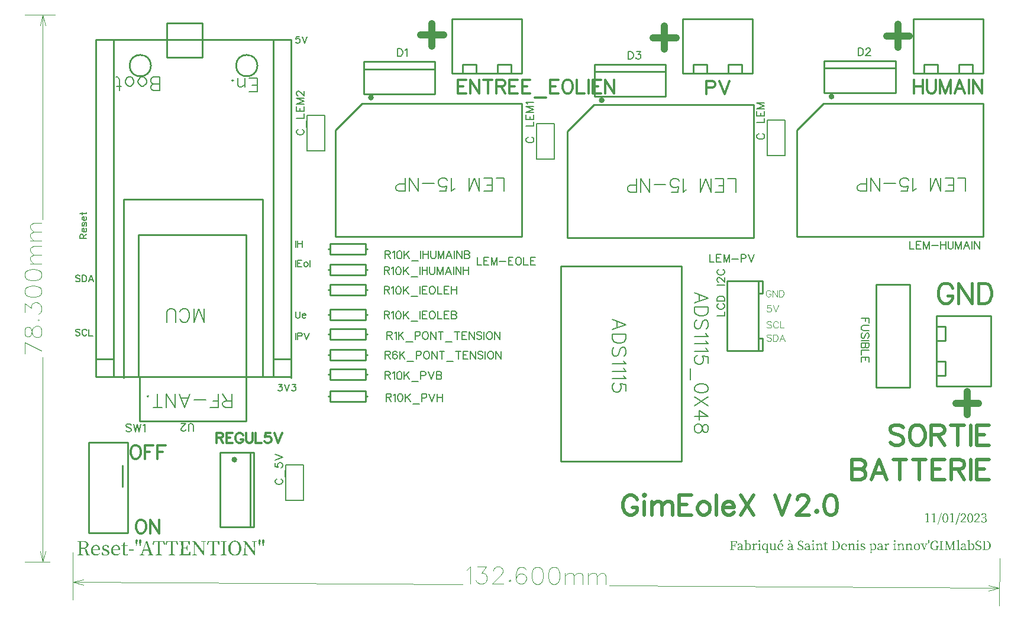
<source format=gto>
G04 Layer: TopSilkscreenLayer*
G04 EasyEDA v6.5.40, 2024-02-16 14:27:15*
G04 e6df629b51dc495ebfef8267a6aecd5e,cfde26286956488f8bb48462f070ee61,10*
G04 Gerber Generator version 0.2*
G04 Scale: 100 percent, Rotated: No, Reflected: No *
G04 Dimensions in millimeters *
G04 leading zeros omitted , absolute positions ,4 integer and 5 decimal *
%FSLAX45Y45*%
%MOMM*%

%ADD10C,0.3000*%
%ADD11C,0.5000*%
%ADD12C,1.0000*%
%ADD13C,0.4000*%
%ADD14C,0.2032*%
%ADD15C,0.1000*%
%ADD16C,0.1016*%
%ADD17C,0.1524*%
%ADD18C,0.2540*%
%ADD19C,0.2007*%
%ADD20C,0.0147*%

%LPD*%
G36*
X1598168Y1114552D02*
G01*
X1591868Y1113485D01*
X1587144Y1110183D01*
X1584198Y1104493D01*
X1583182Y1096264D01*
X1583385Y1091234D01*
X1584858Y1077976D01*
X1589532Y1044956D01*
X1593596Y1021080D01*
X1602740Y1021080D01*
X1609445Y1063040D01*
X1611528Y1077823D01*
X1612950Y1091184D01*
X1613154Y1096264D01*
X1612188Y1104493D01*
X1609293Y1110183D01*
X1604568Y1113485D01*
G37*
G36*
X1650492Y1114552D02*
G01*
X1644192Y1113485D01*
X1639468Y1110183D01*
X1636522Y1104493D01*
X1635506Y1096264D01*
X1635709Y1091234D01*
X1637131Y1077976D01*
X1641144Y1049883D01*
X1645666Y1021080D01*
X1655064Y1021080D01*
X1659839Y1049883D01*
X1663852Y1077823D01*
X1665274Y1091184D01*
X1665478Y1096264D01*
X1664462Y1104493D01*
X1661515Y1110183D01*
X1656791Y1113485D01*
G37*
G36*
X3359404Y1114552D02*
G01*
X3352952Y1113485D01*
X3348177Y1110183D01*
X3345179Y1104493D01*
X3344164Y1096264D01*
X3344367Y1091234D01*
X3345840Y1077976D01*
X3354578Y1021080D01*
X3363722Y1021080D01*
X3368497Y1049883D01*
X3372510Y1077823D01*
X3373932Y1091184D01*
X3374136Y1096264D01*
X3373170Y1104493D01*
X3370275Y1110183D01*
X3365652Y1113485D01*
G37*
G36*
X3411474Y1114552D02*
G01*
X3405174Y1113485D01*
X3400450Y1110183D01*
X3397504Y1104493D01*
X3396487Y1096264D01*
X3396691Y1091234D01*
X3398164Y1077976D01*
X3402837Y1044956D01*
X3406901Y1021080D01*
X3416046Y1021080D01*
X3422853Y1063040D01*
X3425037Y1077823D01*
X3426510Y1091184D01*
X3426714Y1096264D01*
X3425698Y1104493D01*
X3422700Y1110183D01*
X3417925Y1113485D01*
G37*
G36*
X3004566Y1098550D02*
G01*
X2999435Y1098397D01*
X2994355Y1097940D01*
X2989275Y1097178D01*
X2984246Y1096162D01*
X2979318Y1094790D01*
X2974441Y1093165D01*
X2969666Y1091285D01*
X2964992Y1089101D01*
X2960420Y1086612D01*
X2956001Y1083868D01*
X2951683Y1080871D01*
X2947517Y1077569D01*
X2943504Y1074013D01*
X2939694Y1070254D01*
X2936036Y1066190D01*
X2932633Y1061872D01*
X2929382Y1057300D01*
X2926334Y1052474D01*
X2921000Y1042162D01*
X2918714Y1036624D01*
X2914954Y1024890D01*
X2913532Y1018641D01*
X2912364Y1012240D01*
X2911500Y1005586D01*
X2910992Y998677D01*
X2910840Y991616D01*
X2942590Y991616D01*
X2942996Y1003553D01*
X2944215Y1015187D01*
X2946247Y1026464D01*
X2947568Y1031900D01*
X2950870Y1042263D01*
X2952851Y1047191D01*
X2955036Y1051915D01*
X2957474Y1056335D01*
X2960116Y1060551D01*
X2963011Y1064514D01*
X2966110Y1068171D01*
X2969412Y1071524D01*
X2972968Y1074572D01*
X2976778Y1077214D01*
X2980791Y1079550D01*
X2985058Y1081481D01*
X2989580Y1083056D01*
X2994304Y1084173D01*
X2999333Y1084834D01*
X3004566Y1085088D01*
X3010763Y1084732D01*
X3016605Y1083767D01*
X3022092Y1082141D01*
X3027222Y1079957D01*
X3032048Y1077214D01*
X3036519Y1073962D01*
X3040634Y1070203D01*
X3044444Y1065987D01*
X3047898Y1061364D01*
X3051098Y1056335D01*
X3053943Y1050950D01*
X3056432Y1045260D01*
X3058668Y1039266D01*
X3060598Y1032967D01*
X3062173Y1026464D01*
X3063494Y1019759D01*
X3064510Y1012901D01*
X3065221Y1005890D01*
X3065627Y998778D01*
X3065678Y985570D01*
X3064865Y973632D01*
X3064205Y967790D01*
X3062173Y956462D01*
X3059328Y945692D01*
X3057601Y940562D01*
X3053486Y930910D01*
X3051098Y926439D01*
X3048457Y922223D01*
X3045612Y918260D01*
X3042564Y914603D01*
X3039313Y911199D01*
X3035757Y908202D01*
X3032048Y905510D01*
X3028035Y903173D01*
X3023819Y901242D01*
X3019399Y899668D01*
X3014675Y898550D01*
X3009747Y897890D01*
X3004566Y897636D01*
X2999333Y897890D01*
X2994304Y898550D01*
X2989580Y899668D01*
X2985058Y901242D01*
X2980791Y903173D01*
X2976778Y905510D01*
X2972968Y908202D01*
X2969412Y911199D01*
X2966110Y914603D01*
X2963011Y918260D01*
X2960116Y922223D01*
X2957474Y926439D01*
X2955036Y930910D01*
X2952851Y935634D01*
X2950870Y940562D01*
X2947568Y950976D01*
X2945130Y962050D01*
X2943504Y973632D01*
X2942691Y985570D01*
X2942590Y991616D01*
X2910840Y991616D01*
X2910992Y984300D01*
X2911500Y977188D01*
X2912364Y970330D01*
X2913481Y963777D01*
X2914904Y957427D01*
X2916631Y951331D01*
X2918663Y945489D01*
X2920949Y939952D01*
X2923438Y934618D01*
X2926232Y929538D01*
X2929229Y924763D01*
X2932430Y920191D01*
X2935884Y915924D01*
X2939491Y911910D01*
X2943301Y908202D01*
X2947314Y904697D01*
X2951480Y901496D01*
X2955747Y898550D01*
X2960217Y895908D01*
X2964789Y893521D01*
X2969463Y891387D01*
X2974238Y889558D01*
X2979115Y887984D01*
X2984093Y886714D01*
X2989122Y885698D01*
X2994253Y884986D01*
X2999384Y884580D01*
X3004566Y884428D01*
X3009696Y884580D01*
X3014776Y885037D01*
X3019856Y885799D01*
X3024835Y886815D01*
X3029762Y888187D01*
X3034588Y889812D01*
X3039364Y891692D01*
X3048508Y896366D01*
X3052927Y899109D01*
X3061309Y905408D01*
X3065272Y908964D01*
X3069031Y912774D01*
X3072638Y916838D01*
X3076041Y921156D01*
X3079242Y925728D01*
X3082239Y930554D01*
X3084982Y935634D01*
X3087522Y940917D01*
X3089757Y946454D01*
X3091738Y952246D01*
X3093466Y958240D01*
X3094888Y964488D01*
X3096056Y970940D01*
X3096869Y977595D01*
X3097377Y984503D01*
X3097530Y991616D01*
X3097377Y998880D01*
X3096869Y1005890D01*
X3096006Y1012698D01*
X3094888Y1019200D01*
X3093415Y1025499D01*
X3091688Y1031544D01*
X3089706Y1037386D01*
X3087420Y1042924D01*
X3084880Y1048207D01*
X3082086Y1053287D01*
X3079089Y1058062D01*
X3075889Y1062583D01*
X3072485Y1066901D01*
X3068878Y1070914D01*
X3061106Y1078128D01*
X3056991Y1081379D01*
X3052724Y1084326D01*
X3043783Y1089406D01*
X3039110Y1091539D01*
X3034385Y1093368D01*
X3029559Y1094943D01*
X3024682Y1096264D01*
X3014675Y1097991D01*
X3009646Y1098397D01*
G37*
G36*
X1731518Y1095248D02*
G01*
X1688714Y969010D01*
X1701292Y969010D01*
X1732534Y1064006D01*
X1764538Y969010D01*
X1688714Y969010D01*
X1666493Y903478D01*
X1641602Y899668D01*
X1641602Y889000D01*
X1709674Y889000D01*
X1709674Y899668D01*
X1679956Y903478D01*
X1697482Y956818D01*
X1768348Y956818D01*
X1786382Y903224D01*
X1756156Y899668D01*
X1756156Y889000D01*
X1839468Y889000D01*
X1839468Y899668D01*
X1815338Y902462D01*
X1749298Y1095248D01*
G37*
G36*
X750316Y1093724D02*
G01*
X750316Y1083056D01*
X778764Y1080008D01*
X779119Y1053185D01*
X779272Y996187D01*
X807212Y996187D01*
X807313Y1047699D01*
X807720Y1081786D01*
X834390Y1081786D01*
X842010Y1081481D01*
X848969Y1080566D01*
X855218Y1079042D01*
X860755Y1076909D01*
X865581Y1074216D01*
X869746Y1070965D01*
X873252Y1067206D01*
X876096Y1062837D01*
X878332Y1058011D01*
X879906Y1052626D01*
X880821Y1046734D01*
X881126Y1040384D01*
X880770Y1034186D01*
X879754Y1028293D01*
X878078Y1022756D01*
X875690Y1017625D01*
X872642Y1012952D01*
X868883Y1008786D01*
X864463Y1005078D01*
X859383Y1001979D01*
X853592Y999540D01*
X847090Y997712D01*
X839927Y996594D01*
X832103Y996187D01*
X779272Y996187D01*
X779170Y936193D01*
X778764Y902716D01*
X750316Y899668D01*
X750316Y889000D01*
X836421Y889000D01*
X836421Y899668D01*
X807720Y902969D01*
X807262Y942898D01*
X807212Y984503D01*
X823468Y984503D01*
X832307Y984199D01*
X839825Y983234D01*
X846226Y981405D01*
X851560Y978611D01*
X855980Y974598D01*
X859637Y969264D01*
X862634Y962456D01*
X865124Y954024D01*
X877569Y905510D01*
X879144Y900582D01*
X881278Y896467D01*
X883970Y893064D01*
X887374Y890371D01*
X891489Y888390D01*
X896416Y887018D01*
X902157Y886206D01*
X908812Y885952D01*
X915568Y886155D01*
X921715Y886714D01*
X927150Y887679D01*
X931926Y889000D01*
X931926Y899668D01*
X908050Y901953D01*
X893826Y949960D01*
X891082Y958138D01*
X887933Y965250D01*
X884326Y971296D01*
X880211Y976426D01*
X875487Y980592D01*
X870153Y983996D01*
X864108Y986637D01*
X857250Y988568D01*
X865632Y990396D01*
X873302Y992835D01*
X880262Y995832D01*
X886460Y999337D01*
X891946Y1003300D01*
X896670Y1007668D01*
X900684Y1012444D01*
X903986Y1017524D01*
X906526Y1022858D01*
X908354Y1028446D01*
X909472Y1034237D01*
X909828Y1040130D01*
X909523Y1046276D01*
X908558Y1052118D01*
X906983Y1057605D01*
X904798Y1062736D01*
X902055Y1067511D01*
X898702Y1071930D01*
X894791Y1075944D01*
X890320Y1079601D01*
X885342Y1082852D01*
X879805Y1085697D01*
X873760Y1088085D01*
X867156Y1090117D01*
X860145Y1091692D01*
X852627Y1092809D01*
X844600Y1093470D01*
X836168Y1093724D01*
G37*
G36*
X1832610Y1093724D02*
G01*
X1830070Y1039368D01*
X1845564Y1039368D01*
X1853946Y1080262D01*
X1901952Y1080262D01*
X1902409Y1032967D01*
X1902409Y943000D01*
X1901952Y902969D01*
X1870456Y899668D01*
X1870456Y889000D01*
X1962657Y889000D01*
X1962657Y899668D01*
X1930907Y902969D01*
X1930400Y956818D01*
X1930552Y1053388D01*
X1930907Y1080262D01*
X1979168Y1080262D01*
X1987804Y1039368D01*
X2002536Y1039368D01*
X2000504Y1093724D01*
G37*
G36*
X2019807Y1093724D02*
G01*
X2017268Y1039368D01*
X2032762Y1039368D01*
X2041143Y1080262D01*
X2089150Y1080262D01*
X2089607Y1032967D01*
X2089607Y943000D01*
X2089150Y902969D01*
X2057654Y899668D01*
X2057654Y889000D01*
X2149856Y889000D01*
X2149856Y899668D01*
X2118106Y902969D01*
X2117598Y956818D01*
X2117750Y1053388D01*
X2118106Y1080262D01*
X2166366Y1080262D01*
X2175002Y1039368D01*
X2189734Y1039368D01*
X2187702Y1093724D01*
G37*
G36*
X2209546Y1093724D02*
G01*
X2209546Y1083056D01*
X2237994Y1080008D01*
X2238552Y1053185D01*
X2238756Y1019251D01*
X2238603Y936193D01*
X2237994Y902716D01*
X2209546Y899668D01*
X2209546Y889000D01*
X2367280Y889000D01*
X2368804Y943356D01*
X2353818Y943356D01*
X2345690Y902462D01*
X2267204Y902462D01*
X2266797Y936548D01*
X2266696Y987044D01*
X2312924Y987044D01*
X2317242Y957580D01*
X2329688Y957580D01*
X2329688Y1029462D01*
X2317242Y1029462D01*
X2312670Y999236D01*
X2266696Y999236D01*
X2266899Y1060348D01*
X2267204Y1080262D01*
X2339848Y1080262D01*
X2347976Y1039876D01*
X2362962Y1039876D01*
X2361184Y1093724D01*
G37*
G36*
X2393442Y1093724D02*
G01*
X2393442Y1083056D01*
X2415286Y1080262D01*
X2418334Y1076452D01*
X2417826Y903224D01*
X2392172Y899668D01*
X2392172Y889000D01*
X2464308Y889000D01*
X2464308Y899668D01*
X2431796Y903732D01*
X2431288Y1058672D01*
X2556002Y886968D01*
X2566924Y886968D01*
X2567178Y1079500D01*
X2592832Y1083056D01*
X2592832Y1093724D01*
X2520442Y1093724D01*
X2520442Y1083056D01*
X2553208Y1079246D01*
X2553716Y937260D01*
X2440686Y1093724D01*
G37*
G36*
X2613660Y1093724D02*
G01*
X2611120Y1039368D01*
X2626360Y1039368D01*
X2634742Y1080262D01*
X2683002Y1080262D01*
X2683459Y1032967D01*
X2683459Y943000D01*
X2683002Y902969D01*
X2651252Y899668D01*
X2651252Y889000D01*
X2743454Y889000D01*
X2743454Y899668D01*
X2711958Y902969D01*
X2711450Y956818D01*
X2711602Y1053388D01*
X2711958Y1080262D01*
X2759964Y1080262D01*
X2768600Y1039368D01*
X2783586Y1039368D01*
X2781554Y1093724D01*
G37*
G36*
X2803398Y1093724D02*
G01*
X2803398Y1083056D01*
X2831846Y1080008D01*
X2832201Y1053185D01*
X2832354Y956462D01*
X2831846Y902716D01*
X2803398Y899668D01*
X2803398Y889000D01*
X2889250Y889000D01*
X2889250Y899668D01*
X2860802Y902969D01*
X2860294Y956818D01*
X2860395Y1046530D01*
X2860802Y1080008D01*
X2889250Y1083056D01*
X2889250Y1093724D01*
G37*
G36*
X3119882Y1093724D02*
G01*
X3119882Y1083056D01*
X3141726Y1080262D01*
X3144774Y1076452D01*
X3144266Y903224D01*
X3118612Y899668D01*
X3118612Y889000D01*
X3190748Y889000D01*
X3190748Y899668D01*
X3158236Y903732D01*
X3157728Y1058672D01*
X3282442Y886968D01*
X3293364Y886968D01*
X3293618Y1079500D01*
X3319272Y1083056D01*
X3319272Y1093724D01*
X3247136Y1093724D01*
X3247136Y1083056D01*
X3279648Y1079246D01*
X3280156Y937260D01*
X3167126Y1093724D01*
G37*
G36*
X1414780Y1076198D02*
G01*
X1406652Y1034796D01*
X1379220Y1031494D01*
X1379220Y1020571D01*
X1405128Y1020571D01*
X1404874Y920750D01*
X1405483Y912215D01*
X1407261Y904900D01*
X1410106Y898804D01*
X1414068Y893826D01*
X1419047Y890016D01*
X1425041Y887323D01*
X1431899Y885698D01*
X1439672Y885190D01*
X1445310Y885444D01*
X1450594Y886256D01*
X1455572Y887526D01*
X1460195Y889304D01*
X1464411Y891540D01*
X1468323Y894181D01*
X1471828Y897229D01*
X1474978Y900684D01*
X1468882Y907796D01*
X1463192Y903986D01*
X1458061Y901293D01*
X1453184Y899668D01*
X1448054Y899160D01*
X1440688Y900430D01*
X1435049Y904494D01*
X1431493Y911606D01*
X1430274Y922019D01*
X1430274Y1020571D01*
X1471676Y1020571D01*
X1471676Y1034034D01*
X1430528Y1034034D01*
X1432306Y1076198D01*
G37*
G36*
X1016508Y1038098D02*
G01*
X1010919Y1037894D01*
X1005433Y1037183D01*
X1000048Y1036116D01*
X994765Y1034592D01*
X989685Y1032611D01*
X984808Y1030274D01*
X980084Y1027531D01*
X975614Y1024432D01*
X971346Y1020927D01*
X967384Y1017066D01*
X963676Y1012850D01*
X960272Y1008329D01*
X957173Y1003401D01*
X954430Y998219D01*
X952093Y992682D01*
X950061Y986840D01*
X948486Y980694D01*
X947422Y974598D01*
X973582Y974598D01*
X974699Y983234D01*
X976426Y991057D01*
X978712Y998016D01*
X981557Y1004163D01*
X984859Y1009548D01*
X988517Y1014120D01*
X992479Y1017981D01*
X996746Y1021029D01*
X1001217Y1023416D01*
X1005840Y1025093D01*
X1010513Y1026109D01*
X1015237Y1026414D01*
X1022400Y1025652D01*
X1028852Y1023518D01*
X1034643Y1020165D01*
X1039571Y1015796D01*
X1043533Y1010462D01*
X1046530Y1004468D01*
X1048359Y997864D01*
X1049020Y990853D01*
X1048308Y983996D01*
X1045819Y978611D01*
X1040790Y975106D01*
X1032510Y973836D01*
X973582Y974598D01*
X947422Y974598D01*
X946658Y967587D01*
X946403Y960628D01*
X946607Y953566D01*
X947216Y946861D01*
X948232Y940460D01*
X949655Y934364D01*
X951433Y928573D01*
X953566Y923137D01*
X956056Y918057D01*
X958850Y913333D01*
X962050Y908964D01*
X965504Y904900D01*
X969314Y901242D01*
X973378Y897940D01*
X977747Y894994D01*
X982421Y892403D01*
X987348Y890219D01*
X992530Y888441D01*
X997915Y887018D01*
X1003553Y886002D01*
X1009396Y885393D01*
X1015492Y885190D01*
X1022045Y885444D01*
X1028344Y886256D01*
X1034287Y887577D01*
X1039926Y889406D01*
X1045260Y891743D01*
X1050239Y894486D01*
X1054912Y897737D01*
X1059230Y901395D01*
X1063193Y905459D01*
X1066850Y909929D01*
X1070203Y914755D01*
X1073150Y919987D01*
X1067054Y924306D01*
X1062888Y919581D01*
X1058570Y915263D01*
X1053947Y911504D01*
X1049020Y908303D01*
X1043635Y905713D01*
X1037742Y903782D01*
X1031290Y902614D01*
X1024128Y902208D01*
X1018641Y902462D01*
X1013358Y903173D01*
X1008329Y904341D01*
X1003604Y906018D01*
X999185Y908151D01*
X995019Y910742D01*
X991158Y913841D01*
X987704Y917397D01*
X984503Y921461D01*
X981710Y925982D01*
X979322Y930960D01*
X977290Y936396D01*
X975614Y942340D01*
X974445Y948690D01*
X973632Y955598D01*
X973328Y962914D01*
X1071626Y962660D01*
X1072540Y966165D01*
X1073251Y970229D01*
X1073708Y974750D01*
X1073912Y979678D01*
X1073607Y986282D01*
X1072794Y992530D01*
X1071422Y998474D01*
X1069594Y1004011D01*
X1067257Y1009192D01*
X1064463Y1014018D01*
X1061212Y1018438D01*
X1057605Y1022400D01*
X1053592Y1026007D01*
X1049172Y1029106D01*
X1044448Y1031798D01*
X1039418Y1034034D01*
X1034084Y1035812D01*
X1028446Y1037082D01*
X1022603Y1037844D01*
G37*
G36*
X1157986Y1038098D02*
G01*
X1149654Y1037691D01*
X1142034Y1036523D01*
X1135075Y1034592D01*
X1128826Y1032052D01*
X1123238Y1028903D01*
X1118362Y1025245D01*
X1114196Y1021080D01*
X1110792Y1016558D01*
X1108100Y1011631D01*
X1106220Y1006449D01*
X1105052Y1001014D01*
X1104646Y995426D01*
X1104950Y990396D01*
X1105865Y985723D01*
X1107287Y981354D01*
X1109319Y977290D01*
X1111808Y973531D01*
X1114856Y970076D01*
X1118311Y966825D01*
X1122273Y963879D01*
X1126591Y961085D01*
X1131366Y958545D01*
X1136497Y956208D01*
X1141984Y954024D01*
X1156208Y949452D01*
X1163167Y946607D01*
X1169111Y943711D01*
X1174038Y940765D01*
X1177950Y937564D01*
X1180947Y934161D01*
X1183030Y930402D01*
X1184249Y926185D01*
X1184656Y921512D01*
X1184148Y916228D01*
X1182522Y911453D01*
X1179880Y907237D01*
X1176070Y903681D01*
X1171194Y900785D01*
X1165148Y898652D01*
X1157986Y897331D01*
X1149604Y896874D01*
X1142492Y897178D01*
X1135989Y898093D01*
X1129995Y899668D01*
X1124458Y901953D01*
X1117600Y930148D01*
X1103122Y930148D01*
X1103630Y896619D01*
X1109268Y893927D01*
X1114806Y891641D01*
X1120343Y889660D01*
X1125880Y888034D01*
X1131570Y886815D01*
X1137361Y885901D01*
X1143457Y885393D01*
X1149858Y885190D01*
X1156919Y885444D01*
X1163574Y886104D01*
X1169771Y887171D01*
X1175512Y888695D01*
X1180795Y890574D01*
X1185672Y892759D01*
X1190091Y895299D01*
X1194003Y898144D01*
X1197508Y901242D01*
X1200556Y904595D01*
X1203147Y908202D01*
X1205280Y911961D01*
X1206906Y915924D01*
X1208074Y920038D01*
X1208786Y924306D01*
X1209040Y928624D01*
X1208786Y933348D01*
X1208024Y937869D01*
X1206754Y942187D01*
X1204874Y946302D01*
X1202436Y950214D01*
X1199438Y953973D01*
X1195730Y957529D01*
X1191412Y960932D01*
X1186434Y964133D01*
X1180744Y967181D01*
X1174292Y970076D01*
X1149350Y979424D01*
X1143355Y982167D01*
X1138428Y984961D01*
X1134516Y987907D01*
X1131570Y991209D01*
X1129588Y994867D01*
X1128369Y999032D01*
X1128014Y1003808D01*
X1128522Y1008634D01*
X1129944Y1013002D01*
X1132332Y1016812D01*
X1135684Y1020013D01*
X1139901Y1022654D01*
X1145032Y1024585D01*
X1151077Y1025753D01*
X1157986Y1026160D01*
X1163523Y1025804D01*
X1169009Y1024686D01*
X1174546Y1022959D01*
X1180084Y1020571D01*
X1185926Y994664D01*
X1199642Y994664D01*
X1200658Y1025652D01*
X1190650Y1031036D01*
X1185570Y1033170D01*
X1180439Y1034897D01*
X1175207Y1036319D01*
X1169720Y1037285D01*
X1164031Y1037894D01*
G37*
G36*
X1304544Y1038098D02*
G01*
X1298956Y1037894D01*
X1293469Y1037183D01*
X1288084Y1036116D01*
X1282801Y1034592D01*
X1277721Y1032611D01*
X1272844Y1030274D01*
X1268120Y1027531D01*
X1263650Y1024432D01*
X1259382Y1020927D01*
X1255369Y1017066D01*
X1251712Y1012850D01*
X1248308Y1008329D01*
X1245209Y1003401D01*
X1242466Y998219D01*
X1240129Y992682D01*
X1238097Y986840D01*
X1236522Y980694D01*
X1235458Y974598D01*
X1261618Y974598D01*
X1262735Y983234D01*
X1264462Y991057D01*
X1266748Y998016D01*
X1269593Y1004163D01*
X1272895Y1009548D01*
X1276553Y1014120D01*
X1280515Y1017981D01*
X1284782Y1021029D01*
X1289253Y1023416D01*
X1293876Y1025093D01*
X1298549Y1026109D01*
X1303274Y1026414D01*
X1310436Y1025652D01*
X1316888Y1023518D01*
X1322679Y1020165D01*
X1327607Y1015796D01*
X1331569Y1010462D01*
X1334566Y1004468D01*
X1336395Y997864D01*
X1337056Y990853D01*
X1336344Y983996D01*
X1333855Y978611D01*
X1328826Y975106D01*
X1320546Y973836D01*
X1261618Y974598D01*
X1235458Y974598D01*
X1234694Y967587D01*
X1234440Y960628D01*
X1234643Y953566D01*
X1235252Y946861D01*
X1236268Y940460D01*
X1237691Y934364D01*
X1239469Y928573D01*
X1241602Y923137D01*
X1244092Y918057D01*
X1246886Y913333D01*
X1250086Y908964D01*
X1253540Y904900D01*
X1257350Y901242D01*
X1261414Y897940D01*
X1265783Y894994D01*
X1270457Y892403D01*
X1275384Y890219D01*
X1280566Y888441D01*
X1285951Y887018D01*
X1291590Y886002D01*
X1297432Y885393D01*
X1303528Y885190D01*
X1310182Y885444D01*
X1316482Y886256D01*
X1322476Y887577D01*
X1328115Y889406D01*
X1333500Y891743D01*
X1338478Y894486D01*
X1343152Y897737D01*
X1347520Y901395D01*
X1351483Y905459D01*
X1355140Y909929D01*
X1358493Y914755D01*
X1361440Y919987D01*
X1355090Y924306D01*
X1350924Y919581D01*
X1346606Y915263D01*
X1341983Y911504D01*
X1337056Y908303D01*
X1331671Y905713D01*
X1325778Y903782D01*
X1319326Y902614D01*
X1312164Y902208D01*
X1306677Y902462D01*
X1301394Y903173D01*
X1296365Y904341D01*
X1291640Y906018D01*
X1287221Y908151D01*
X1283055Y910742D01*
X1279194Y913841D01*
X1275689Y917397D01*
X1272540Y921461D01*
X1269746Y925982D01*
X1267358Y930960D01*
X1265275Y936396D01*
X1263650Y942340D01*
X1262481Y948690D01*
X1261668Y955598D01*
X1261364Y962914D01*
X1359662Y962660D01*
X1360576Y966165D01*
X1361287Y970229D01*
X1361744Y974750D01*
X1361948Y979678D01*
X1361643Y986282D01*
X1360830Y992530D01*
X1359458Y998474D01*
X1357630Y1004011D01*
X1355293Y1009192D01*
X1352499Y1014018D01*
X1349248Y1018438D01*
X1345641Y1022400D01*
X1341628Y1026007D01*
X1337208Y1029106D01*
X1332484Y1031798D01*
X1327454Y1034034D01*
X1322120Y1035812D01*
X1316482Y1037082D01*
X1310640Y1037844D01*
G37*
G36*
X1486662Y974852D02*
G01*
X1486662Y956818D01*
X1558036Y956818D01*
X1558036Y974852D01*
G37*
G36*
X10834370Y1112520D02*
G01*
X10831728Y1112113D01*
X10829137Y1110742D01*
X10826496Y1108252D01*
X10823702Y1104392D01*
X10806684Y1077214D01*
X10810748Y1073912D01*
X10837926Y1098042D01*
X10840008Y1100836D01*
X10840974Y1103223D01*
X10841228Y1105408D01*
X10840669Y1108557D01*
X10839145Y1110792D01*
X10836960Y1112062D01*
G37*
G36*
X10940034Y1112520D02*
G01*
X10937443Y1112062D01*
X10935258Y1110792D01*
X10933734Y1108557D01*
X10933176Y1105408D01*
X10933480Y1103223D01*
X10934496Y1100836D01*
X10936579Y1098042D01*
X10940034Y1094740D01*
X10951921Y1084427D01*
X10963402Y1073912D01*
X10967466Y1077214D01*
X10950702Y1104392D01*
X10948060Y1108252D01*
X10945368Y1110742D01*
X10942675Y1112113D01*
G37*
G36*
X10322814Y1109218D02*
G01*
X10293350Y1101090D01*
X10293350Y1095248D01*
X10309098Y1093470D01*
X10308905Y983234D01*
X10325100Y983234D01*
X10325100Y1039114D01*
X10332516Y1045057D01*
X10338866Y1048410D01*
X10344404Y1049934D01*
X10349230Y1050290D01*
X10354614Y1049680D01*
X10359542Y1047800D01*
X10363911Y1044752D01*
X10367670Y1040434D01*
X10370718Y1034897D01*
X10373004Y1028090D01*
X10374376Y1020114D01*
X10374884Y1010919D01*
X10374325Y1001471D01*
X10372699Y993444D01*
X10370210Y986840D01*
X10366908Y981557D01*
X10362946Y977544D01*
X10358475Y974750D01*
X10353598Y973074D01*
X10348468Y972566D01*
X10342829Y973175D01*
X10336987Y975055D01*
X10331043Y978357D01*
X10325100Y983234D01*
X10308905Y983234D01*
X10308844Y973328D01*
X10294112Y971296D01*
X10294112Y965200D01*
X10323068Y963168D01*
X10324592Y976630D01*
X10331399Y969822D01*
X10338308Y965555D01*
X10345216Y963320D01*
X10352024Y962660D01*
X10357764Y963066D01*
X10363200Y964285D01*
X10368229Y966317D01*
X10372852Y969010D01*
X10377068Y972413D01*
X10380827Y976477D01*
X10384078Y981202D01*
X10386822Y986434D01*
X10389006Y992225D01*
X10390581Y998524D01*
X10391546Y1005281D01*
X10391902Y1012444D01*
X10391546Y1019657D01*
X10390581Y1026363D01*
X10389057Y1032560D01*
X10386923Y1038148D01*
X10384282Y1043178D01*
X10381183Y1047546D01*
X10377627Y1051356D01*
X10373664Y1054455D01*
X10369397Y1056944D01*
X10364774Y1058722D01*
X10359898Y1059840D01*
X10354818Y1060196D01*
X10347045Y1059332D01*
X10339324Y1056640D01*
X10331805Y1052068D01*
X10324592Y1045464D01*
X10324592Y1080008D01*
X10325354Y1107694D01*
G37*
G36*
X13363956Y1109218D02*
G01*
X13333984Y1101090D01*
X13333984Y1095248D01*
X13349732Y1093724D01*
X13349681Y989736D01*
X13349478Y973328D01*
X13333984Y971296D01*
X13333984Y965200D01*
X13381736Y965200D01*
X13381736Y971296D01*
X13366242Y973328D01*
X13365734Y1006094D01*
X13365734Y1080008D01*
X13366750Y1107694D01*
G37*
G36*
X13519657Y1109218D02*
G01*
X13490194Y1101090D01*
X13490194Y1095248D01*
X13505942Y1093470D01*
X13505749Y983234D01*
X13521944Y983234D01*
X13521944Y1039114D01*
X13529360Y1045057D01*
X13535710Y1048410D01*
X13541248Y1049934D01*
X13546074Y1050290D01*
X13551458Y1049680D01*
X13556386Y1047800D01*
X13560755Y1044752D01*
X13564514Y1040434D01*
X13567562Y1034897D01*
X13569848Y1028090D01*
X13571219Y1020114D01*
X13571728Y1010919D01*
X13571169Y1001471D01*
X13569543Y993444D01*
X13567054Y986840D01*
X13563752Y981557D01*
X13559790Y977544D01*
X13555319Y974750D01*
X13550442Y973074D01*
X13545312Y972566D01*
X13539673Y973175D01*
X13533831Y975055D01*
X13527887Y978357D01*
X13521944Y983234D01*
X13505749Y983234D01*
X13505688Y973328D01*
X13490956Y971296D01*
X13490956Y965200D01*
X13519912Y963168D01*
X13521690Y976630D01*
X13528344Y969822D01*
X13535202Y965555D01*
X13542060Y963320D01*
X13548868Y962660D01*
X13554608Y963066D01*
X13560044Y964285D01*
X13565073Y966317D01*
X13569696Y969010D01*
X13573912Y972413D01*
X13577671Y976477D01*
X13580922Y981202D01*
X13583666Y986434D01*
X13585850Y992225D01*
X13587425Y998524D01*
X13588390Y1005281D01*
X13588746Y1012444D01*
X13588390Y1019657D01*
X13587425Y1026363D01*
X13585901Y1032560D01*
X13583767Y1038148D01*
X13581126Y1043178D01*
X13578027Y1047546D01*
X13574471Y1051356D01*
X13570508Y1054455D01*
X13566241Y1056944D01*
X13561618Y1058722D01*
X13556742Y1059840D01*
X13551662Y1060196D01*
X13543889Y1059332D01*
X13536218Y1056640D01*
X13528751Y1052068D01*
X13521690Y1045464D01*
X13521690Y1080008D01*
X13522198Y1107694D01*
G37*
G36*
X12937236Y1108710D02*
G01*
X12933172Y1108049D01*
X12930124Y1105916D01*
X12928244Y1102258D01*
X12927584Y1097026D01*
X12928092Y1089964D01*
X12930581Y1071575D01*
X12934188Y1049274D01*
X12940030Y1049274D01*
X12945008Y1080668D01*
X12946126Y1089863D01*
X12946634Y1097026D01*
X12945973Y1102258D01*
X12944144Y1105916D01*
X12941147Y1108049D01*
G37*
G36*
X10512806Y1106424D02*
G01*
X10507827Y1105560D01*
X10503763Y1103122D01*
X10501071Y1099362D01*
X10500106Y1094486D01*
X10501071Y1089710D01*
X10503763Y1085799D01*
X10507827Y1083259D01*
X10512806Y1082294D01*
X10517632Y1083259D01*
X10521594Y1085799D01*
X10524286Y1089710D01*
X10525252Y1094486D01*
X10524286Y1099362D01*
X10521594Y1103122D01*
X10517632Y1105560D01*
G37*
G36*
X11281156Y1106424D02*
G01*
X11276177Y1105560D01*
X11272113Y1103122D01*
X11269421Y1099362D01*
X11268456Y1094486D01*
X11269421Y1089710D01*
X11272113Y1085799D01*
X11276177Y1083259D01*
X11281156Y1082294D01*
X11285880Y1083259D01*
X11289842Y1085799D01*
X11292586Y1089710D01*
X11293602Y1094486D01*
X11292586Y1099362D01*
X11289842Y1103122D01*
X11285880Y1105560D01*
G37*
G36*
X11921236Y1106424D02*
G01*
X11916257Y1105560D01*
X11912244Y1103122D01*
X11909501Y1099362D01*
X11908536Y1094486D01*
X11909501Y1089710D01*
X11912244Y1085799D01*
X11916257Y1083259D01*
X11921236Y1082294D01*
X11925960Y1083259D01*
X11929922Y1085799D01*
X11932666Y1089710D01*
X11933682Y1094486D01*
X11932666Y1099362D01*
X11929922Y1103122D01*
X11925960Y1105560D01*
G37*
G36*
X12449556Y1106424D02*
G01*
X12444577Y1105560D01*
X12440513Y1103122D01*
X12437821Y1099362D01*
X12436856Y1094486D01*
X12437821Y1089710D01*
X12440513Y1085799D01*
X12444577Y1083259D01*
X12449556Y1082294D01*
X12454280Y1083259D01*
X12458242Y1085799D01*
X12460986Y1089710D01*
X12462002Y1094486D01*
X12460986Y1099362D01*
X12458242Y1103122D01*
X12454280Y1105560D01*
G37*
G36*
X11105896Y1098550D02*
G01*
X11099901Y1098296D01*
X11094212Y1097483D01*
X11088878Y1096111D01*
X11083848Y1094282D01*
X11079276Y1091946D01*
X11075162Y1089101D01*
X11071555Y1085799D01*
X11068507Y1082090D01*
X11066018Y1077874D01*
X11064240Y1073251D01*
X11063122Y1068171D01*
X11062716Y1062736D01*
X11063325Y1055776D01*
X11065103Y1049578D01*
X11067948Y1043990D01*
X11071860Y1039012D01*
X11076686Y1034592D01*
X11082426Y1030630D01*
X11088979Y1027074D01*
X11109604Y1018286D01*
X11114684Y1015695D01*
X11118900Y1013053D01*
X11122253Y1010208D01*
X11124844Y1007059D01*
X11126622Y1003553D01*
X11127638Y999642D01*
X11127994Y995171D01*
X11127435Y989584D01*
X11125809Y984707D01*
X11123168Y980541D01*
X11119561Y977087D01*
X11115090Y974344D01*
X11109756Y972362D01*
X11103711Y971194D01*
X11097006Y970787D01*
X11091164Y971092D01*
X11085931Y971956D01*
X11081156Y973480D01*
X11076432Y975614D01*
X11071606Y999998D01*
X11061446Y999998D01*
X11060176Y972566D01*
X11063732Y970534D01*
X11067796Y968603D01*
X11072164Y966876D01*
X11076940Y965403D01*
X11081969Y964133D01*
X11087252Y963218D01*
X11092688Y962609D01*
X11098276Y962406D01*
X11104829Y962710D01*
X11111026Y963523D01*
X11116767Y964895D01*
X11122101Y966825D01*
X11126927Y969213D01*
X11131245Y972159D01*
X11134953Y975563D01*
X11138103Y979424D01*
X11140643Y983742D01*
X11142472Y988466D01*
X11143589Y993648D01*
X11143996Y999236D01*
X11143538Y1005840D01*
X11142065Y1011783D01*
X11139576Y1017168D01*
X11135918Y1022096D01*
X11131092Y1026617D01*
X11124946Y1030884D01*
X11117427Y1034948D01*
X11108436Y1038860D01*
X11100562Y1041908D01*
X11095634Y1044041D01*
X11091265Y1046378D01*
X11087506Y1049020D01*
X11084407Y1051966D01*
X11081969Y1055217D01*
X11080191Y1058824D01*
X11079073Y1062837D01*
X11078718Y1067308D01*
X11079226Y1072591D01*
X11080750Y1077163D01*
X11083188Y1081024D01*
X11086388Y1084224D01*
X11090351Y1086713D01*
X11095024Y1088491D01*
X11100206Y1089558D01*
X11105896Y1089914D01*
X11110112Y1089710D01*
X11114074Y1089050D01*
X11117884Y1087882D01*
X11121644Y1086104D01*
X11126724Y1062736D01*
X11136630Y1062736D01*
X11137900Y1088136D01*
X11131245Y1092454D01*
X11123726Y1095705D01*
X11115294Y1097838D01*
G37*
G36*
X13025628Y1098550D02*
G01*
X13019836Y1098346D01*
X13014248Y1097686D01*
X13008863Y1096670D01*
X13003682Y1095248D01*
X12998704Y1093470D01*
X12993979Y1091285D01*
X12989509Y1088796D01*
X12985292Y1085951D01*
X12981330Y1082751D01*
X12977672Y1079296D01*
X12974320Y1075486D01*
X12971221Y1071422D01*
X12968478Y1067104D01*
X12966039Y1062532D01*
X12963956Y1057706D01*
X12962229Y1052677D01*
X12960858Y1047394D01*
X12959892Y1041958D01*
X12959283Y1036319D01*
X12959080Y1030478D01*
X12959283Y1024585D01*
X12959842Y1018895D01*
X12960807Y1013358D01*
X12962178Y1008075D01*
X12963855Y1002995D01*
X12965887Y998169D01*
X12968274Y993597D01*
X12970967Y989279D01*
X12973964Y985266D01*
X12977317Y981506D01*
X12980924Y978052D01*
X12984835Y974902D01*
X12989001Y972058D01*
X12993420Y969568D01*
X12998094Y967435D01*
X13003022Y965657D01*
X13008152Y964234D01*
X13013537Y963218D01*
X13019074Y962609D01*
X13024865Y962406D01*
X13030708Y962609D01*
X13036346Y963168D01*
X13041782Y964133D01*
X13047014Y965453D01*
X13052145Y967079D01*
X13062254Y971296D01*
X13067284Y973836D01*
X13067792Y1019556D01*
X13079476Y1020571D01*
X13079476Y1027176D01*
X13028930Y1027176D01*
X13028930Y1020571D01*
X13049504Y1018794D01*
X13049758Y974852D01*
X13044474Y973023D01*
X13039140Y971753D01*
X13033654Y971042D01*
X13027913Y970787D01*
X13022478Y971042D01*
X13017296Y971803D01*
X13012419Y973074D01*
X13007797Y974852D01*
X13003479Y977087D01*
X12999516Y979830D01*
X12995859Y983030D01*
X12992506Y986637D01*
X12989509Y990701D01*
X12986918Y995171D01*
X12984683Y1000099D01*
X12982803Y1005382D01*
X12981330Y1011123D01*
X12980263Y1017168D01*
X12979603Y1023670D01*
X12979400Y1030478D01*
X12979654Y1037386D01*
X12980314Y1043889D01*
X12981432Y1050036D01*
X12982956Y1055725D01*
X12984886Y1061008D01*
X12987223Y1065936D01*
X12989915Y1070356D01*
X12992912Y1074369D01*
X12996265Y1077976D01*
X12999923Y1081074D01*
X13003885Y1083767D01*
X13008102Y1085951D01*
X13012623Y1087678D01*
X13017296Y1088898D01*
X13022275Y1089660D01*
X13027406Y1089914D01*
X13033298Y1089558D01*
X13038937Y1088542D01*
X13044322Y1086815D01*
X13049504Y1084326D01*
X13054330Y1060196D01*
X13064744Y1060196D01*
X13064490Y1088898D01*
X13060426Y1091184D01*
X13056209Y1093216D01*
X13051790Y1094841D01*
X13047167Y1096213D01*
X13042239Y1097229D01*
X13037058Y1097991D01*
X13031520Y1098397D01*
G37*
G36*
X13650213Y1098550D02*
G01*
X13644168Y1098296D01*
X13638428Y1097483D01*
X13633043Y1096111D01*
X13628014Y1094282D01*
X13623391Y1091946D01*
X13619276Y1089101D01*
X13615619Y1085799D01*
X13612571Y1082090D01*
X13610082Y1077874D01*
X13608304Y1073251D01*
X13607186Y1068171D01*
X13606780Y1062736D01*
X13607389Y1055776D01*
X13609167Y1049578D01*
X13612012Y1043990D01*
X13615924Y1039012D01*
X13620750Y1034592D01*
X13626490Y1030630D01*
X13633043Y1027074D01*
X13653668Y1018286D01*
X13658748Y1015695D01*
X13662964Y1013053D01*
X13666368Y1010208D01*
X13668908Y1007059D01*
X13670686Y1003553D01*
X13671702Y999642D01*
X13672057Y995171D01*
X13671499Y989584D01*
X13669873Y984707D01*
X13667232Y980541D01*
X13663625Y977087D01*
X13659154Y974344D01*
X13653820Y972362D01*
X13647775Y971194D01*
X13641069Y970787D01*
X13635228Y971092D01*
X13629995Y971956D01*
X13625220Y973480D01*
X13620496Y975614D01*
X13615669Y999998D01*
X13605763Y999998D01*
X13604494Y972566D01*
X13608050Y970534D01*
X13612063Y968603D01*
X13616482Y966876D01*
X13621207Y965403D01*
X13626236Y964133D01*
X13631468Y963218D01*
X13636853Y962609D01*
X13642340Y962406D01*
X13648893Y962710D01*
X13655090Y963523D01*
X13660831Y964895D01*
X13666165Y966825D01*
X13670991Y969213D01*
X13675309Y972159D01*
X13679017Y975563D01*
X13682167Y979424D01*
X13684707Y983742D01*
X13686536Y988466D01*
X13687653Y993648D01*
X13688060Y999236D01*
X13687602Y1005840D01*
X13686180Y1011783D01*
X13683691Y1017168D01*
X13680084Y1022096D01*
X13675258Y1026617D01*
X13669111Y1030884D01*
X13661542Y1034948D01*
X13639850Y1044041D01*
X13635431Y1046378D01*
X13631621Y1049020D01*
X13628522Y1051966D01*
X13626033Y1055217D01*
X13624255Y1058824D01*
X13623137Y1062837D01*
X13622782Y1067308D01*
X13623290Y1072591D01*
X13624813Y1077163D01*
X13627252Y1081024D01*
X13630452Y1084224D01*
X13634415Y1086713D01*
X13639088Y1088491D01*
X13644270Y1089558D01*
X13649960Y1089914D01*
X13654328Y1089710D01*
X13658291Y1089050D01*
X13662050Y1087882D01*
X13665707Y1086104D01*
X13670788Y1062736D01*
X13680948Y1062736D01*
X13682218Y1088136D01*
X13675410Y1092454D01*
X13667841Y1095705D01*
X13659459Y1097838D01*
G37*
G36*
X10092436Y1095502D02*
G01*
X10092436Y1088644D01*
X10110724Y1086866D01*
X10110927Y1061161D01*
X10110927Y993089D01*
X10110724Y973836D01*
X10092436Y972058D01*
X10092436Y965200D01*
X10147554Y965200D01*
X10147554Y972058D01*
X10129012Y974090D01*
X10128758Y1027684D01*
X10159492Y1027684D01*
X10162032Y1007364D01*
X10170160Y1007364D01*
X10170160Y1054608D01*
X10162032Y1054608D01*
X10159492Y1035303D01*
X10128758Y1035303D01*
X10129012Y1087120D01*
X10175494Y1087120D01*
X10180574Y1061212D01*
X10190226Y1061212D01*
X10189210Y1095502D01*
G37*
G36*
X11545062Y1095502D02*
G01*
X11545062Y1088644D01*
X11563350Y1086866D01*
X11563604Y1013663D01*
X11581384Y1013663D01*
X11581485Y1068273D01*
X11581892Y1087882D01*
X11598656Y1087882D01*
X11604040Y1087628D01*
X11609120Y1086967D01*
X11613845Y1085799D01*
X11618315Y1084173D01*
X11622430Y1082090D01*
X11626240Y1079550D01*
X11629694Y1076553D01*
X11632844Y1073150D01*
X11635587Y1069289D01*
X11638026Y1064971D01*
X11640108Y1060246D01*
X11641785Y1055116D01*
X11643156Y1049528D01*
X11644122Y1043482D01*
X11644680Y1037082D01*
X11644884Y1030224D01*
X11644680Y1023619D01*
X11644122Y1017422D01*
X11643156Y1011580D01*
X11641785Y1006094D01*
X11640058Y1000963D01*
X11637924Y996289D01*
X11635486Y992022D01*
X11632641Y988110D01*
X11629440Y984656D01*
X11625834Y981659D01*
X11621922Y979068D01*
X11617655Y976934D01*
X11613032Y975258D01*
X11608104Y974039D01*
X11602770Y973328D01*
X11597132Y973074D01*
X11581892Y973074D01*
X11581485Y992987D01*
X11581384Y1013663D01*
X11563604Y1013663D01*
X11563350Y973836D01*
X11545062Y972058D01*
X11545062Y965200D01*
X11598402Y965200D01*
X11604091Y965352D01*
X11609679Y965911D01*
X11615013Y966774D01*
X11620195Y967943D01*
X11625122Y969518D01*
X11629847Y971346D01*
X11634368Y973582D01*
X11638584Y976071D01*
X11642598Y978916D01*
X11646306Y982116D01*
X11649710Y985570D01*
X11652808Y989330D01*
X11655602Y993444D01*
X11658092Y997813D01*
X11660174Y1002487D01*
X11661952Y1007465D01*
X11663375Y1012748D01*
X11664391Y1018286D01*
X11665000Y1024128D01*
X11665204Y1030224D01*
X11664899Y1037844D01*
X11664035Y1045057D01*
X11662613Y1051814D01*
X11660632Y1058113D01*
X11658142Y1063955D01*
X11655196Y1069289D01*
X11651691Y1074166D01*
X11647779Y1078585D01*
X11643410Y1082497D01*
X11638584Y1085900D01*
X11633403Y1088796D01*
X11627815Y1091184D01*
X11621871Y1093063D01*
X11615521Y1094435D01*
X11608917Y1095248D01*
X11601958Y1095502D01*
G37*
G36*
X13089636Y1095502D02*
G01*
X13089636Y1088644D01*
X13107924Y1086866D01*
X13108127Y1061161D01*
X13108127Y993089D01*
X13107924Y973836D01*
X13089636Y972058D01*
X13089636Y965200D01*
X13144500Y965200D01*
X13144500Y972058D01*
X13126212Y974090D01*
X13125957Y1006195D01*
X13126212Y1086866D01*
X13144500Y1088644D01*
X13144500Y1095502D01*
G37*
G36*
X13160756Y1095502D02*
G01*
X13160756Y1088644D01*
X13178536Y1086612D01*
X13178282Y974344D01*
X13160756Y972058D01*
X13160756Y965200D01*
X13204190Y965200D01*
X13204190Y972058D01*
X13187426Y974344D01*
X13187375Y1037386D01*
X13186156Y1076960D01*
X13231876Y965200D01*
X13240004Y965200D01*
X13283946Y1077214D01*
X13283844Y992987D01*
X13283438Y973836D01*
X13266674Y972058D01*
X13266674Y965200D01*
X13319506Y965200D01*
X13319506Y972058D01*
X13301726Y973836D01*
X13301268Y999693D01*
X13301319Y1067612D01*
X13301726Y1086866D01*
X13319760Y1088644D01*
X13319760Y1095502D01*
X13282168Y1095502D01*
X13240004Y987298D01*
X13196316Y1095502D01*
G37*
G36*
X13703554Y1095502D02*
G01*
X13703554Y1088644D01*
X13721588Y1086866D01*
X13721842Y1013663D01*
X13739622Y1013663D01*
X13739723Y1068273D01*
X13740130Y1087882D01*
X13756894Y1087882D01*
X13762329Y1087628D01*
X13767409Y1086967D01*
X13772184Y1085799D01*
X13776655Y1084173D01*
X13780769Y1082090D01*
X13784580Y1079550D01*
X13788034Y1076553D01*
X13791133Y1073150D01*
X13793927Y1069289D01*
X13796314Y1064971D01*
X13798397Y1060246D01*
X13800074Y1055116D01*
X13801394Y1049528D01*
X13802360Y1043482D01*
X13802918Y1037082D01*
X13803122Y1030224D01*
X13802918Y1023619D01*
X13802360Y1017422D01*
X13801394Y1011580D01*
X13800074Y1006094D01*
X13798346Y1000963D01*
X13796263Y996289D01*
X13793774Y992022D01*
X13790980Y988110D01*
X13787780Y984656D01*
X13784224Y981659D01*
X13780312Y979068D01*
X13775994Y976934D01*
X13771372Y975258D01*
X13766393Y974039D01*
X13761059Y973328D01*
X13755369Y973074D01*
X13740130Y973074D01*
X13739723Y992987D01*
X13739622Y1013663D01*
X13721842Y1013663D01*
X13721588Y973836D01*
X13703554Y972058D01*
X13703554Y965200D01*
X13756640Y965200D01*
X13762380Y965352D01*
X13767968Y965911D01*
X13773353Y966774D01*
X13778534Y967943D01*
X13783462Y969518D01*
X13788186Y971346D01*
X13792707Y973582D01*
X13796924Y976071D01*
X13800937Y978916D01*
X13804595Y982116D01*
X13807998Y985570D01*
X13811097Y989330D01*
X13813891Y993444D01*
X13816380Y997813D01*
X13818463Y1002487D01*
X13820241Y1007465D01*
X13821613Y1012748D01*
X13822629Y1018286D01*
X13823238Y1024128D01*
X13823442Y1030224D01*
X13823137Y1037844D01*
X13822273Y1045057D01*
X13820851Y1051814D01*
X13818869Y1058113D01*
X13816380Y1063955D01*
X13813434Y1069289D01*
X13809929Y1074166D01*
X13806017Y1078585D01*
X13801648Y1082497D01*
X13796822Y1085900D01*
X13791641Y1088796D01*
X13786053Y1091184D01*
X13780109Y1093063D01*
X13773759Y1094435D01*
X13767155Y1095248D01*
X13760196Y1095502D01*
G37*
G36*
X11451590Y1084326D02*
G01*
X11446510Y1057910D01*
X11428984Y1055878D01*
X11428984Y1049020D01*
X11445494Y1049020D01*
X11445494Y985519D01*
X11445849Y980033D01*
X11446967Y975309D01*
X11448796Y971346D01*
X11451285Y968197D01*
X11454384Y965758D01*
X11458143Y964031D01*
X11462461Y963015D01*
X11467338Y962660D01*
X11474500Y963371D01*
X11480647Y965352D01*
X11485829Y968451D01*
X11489944Y972566D01*
X11486134Y977137D01*
X11482578Y974648D01*
X11479326Y972921D01*
X11476075Y971905D01*
X11472672Y971550D01*
X11468049Y972362D01*
X11464493Y975004D01*
X11462258Y979576D01*
X11461496Y986282D01*
X11461496Y1049020D01*
X11487912Y1049020D01*
X11487912Y1057402D01*
X11461750Y1057402D01*
X11462766Y1084326D01*
G37*
G36*
X10237978Y1060196D02*
G01*
X10230713Y1059789D01*
X10224109Y1058519D01*
X10218115Y1056487D01*
X10212882Y1053744D01*
X10208463Y1050290D01*
X10204856Y1046175D01*
X10202113Y1041400D01*
X10200386Y1036066D01*
X10201198Y1032865D01*
X10202875Y1030579D01*
X10205516Y1029157D01*
X10209022Y1028700D01*
X10212374Y1029258D01*
X10215067Y1030986D01*
X10217200Y1033830D01*
X10218674Y1037844D01*
X10222484Y1051052D01*
X10228224Y1052169D01*
X10233406Y1052576D01*
X10238028Y1052322D01*
X10241940Y1051509D01*
X10245140Y1050036D01*
X10247731Y1047750D01*
X10249712Y1044549D01*
X10251135Y1040384D01*
X10251948Y1035050D01*
X10252202Y1022350D01*
X10240365Y1019352D01*
X10234828Y1017727D01*
X10229850Y1016000D01*
X10221163Y1012596D01*
X10214102Y1009192D01*
X10208463Y1005789D01*
X10204196Y1002334D01*
X10201097Y998677D01*
X10199065Y994867D01*
X10197947Y990853D01*
X10197822Y989330D01*
X10214102Y989330D01*
X10214864Y994613D01*
X10217759Y1000048D01*
X10223855Y1005382D01*
X10234168Y1010412D01*
X10242245Y1013358D01*
X10252202Y1016508D01*
X10252202Y985519D01*
X10245090Y980084D01*
X10239603Y976579D01*
X10234828Y974648D01*
X10229850Y974090D01*
X10223652Y974953D01*
X10218623Y977696D01*
X10215321Y982471D01*
X10214102Y989330D01*
X10197822Y989330D01*
X10197592Y986536D01*
X10198100Y980998D01*
X10199624Y976172D01*
X10202011Y972058D01*
X10205161Y968705D01*
X10208971Y966063D01*
X10213340Y964184D01*
X10218115Y963015D01*
X10223246Y962660D01*
X10231323Y963676D01*
X10238333Y966622D01*
X10245090Y971550D01*
X10252456Y978408D01*
X10254589Y972058D01*
X10258247Y967282D01*
X10263428Y964234D01*
X10269982Y963168D01*
X10274858Y963676D01*
X10279227Y965352D01*
X10283139Y968400D01*
X10286746Y973074D01*
X10283190Y976630D01*
X10281310Y974750D01*
X10279430Y973277D01*
X10277500Y972362D01*
X10275316Y972058D01*
X10272268Y972667D01*
X10270032Y974750D01*
X10268661Y978611D01*
X10268204Y984503D01*
X10268204Y1026668D01*
X10267746Y1035050D01*
X10266324Y1042111D01*
X10263987Y1047902D01*
X10260736Y1052474D01*
X10256469Y1055928D01*
X10251287Y1058367D01*
X10245090Y1059738D01*
G37*
G36*
X10467594Y1060196D02*
G01*
X10463580Y1059738D01*
X10459516Y1058468D01*
X10455554Y1056386D01*
X10451744Y1053490D01*
X10448137Y1049883D01*
X10444784Y1045514D01*
X10441736Y1040485D01*
X10439146Y1034796D01*
X10437368Y1058164D01*
X10434574Y1059942D01*
X10407142Y1049274D01*
X10407142Y1043432D01*
X10422636Y1041908D01*
X10423093Y1030224D01*
X10422890Y973328D01*
X10408666Y971296D01*
X10408666Y965200D01*
X10455910Y965200D01*
X10455910Y971296D01*
X10439654Y973582D01*
X10439400Y1021334D01*
X10442498Y1029614D01*
X10446258Y1036574D01*
X10450779Y1042416D01*
X10456164Y1047242D01*
X10461447Y1042720D01*
X10464292Y1041044D01*
X10467340Y1039977D01*
X10470642Y1039621D01*
X10475722Y1040536D01*
X10479176Y1043178D01*
X10481157Y1047343D01*
X10481818Y1052830D01*
X10479379Y1055928D01*
X10476026Y1058214D01*
X10472013Y1059688D01*
G37*
G36*
X10591038Y1060196D02*
G01*
X10585348Y1059789D01*
X10579912Y1058570D01*
X10574782Y1056589D01*
X10570057Y1053896D01*
X10565739Y1050493D01*
X10561828Y1046429D01*
X10558424Y1041755D01*
X10555528Y1036523D01*
X10553242Y1030732D01*
X10551566Y1024432D01*
X10550499Y1017625D01*
X10550156Y1010666D01*
X10567162Y1010666D01*
X10567720Y1020368D01*
X10569397Y1028649D01*
X10571988Y1035456D01*
X10575391Y1040942D01*
X10579506Y1045108D01*
X10584180Y1048003D01*
X10589361Y1049731D01*
X10594848Y1050290D01*
X10600029Y1049782D01*
X10605363Y1047953D01*
X10611154Y1044600D01*
X10617454Y1039368D01*
X10617454Y984250D01*
X10611866Y978763D01*
X10606430Y975156D01*
X10600842Y973175D01*
X10594848Y972566D01*
X10589056Y973074D01*
X10583773Y974750D01*
X10579049Y977544D01*
X10574985Y981506D01*
X10571683Y986790D01*
X10569244Y993343D01*
X10567670Y1001318D01*
X10567162Y1010666D01*
X10550156Y1010666D01*
X10550448Y1003503D01*
X10551414Y997000D01*
X10552988Y990955D01*
X10555173Y985367D01*
X10557865Y980338D01*
X10561116Y975868D01*
X10564825Y971956D01*
X10568990Y968705D01*
X10573613Y966114D01*
X10578642Y964234D01*
X10584027Y963066D01*
X10589768Y962660D01*
X10597794Y963523D01*
X10605109Y966216D01*
X10611815Y970787D01*
X10617962Y977392D01*
X10617911Y951585D01*
X10617454Y926846D01*
X10600182Y924560D01*
X10600182Y918718D01*
X10649458Y918718D01*
X10649458Y924560D01*
X10633964Y926846D01*
X10633456Y959612D01*
X10633456Y1031748D01*
X10633964Y1058164D01*
X10631678Y1059942D01*
X10618216Y1046226D01*
X10611764Y1052779D01*
X10605008Y1057097D01*
X10598048Y1059484D01*
G37*
G36*
X10816082Y1060196D02*
G01*
X10810189Y1059789D01*
X10804499Y1058621D01*
X10799064Y1056690D01*
X10793933Y1053998D01*
X10789208Y1050645D01*
X10784890Y1046683D01*
X10781080Y1042060D01*
X10777829Y1036828D01*
X10775238Y1031036D01*
X10773257Y1024737D01*
X10772329Y1019556D01*
X10788904Y1019556D01*
X10790072Y1027633D01*
X10792104Y1034491D01*
X10794898Y1040180D01*
X10798302Y1044752D01*
X10802162Y1048207D01*
X10806430Y1050645D01*
X10810849Y1052118D01*
X10815320Y1052576D01*
X10819892Y1052118D01*
X10824057Y1050747D01*
X10827715Y1048613D01*
X10830864Y1045819D01*
X10833404Y1042466D01*
X10835335Y1038656D01*
X10836503Y1034440D01*
X10836910Y1029969D01*
X10836452Y1025601D01*
X10834827Y1022248D01*
X10831576Y1020064D01*
X10826242Y1019302D01*
X10772329Y1019556D01*
X10772038Y1017930D01*
X10771632Y1010666D01*
X10771987Y1003300D01*
X10773054Y996543D01*
X10774832Y990295D01*
X10777220Y984656D01*
X10780217Y979627D01*
X10783773Y975258D01*
X10787938Y971448D01*
X10792561Y968349D01*
X10797692Y965860D01*
X10803229Y964082D01*
X10809224Y963015D01*
X10815574Y962660D01*
X10821720Y963066D01*
X10827461Y964234D01*
X10832744Y966114D01*
X10837570Y968705D01*
X10841939Y971905D01*
X10845850Y975715D01*
X10849254Y980135D01*
X10852150Y985012D01*
X10848340Y987552D01*
X10843006Y981811D01*
X10836910Y977442D01*
X10829696Y974598D01*
X10820908Y973582D01*
X10814050Y974191D01*
X10807852Y976020D01*
X10802416Y979068D01*
X10797743Y983284D01*
X10793933Y988771D01*
X10791139Y995426D01*
X10789310Y1003350D01*
X10788650Y1012444D01*
X10851134Y1012190D01*
X10852302Y1016863D01*
X10852658Y1023112D01*
X10852353Y1028649D01*
X10851388Y1033780D01*
X10849914Y1038555D01*
X10847882Y1042873D01*
X10845292Y1046784D01*
X10842294Y1050239D01*
X10838789Y1053185D01*
X10834928Y1055674D01*
X10830712Y1057605D01*
X10826089Y1059027D01*
X10821212Y1059891D01*
G37*
G36*
X10956544Y1060196D02*
G01*
X10949279Y1059789D01*
X10942675Y1058519D01*
X10936681Y1056487D01*
X10931448Y1053744D01*
X10926927Y1050290D01*
X10923270Y1046175D01*
X10920526Y1041400D01*
X10918698Y1036066D01*
X10919561Y1032865D01*
X10921339Y1030579D01*
X10924032Y1029157D01*
X10927588Y1028700D01*
X10930940Y1029258D01*
X10933633Y1030986D01*
X10935766Y1033830D01*
X10937240Y1037844D01*
X10941050Y1051052D01*
X10946790Y1052169D01*
X10951972Y1052576D01*
X10956594Y1052322D01*
X10960506Y1051509D01*
X10963706Y1050036D01*
X10966297Y1047750D01*
X10968278Y1044549D01*
X10969701Y1040384D01*
X10970514Y1035050D01*
X10970768Y1022350D01*
X10958880Y1019352D01*
X10953242Y1017727D01*
X10948162Y1016000D01*
X10939475Y1012596D01*
X10932464Y1009192D01*
X10926876Y1005789D01*
X10922609Y1002334D01*
X10919561Y998677D01*
X10917580Y994867D01*
X10916513Y990853D01*
X10916388Y989330D01*
X10932668Y989330D01*
X10933430Y994613D01*
X10936325Y1000048D01*
X10942421Y1005382D01*
X10952734Y1010412D01*
X10960709Y1013358D01*
X10970768Y1016508D01*
X10970768Y985519D01*
X10963656Y980084D01*
X10958068Y976579D01*
X10953242Y974648D01*
X10948416Y974090D01*
X10942116Y974953D01*
X10937138Y977696D01*
X10933836Y982471D01*
X10932668Y989330D01*
X10916388Y989330D01*
X10916158Y986536D01*
X10916666Y980998D01*
X10918190Y976172D01*
X10920526Y972058D01*
X10923676Y968705D01*
X10927435Y966063D01*
X10931804Y964184D01*
X10936630Y963015D01*
X10941812Y962660D01*
X10949787Y963676D01*
X10956798Y966622D01*
X10963605Y971550D01*
X10971022Y978408D01*
X10973054Y972058D01*
X10976762Y967282D01*
X10981944Y964234D01*
X10988548Y963168D01*
X10993323Y963676D01*
X10997641Y965352D01*
X11001603Y968400D01*
X11005058Y973074D01*
X11001502Y976630D01*
X10999774Y974750D01*
X10997996Y973277D01*
X10996015Y972362D01*
X10993882Y972058D01*
X10990834Y972667D01*
X10988598Y974750D01*
X10987227Y978611D01*
X10986770Y984503D01*
X10986770Y1026668D01*
X10986312Y1035050D01*
X10984890Y1042111D01*
X10982553Y1047902D01*
X10979302Y1052474D01*
X10975035Y1055928D01*
X10969853Y1058367D01*
X10963656Y1059738D01*
G37*
G36*
X11201400Y1060196D02*
G01*
X11194084Y1059789D01*
X11187379Y1058519D01*
X11181384Y1056487D01*
X11176101Y1053744D01*
X11171631Y1050290D01*
X11168024Y1046175D01*
X11165281Y1041400D01*
X11163554Y1036066D01*
X11164366Y1032865D01*
X11166043Y1030579D01*
X11168684Y1029157D01*
X11172190Y1028700D01*
X11175644Y1029258D01*
X11178489Y1030986D01*
X11180622Y1033830D01*
X11182096Y1037844D01*
X11185906Y1051052D01*
X11191646Y1052169D01*
X11196828Y1052576D01*
X11201450Y1052322D01*
X11205311Y1051509D01*
X11208562Y1050036D01*
X11211204Y1047750D01*
X11213134Y1044549D01*
X11214557Y1040384D01*
X11215370Y1035050D01*
X11215624Y1022350D01*
X11203736Y1019352D01*
X11198098Y1017727D01*
X11193018Y1016000D01*
X11184331Y1012596D01*
X11177320Y1009192D01*
X11171732Y1005789D01*
X11167465Y1002334D01*
X11164468Y998677D01*
X11162436Y994867D01*
X11161369Y990853D01*
X11161244Y989330D01*
X11177524Y989330D01*
X11178286Y994613D01*
X11181181Y1000048D01*
X11187277Y1005382D01*
X11197590Y1010412D01*
X11205565Y1013358D01*
X11215624Y1016508D01*
X11215624Y985519D01*
X11208512Y980084D01*
X11202924Y976579D01*
X11198098Y974648D01*
X11193272Y974090D01*
X11186972Y974953D01*
X11181943Y977696D01*
X11178692Y982471D01*
X11177524Y989330D01*
X11161244Y989330D01*
X11161014Y986536D01*
X11161522Y980998D01*
X11163046Y976172D01*
X11165382Y972058D01*
X11168481Y968705D01*
X11172291Y966063D01*
X11176660Y964184D01*
X11181486Y963015D01*
X11186668Y962660D01*
X11194643Y963676D01*
X11201654Y966622D01*
X11208461Y971550D01*
X11215878Y978408D01*
X11217910Y972058D01*
X11221618Y967282D01*
X11226800Y964234D01*
X11233404Y963168D01*
X11238179Y963676D01*
X11242497Y965352D01*
X11246459Y968400D01*
X11249914Y973074D01*
X11246358Y976630D01*
X11244630Y974750D01*
X11242852Y973277D01*
X11240871Y972362D01*
X11238738Y972058D01*
X11235690Y972667D01*
X11233454Y974750D01*
X11232083Y978611D01*
X11231626Y984503D01*
X11231626Y1026668D01*
X11231168Y1035050D01*
X11229746Y1042111D01*
X11227409Y1047902D01*
X11224158Y1052474D01*
X11219891Y1055928D01*
X11214709Y1058367D01*
X11208512Y1059738D01*
G37*
G36*
X11383010Y1060196D02*
G01*
X11378387Y1059891D01*
X11373764Y1058926D01*
X11369192Y1057452D01*
X11364620Y1055370D01*
X11360200Y1052779D01*
X11355882Y1049680D01*
X11351818Y1046124D01*
X11347958Y1042162D01*
X11346434Y1058164D01*
X11343640Y1059942D01*
X11316208Y1049274D01*
X11316208Y1043432D01*
X11331702Y1041908D01*
X11332159Y1030224D01*
X11331956Y973328D01*
X11317478Y971296D01*
X11317478Y965200D01*
X11362436Y965200D01*
X11362436Y971296D01*
X11348974Y973328D01*
X11348466Y1006094D01*
X11348466Y1034796D01*
X11355781Y1040841D01*
X11362639Y1044905D01*
X11369192Y1047242D01*
X11375644Y1048003D01*
X11383010Y1046784D01*
X11388039Y1042720D01*
X11390985Y1035354D01*
X11391900Y1024128D01*
X11391646Y973328D01*
X11377168Y971296D01*
X11377168Y965200D01*
X11421872Y965200D01*
X11421872Y971296D01*
X11408156Y973328D01*
X11407902Y1024636D01*
X11407495Y1033373D01*
X11406327Y1040790D01*
X11404396Y1046937D01*
X11401653Y1051864D01*
X11398148Y1055573D01*
X11393881Y1058164D01*
X11388801Y1059688D01*
G37*
G36*
X11727688Y1060196D02*
G01*
X11721795Y1059789D01*
X11716105Y1058621D01*
X11710670Y1056690D01*
X11705539Y1053998D01*
X11700814Y1050645D01*
X11696496Y1046683D01*
X11692686Y1042060D01*
X11689435Y1036828D01*
X11686844Y1031036D01*
X11684863Y1024737D01*
X11683935Y1019556D01*
X11700256Y1019556D01*
X11701475Y1027633D01*
X11703608Y1034491D01*
X11706453Y1040180D01*
X11709857Y1044752D01*
X11713768Y1048207D01*
X11717985Y1050645D01*
X11722455Y1052118D01*
X11726926Y1052576D01*
X11731396Y1052118D01*
X11735511Y1050747D01*
X11739168Y1048613D01*
X11742267Y1045819D01*
X11744807Y1042466D01*
X11746687Y1038656D01*
X11747855Y1034440D01*
X11748262Y1029969D01*
X11747855Y1025601D01*
X11746280Y1022248D01*
X11743131Y1020064D01*
X11737848Y1019302D01*
X11683935Y1019556D01*
X11683644Y1017930D01*
X11683238Y1010666D01*
X11683593Y1003300D01*
X11684660Y996543D01*
X11686438Y990295D01*
X11688826Y984656D01*
X11691823Y979627D01*
X11695379Y975258D01*
X11699494Y971448D01*
X11704066Y968349D01*
X11709146Y965860D01*
X11714683Y964082D01*
X11720626Y963015D01*
X11726926Y962660D01*
X11733174Y963066D01*
X11738965Y964234D01*
X11744299Y966114D01*
X11749125Y968705D01*
X11753545Y971905D01*
X11757406Y975715D01*
X11760860Y980135D01*
X11763756Y985012D01*
X11759946Y987552D01*
X11754612Y981811D01*
X11748516Y977442D01*
X11741302Y974598D01*
X11732514Y973582D01*
X11725656Y974191D01*
X11719458Y976020D01*
X11714022Y979068D01*
X11709349Y983284D01*
X11705539Y988771D01*
X11702745Y995426D01*
X11700916Y1003350D01*
X11700256Y1012444D01*
X11762740Y1012190D01*
X11763908Y1016863D01*
X11764264Y1023112D01*
X11763959Y1028649D01*
X11762994Y1033780D01*
X11761520Y1038555D01*
X11759488Y1042873D01*
X11756898Y1046784D01*
X11753900Y1050239D01*
X11750395Y1053185D01*
X11746534Y1055674D01*
X11742318Y1057605D01*
X11737695Y1059027D01*
X11732818Y1059891D01*
G37*
G36*
X11846560Y1060196D02*
G01*
X11841937Y1059891D01*
X11837314Y1058926D01*
X11832742Y1057452D01*
X11828170Y1055370D01*
X11823750Y1052779D01*
X11819432Y1049680D01*
X11815368Y1046124D01*
X11811508Y1042162D01*
X11809984Y1058164D01*
X11807190Y1059942D01*
X11779758Y1049274D01*
X11779758Y1043432D01*
X11795252Y1041908D01*
X11795709Y1030224D01*
X11795506Y973328D01*
X11781028Y971296D01*
X11781028Y965200D01*
X11825986Y965200D01*
X11825986Y971296D01*
X11812270Y973328D01*
X11812016Y1034796D01*
X11819331Y1040841D01*
X11826189Y1044905D01*
X11832742Y1047242D01*
X11839194Y1048003D01*
X11846560Y1046784D01*
X11851589Y1042720D01*
X11854535Y1035354D01*
X11855450Y1024128D01*
X11855399Y998423D01*
X11854942Y973328D01*
X11840718Y971296D01*
X11840718Y965200D01*
X11885422Y965200D01*
X11885422Y971296D01*
X11871706Y973328D01*
X11871452Y1024636D01*
X11871045Y1033373D01*
X11869877Y1040790D01*
X11867946Y1046937D01*
X11865203Y1051864D01*
X11861698Y1055573D01*
X11857431Y1058164D01*
X11852351Y1059688D01*
G37*
G36*
X11994388Y1060196D02*
G01*
X11986564Y1059586D01*
X11979757Y1057960D01*
X11973915Y1055370D01*
X11969089Y1051915D01*
X11965279Y1047851D01*
X11962587Y1043279D01*
X11960910Y1038250D01*
X11960352Y1033018D01*
X11960809Y1028242D01*
X11962028Y1023975D01*
X11964111Y1020165D01*
X11966854Y1016762D01*
X11970308Y1013764D01*
X11974372Y1011072D01*
X11979046Y1008735D01*
X11984228Y1006602D01*
X11993118Y1003553D01*
X12001449Y999947D01*
X12007138Y996086D01*
X12010390Y991514D01*
X12011406Y985774D01*
X12010034Y979474D01*
X12005970Y974598D01*
X11998960Y971397D01*
X11989054Y970280D01*
X11984532Y970483D01*
X11980367Y971042D01*
X11976608Y972007D01*
X11973052Y973328D01*
X11968734Y991362D01*
X11959336Y991362D01*
X11959844Y970026D01*
X11966905Y966825D01*
X11973864Y964539D01*
X11981129Y963117D01*
X11989054Y962660D01*
X11997842Y963269D01*
X12005462Y964895D01*
X12011964Y967536D01*
X12017298Y970991D01*
X12021464Y975106D01*
X12024461Y979779D01*
X12026290Y984910D01*
X12026900Y990346D01*
X12026544Y994867D01*
X12025426Y999032D01*
X12023496Y1002944D01*
X12020702Y1006551D01*
X12017044Y1009903D01*
X12012422Y1013002D01*
X12006834Y1015847D01*
X11993372Y1021080D01*
X11984990Y1024585D01*
X11979402Y1028192D01*
X11976303Y1032560D01*
X11975338Y1038352D01*
X11976557Y1044092D01*
X11980214Y1048613D01*
X11986158Y1051509D01*
X11994388Y1052576D01*
X11997842Y1052322D01*
X12001347Y1051661D01*
X12004903Y1050544D01*
X12008358Y1049020D01*
X12012168Y1032510D01*
X12020804Y1032510D01*
X12021566Y1052068D01*
X12015165Y1055573D01*
X12008662Y1058113D01*
X12001804Y1059688D01*
G37*
G36*
X12147550Y1060196D02*
G01*
X12139777Y1059383D01*
X12132208Y1056741D01*
X12124893Y1052271D01*
X12117832Y1045718D01*
X12116562Y1058164D01*
X12114022Y1059942D01*
X12086590Y1049274D01*
X12086590Y1043432D01*
X12102084Y1041908D01*
X12102642Y1030224D01*
X12102846Y1016253D01*
X12102846Y982218D01*
X12118848Y982218D01*
X12118848Y1039621D01*
X12126112Y1045057D01*
X12132360Y1048308D01*
X12137796Y1049883D01*
X12142470Y1050290D01*
X12147804Y1049629D01*
X12152630Y1047750D01*
X12156897Y1044549D01*
X12160554Y1040180D01*
X12163552Y1034542D01*
X12165736Y1027684D01*
X12167158Y1019657D01*
X12167616Y1010412D01*
X12167057Y1001115D01*
X12165482Y993241D01*
X12162993Y986739D01*
X12159691Y981506D01*
X12155678Y977493D01*
X12151106Y974750D01*
X12146076Y973074D01*
X12140692Y972566D01*
X12135104Y973124D01*
X12129668Y974801D01*
X12124283Y977798D01*
X12118848Y982218D01*
X12102846Y982218D01*
X12102795Y951687D01*
X12102338Y926846D01*
X12086590Y924560D01*
X12086590Y918718D01*
X12136374Y918718D01*
X12136374Y924560D01*
X12118594Y927100D01*
X12118086Y960119D01*
X12118086Y975614D01*
X12124537Y969314D01*
X12131243Y965352D01*
X12137999Y963269D01*
X12144756Y962660D01*
X12150293Y963066D01*
X12155576Y964234D01*
X12160504Y966114D01*
X12165126Y968705D01*
X12169394Y972007D01*
X12173153Y975969D01*
X12176506Y980541D01*
X12179300Y985723D01*
X12181586Y991463D01*
X12183262Y997813D01*
X12184278Y1004620D01*
X12184634Y1011936D01*
X12184278Y1019200D01*
X12183313Y1025906D01*
X12181789Y1032103D01*
X12179655Y1037793D01*
X12177014Y1042822D01*
X12173915Y1047292D01*
X12170359Y1051153D01*
X12166396Y1054354D01*
X12162129Y1056894D01*
X12157506Y1058722D01*
X12152630Y1059840D01*
G37*
G36*
X12242546Y1060196D02*
G01*
X12235281Y1059789D01*
X12228677Y1058519D01*
X12222683Y1056487D01*
X12217450Y1053744D01*
X12212929Y1050290D01*
X12209272Y1046175D01*
X12206528Y1041400D01*
X12204700Y1036066D01*
X12205563Y1032865D01*
X12207341Y1030579D01*
X12210034Y1029157D01*
X12213590Y1028700D01*
X12216942Y1029258D01*
X12219635Y1030986D01*
X12221768Y1033830D01*
X12223242Y1037844D01*
X12227052Y1051052D01*
X12232792Y1052169D01*
X12237974Y1052576D01*
X12242596Y1052322D01*
X12246508Y1051509D01*
X12249708Y1050036D01*
X12252350Y1047750D01*
X12254280Y1044549D01*
X12255703Y1040384D01*
X12256516Y1035050D01*
X12256770Y1022350D01*
X12244933Y1019352D01*
X12239396Y1017727D01*
X12225680Y1012596D01*
X12218568Y1009192D01*
X12212929Y1005789D01*
X12208662Y1002334D01*
X12205614Y998677D01*
X12203582Y994867D01*
X12202515Y990853D01*
X12202390Y989330D01*
X12218670Y989330D01*
X12219432Y994613D01*
X12222327Y1000048D01*
X12228423Y1005382D01*
X12238736Y1010412D01*
X12246711Y1013358D01*
X12256770Y1016508D01*
X12256770Y985519D01*
X12249658Y980084D01*
X12244171Y976579D01*
X12239396Y974648D01*
X12234418Y974090D01*
X12228220Y974953D01*
X12223191Y977696D01*
X12219889Y982471D01*
X12218670Y989330D01*
X12202390Y989330D01*
X12202160Y986536D01*
X12202668Y980998D01*
X12204192Y976172D01*
X12206528Y972058D01*
X12209627Y968705D01*
X12213437Y966063D01*
X12217806Y964184D01*
X12222632Y963015D01*
X12227814Y962660D01*
X12235891Y963676D01*
X12242901Y966622D01*
X12249658Y971550D01*
X12257024Y978408D01*
X12259056Y972058D01*
X12262713Y967282D01*
X12267946Y964234D01*
X12274550Y963168D01*
X12279325Y963676D01*
X12283694Y965352D01*
X12287707Y968400D01*
X12291314Y973074D01*
X12287758Y976630D01*
X12285878Y974750D01*
X12283998Y973277D01*
X12282068Y972362D01*
X12279884Y972058D01*
X12276836Y972667D01*
X12274600Y974750D01*
X12273229Y978611D01*
X12272772Y984503D01*
X12272772Y1026668D01*
X12272314Y1035050D01*
X12270892Y1042111D01*
X12268555Y1047902D01*
X12265304Y1052474D01*
X12261037Y1055928D01*
X12255855Y1058367D01*
X12249658Y1059738D01*
G37*
G36*
X12358878Y1060196D02*
G01*
X12354763Y1059738D01*
X12350699Y1058468D01*
X12346736Y1056386D01*
X12342926Y1053490D01*
X12339320Y1049883D01*
X12336018Y1045514D01*
X12333020Y1040485D01*
X12330430Y1034796D01*
X12328398Y1058164D01*
X12325604Y1059942D01*
X12298426Y1049274D01*
X12298426Y1043432D01*
X12313666Y1041908D01*
X12314224Y1030224D01*
X12314428Y1016253D01*
X12313920Y973328D01*
X12299696Y971296D01*
X12299696Y965200D01*
X12346940Y965200D01*
X12346940Y971296D01*
X12330938Y973582D01*
X12330430Y1006094D01*
X12330430Y1021334D01*
X12333528Y1029614D01*
X12337338Y1036574D01*
X12341910Y1042416D01*
X12347448Y1047242D01*
X12349734Y1044956D01*
X12352578Y1042720D01*
X12355423Y1041044D01*
X12358420Y1039977D01*
X12361672Y1039621D01*
X12366752Y1040536D01*
X12370206Y1043178D01*
X12372187Y1047343D01*
X12372848Y1052830D01*
X12370511Y1055928D01*
X12367209Y1058214D01*
X12363196Y1059688D01*
G37*
G36*
X12551410Y1060196D02*
G01*
X12546787Y1059891D01*
X12542164Y1058926D01*
X12537592Y1057452D01*
X12533020Y1055370D01*
X12528600Y1052779D01*
X12524282Y1049680D01*
X12520218Y1046124D01*
X12516358Y1042162D01*
X12514580Y1058164D01*
X12512040Y1059942D01*
X12484608Y1049274D01*
X12484608Y1043432D01*
X12500102Y1041908D01*
X12500610Y1016253D01*
X12500356Y973328D01*
X12485878Y971296D01*
X12485878Y965200D01*
X12530582Y965200D01*
X12530582Y971296D01*
X12517120Y973328D01*
X12516866Y1034796D01*
X12524181Y1040841D01*
X12531039Y1044905D01*
X12537592Y1047242D01*
X12544044Y1048003D01*
X12551410Y1046784D01*
X12556439Y1042720D01*
X12559385Y1035354D01*
X12560300Y1024128D01*
X12560249Y998423D01*
X12559792Y973328D01*
X12545568Y971296D01*
X12545568Y965200D01*
X12590272Y965200D01*
X12590272Y971296D01*
X12576556Y973328D01*
X12576302Y1024636D01*
X12575895Y1033373D01*
X12574727Y1040790D01*
X12572796Y1046937D01*
X12570053Y1051864D01*
X12566548Y1055573D01*
X12562281Y1058164D01*
X12557201Y1059688D01*
G37*
G36*
X12669266Y1060196D02*
G01*
X12664744Y1059891D01*
X12660172Y1058926D01*
X12655600Y1057452D01*
X12651079Y1055370D01*
X12646660Y1052779D01*
X12642392Y1049680D01*
X12638328Y1046124D01*
X12634468Y1042162D01*
X12632690Y1058164D01*
X12630150Y1059942D01*
X12602718Y1049274D01*
X12602718Y1043432D01*
X12618212Y1041908D01*
X12618720Y1016253D01*
X12618466Y973328D01*
X12603988Y971296D01*
X12603988Y965200D01*
X12648692Y965200D01*
X12648692Y971296D01*
X12635230Y973328D01*
X12635026Y989990D01*
X12634976Y1034796D01*
X12642240Y1040841D01*
X12649047Y1044905D01*
X12655600Y1047242D01*
X12662154Y1048003D01*
X12669469Y1046784D01*
X12674447Y1042720D01*
X12677241Y1035354D01*
X12678156Y1024128D01*
X12677902Y973328D01*
X12663424Y971296D01*
X12663424Y965200D01*
X12708382Y965200D01*
X12708382Y971296D01*
X12694666Y973328D01*
X12694158Y1006094D01*
X12694158Y1024636D01*
X12693751Y1033373D01*
X12692634Y1040790D01*
X12690703Y1046937D01*
X12688011Y1051864D01*
X12684506Y1055573D01*
X12680238Y1058164D01*
X12675158Y1059688D01*
G37*
G36*
X12767564Y1060196D02*
G01*
X12761874Y1059840D01*
X12756337Y1058773D01*
X12750952Y1057046D01*
X12745821Y1054608D01*
X12741046Y1051458D01*
X12736626Y1047699D01*
X12732715Y1043228D01*
X12729362Y1038098D01*
X12726619Y1032357D01*
X12724587Y1025906D01*
X12723317Y1018844D01*
X12722860Y1011174D01*
X12740640Y1011174D01*
X12741097Y1020673D01*
X12742468Y1029004D01*
X12744653Y1036116D01*
X12747701Y1041958D01*
X12751562Y1046581D01*
X12756184Y1049883D01*
X12761518Y1051915D01*
X12767564Y1052576D01*
X12773558Y1051915D01*
X12778841Y1049883D01*
X12783464Y1046581D01*
X12787325Y1041958D01*
X12790373Y1036116D01*
X12792659Y1029004D01*
X12794030Y1020673D01*
X12794488Y1011174D01*
X12794030Y1001674D01*
X12792659Y993444D01*
X12790373Y986383D01*
X12787325Y980643D01*
X12783464Y976121D01*
X12778841Y972870D01*
X12773558Y970940D01*
X12767564Y970280D01*
X12761518Y970940D01*
X12756184Y972870D01*
X12751562Y976121D01*
X12747701Y980643D01*
X12744653Y986383D01*
X12742468Y993444D01*
X12741097Y1001674D01*
X12740640Y1011174D01*
X12722860Y1011174D01*
X12723317Y1003503D01*
X12724587Y996492D01*
X12726619Y990092D01*
X12729362Y984351D01*
X12732715Y979322D01*
X12736626Y974902D01*
X12741046Y971194D01*
X12745821Y968146D01*
X12750952Y965758D01*
X12756337Y964031D01*
X12761874Y963015D01*
X12767564Y962660D01*
X12773202Y963015D01*
X12778740Y964031D01*
X12784074Y965708D01*
X12789204Y968044D01*
X12793980Y971092D01*
X12798399Y974801D01*
X12802311Y979220D01*
X12805714Y984250D01*
X12808458Y989990D01*
X12810540Y996391D01*
X12811810Y1003452D01*
X12812268Y1011174D01*
X12811810Y1018895D01*
X12810540Y1026007D01*
X12808458Y1032459D01*
X12805714Y1038199D01*
X12802311Y1043330D01*
X12798399Y1047800D01*
X12793980Y1051560D01*
X12789204Y1054658D01*
X12784074Y1057097D01*
X12778740Y1058824D01*
X12773202Y1059840D01*
G37*
G36*
X13434822Y1060196D02*
G01*
X13427557Y1059789D01*
X13420953Y1058519D01*
X13414959Y1056487D01*
X13409726Y1053744D01*
X13405307Y1050290D01*
X13401700Y1046175D01*
X13398957Y1041400D01*
X13397230Y1036066D01*
X13398042Y1032865D01*
X13399719Y1030579D01*
X13402360Y1029157D01*
X13405866Y1028700D01*
X13409218Y1029258D01*
X13411911Y1030986D01*
X13414044Y1033830D01*
X13415518Y1037844D01*
X13419328Y1051052D01*
X13425068Y1052169D01*
X13430250Y1052576D01*
X13434872Y1052322D01*
X13438784Y1051509D01*
X13441984Y1050036D01*
X13444575Y1047750D01*
X13446556Y1044549D01*
X13447979Y1040384D01*
X13448792Y1035050D01*
X13449046Y1022350D01*
X13437209Y1019352D01*
X13431672Y1017727D01*
X13426694Y1016000D01*
X13418007Y1012596D01*
X13410946Y1009192D01*
X13405307Y1005789D01*
X13401040Y1002334D01*
X13397941Y998677D01*
X13395909Y994867D01*
X13394791Y990853D01*
X13394666Y989330D01*
X13410946Y989330D01*
X13411707Y994613D01*
X13414603Y1000048D01*
X13420699Y1005382D01*
X13431012Y1010412D01*
X13439089Y1013358D01*
X13449046Y1016508D01*
X13449046Y985519D01*
X13441934Y980084D01*
X13436447Y976579D01*
X13431672Y974648D01*
X13426694Y974090D01*
X13420496Y974953D01*
X13415467Y977696D01*
X13412165Y982471D01*
X13410946Y989330D01*
X13394666Y989330D01*
X13394436Y986536D01*
X13394944Y980998D01*
X13396468Y976172D01*
X13398906Y972058D01*
X13402056Y968705D01*
X13405916Y966063D01*
X13410285Y964184D01*
X13415162Y963015D01*
X13420344Y962660D01*
X13428319Y963676D01*
X13435177Y966622D01*
X13441934Y971550D01*
X13449300Y978408D01*
X13451433Y972058D01*
X13455091Y967282D01*
X13460272Y964234D01*
X13466826Y963168D01*
X13471702Y963676D01*
X13476071Y965352D01*
X13479983Y968400D01*
X13483590Y973074D01*
X13480034Y976630D01*
X13478205Y974750D01*
X13476376Y973277D01*
X13474446Y972362D01*
X13472160Y972058D01*
X13469112Y972667D01*
X13466876Y974750D01*
X13465505Y978611D01*
X13465048Y984503D01*
X13465048Y1026668D01*
X13464590Y1035050D01*
X13463168Y1042111D01*
X13460831Y1047902D01*
X13457529Y1052474D01*
X13453313Y1055928D01*
X13448131Y1058367D01*
X13441934Y1059738D01*
G37*
G36*
X10518648Y1059942D02*
G01*
X10488930Y1049528D01*
X10488930Y1043686D01*
X10504678Y1042162D01*
X10505186Y1016508D01*
X10504932Y973328D01*
X10489946Y971296D01*
X10489946Y965200D01*
X10534650Y965200D01*
X10534650Y971296D01*
X10521442Y973328D01*
X10520934Y1006094D01*
X10520934Y1032256D01*
X10521442Y1058164D01*
G37*
G36*
X11286998Y1059942D02*
G01*
X11257026Y1049528D01*
X11257026Y1043686D01*
X11273028Y1042162D01*
X11273536Y1016508D01*
X11273028Y973328D01*
X11258296Y971296D01*
X11258296Y965200D01*
X11303000Y965200D01*
X11303000Y971296D01*
X11289538Y973328D01*
X11289284Y1032256D01*
X11289538Y1058164D01*
G37*
G36*
X11927078Y1059942D02*
G01*
X11897106Y1049528D01*
X11897106Y1043686D01*
X11913108Y1042162D01*
X11913616Y1016508D01*
X11913108Y973328D01*
X11898376Y971296D01*
X11898376Y965200D01*
X11943080Y965200D01*
X11943080Y971296D01*
X11929618Y973328D01*
X11929364Y1032256D01*
X11929618Y1058164D01*
G37*
G36*
X12455398Y1059942D02*
G01*
X12425426Y1049528D01*
X12425426Y1043686D01*
X12441174Y1042162D01*
X12441631Y1030173D01*
X12441428Y973328D01*
X12426442Y971296D01*
X12426442Y965200D01*
X12471400Y965200D01*
X12471400Y971296D01*
X12457938Y973328D01*
X12457734Y989990D01*
X12457684Y1032256D01*
X12457938Y1058164D01*
G37*
G36*
X10683494Y1058926D02*
G01*
X10654792Y1056132D01*
X10654792Y1050290D01*
X10669016Y1047496D01*
X10668508Y997966D01*
X10668863Y989025D01*
X10670133Y981506D01*
X10672216Y975410D01*
X10675112Y970584D01*
X10678769Y966978D01*
X10683138Y964539D01*
X10688218Y963117D01*
X10693908Y962660D01*
X10698480Y962964D01*
X10703052Y963828D01*
X10707573Y965301D01*
X10712043Y967384D01*
X10716361Y969975D01*
X10720578Y973175D01*
X10724642Y976884D01*
X10728452Y981202D01*
X10730230Y963676D01*
X10757408Y965200D01*
X10757408Y971042D01*
X10743946Y973328D01*
X10743946Y1029462D01*
X10744454Y1056894D01*
X10742676Y1058926D01*
X10714736Y1055878D01*
X10714736Y1050036D01*
X10728452Y1047242D01*
X10727944Y988060D01*
X10721492Y982522D01*
X10714736Y978560D01*
X10707776Y976172D01*
X10700766Y975360D01*
X10693704Y976579D01*
X10688624Y980592D01*
X10685526Y987806D01*
X10684510Y998728D01*
X10684510Y1029462D01*
X10685526Y1056894D01*
G37*
G36*
X12820650Y1057402D02*
G01*
X12820650Y1051052D01*
X12831826Y1049528D01*
X12866624Y963930D01*
X12874752Y963930D01*
X12906502Y1048512D01*
X12917678Y1051052D01*
X12917678Y1057402D01*
X12881610Y1057402D01*
X12881610Y1051052D01*
X12897612Y1048512D01*
X12875006Y983487D01*
X12850368Y1049020D01*
X12867386Y1051052D01*
X12867386Y1057402D01*
G37*
G36*
X13113257Y1497076D02*
G01*
X13060934Y1327912D01*
X13071602Y1327912D01*
X13123672Y1497076D01*
G37*
G36*
X13372592Y1497076D02*
G01*
X13320268Y1327912D01*
X13330936Y1327912D01*
X13382751Y1497076D01*
G37*
G36*
X13173456Y1491996D02*
G01*
X13169544Y1491792D01*
X13165632Y1491132D01*
X13161822Y1489964D01*
X13158114Y1488389D01*
X13154558Y1486255D01*
X13151154Y1483614D01*
X13147954Y1480464D01*
X13144957Y1476756D01*
X13142213Y1472488D01*
X13139775Y1467612D01*
X13137591Y1462125D01*
X13135762Y1455978D01*
X13134289Y1449222D01*
X13133222Y1441805D01*
X13132562Y1433728D01*
X13132307Y1424940D01*
X13149580Y1424940D01*
X13149834Y1435963D01*
X13150494Y1445615D01*
X13151561Y1453997D01*
X13152983Y1461160D01*
X13154761Y1467205D01*
X13156844Y1472133D01*
X13159181Y1476146D01*
X13161721Y1479245D01*
X13164464Y1481480D01*
X13167360Y1483004D01*
X13170357Y1483868D01*
X13173456Y1484122D01*
X13176402Y1483868D01*
X13179298Y1483004D01*
X13182092Y1481480D01*
X13184733Y1479245D01*
X13187222Y1476146D01*
X13189508Y1472133D01*
X13191490Y1467205D01*
X13193217Y1461160D01*
X13194639Y1453997D01*
X13195706Y1445615D01*
X13196366Y1435963D01*
X13196569Y1424940D01*
X13196366Y1413611D01*
X13195706Y1403654D01*
X13194639Y1395069D01*
X13193217Y1387703D01*
X13191490Y1381506D01*
X13189508Y1376375D01*
X13187222Y1372260D01*
X13184733Y1369060D01*
X13182092Y1366723D01*
X13179298Y1365148D01*
X13176402Y1364234D01*
X13173456Y1363980D01*
X13170357Y1364234D01*
X13167360Y1365148D01*
X13164464Y1366672D01*
X13161721Y1369009D01*
X13159181Y1372158D01*
X13156844Y1376273D01*
X13154761Y1381353D01*
X13152983Y1387551D01*
X13151561Y1394968D01*
X13150494Y1403604D01*
X13149834Y1413560D01*
X13149580Y1424940D01*
X13132307Y1424940D01*
X13132562Y1415897D01*
X13133222Y1407566D01*
X13134289Y1399946D01*
X13135762Y1392986D01*
X13137591Y1386738D01*
X13139775Y1381150D01*
X13142213Y1376172D01*
X13144957Y1371803D01*
X13147954Y1367993D01*
X13151154Y1364792D01*
X13154558Y1362151D01*
X13158114Y1360017D01*
X13161822Y1358392D01*
X13165632Y1357223D01*
X13169544Y1356563D01*
X13173456Y1356360D01*
X13177266Y1356563D01*
X13181025Y1357223D01*
X13184733Y1358392D01*
X13188340Y1360017D01*
X13191845Y1362151D01*
X13195147Y1364792D01*
X13198297Y1367993D01*
X13201243Y1371803D01*
X13203986Y1376172D01*
X13206425Y1381150D01*
X13208558Y1386738D01*
X13210387Y1392986D01*
X13211860Y1399946D01*
X13212927Y1407566D01*
X13213588Y1415897D01*
X13213842Y1424940D01*
X13213588Y1433728D01*
X13212927Y1441805D01*
X13211860Y1449222D01*
X13210387Y1455978D01*
X13208558Y1462125D01*
X13206425Y1467612D01*
X13203986Y1472488D01*
X13201243Y1476756D01*
X13198297Y1480464D01*
X13195147Y1483614D01*
X13191845Y1486255D01*
X13188340Y1488389D01*
X13184733Y1489964D01*
X13181025Y1491132D01*
X13177266Y1491792D01*
G37*
G36*
X13431519Y1491996D02*
G01*
X13424306Y1491538D01*
X13417499Y1490167D01*
X13411200Y1487830D01*
X13405561Y1484579D01*
X13400735Y1480464D01*
X13396823Y1475384D01*
X13394029Y1469390D01*
X13392404Y1462532D01*
X13394029Y1459992D01*
X13396264Y1458061D01*
X13398855Y1456842D01*
X13401801Y1456436D01*
X13405154Y1457096D01*
X13407999Y1459230D01*
X13410387Y1463090D01*
X13412469Y1468882D01*
X13416280Y1483106D01*
X13421969Y1483918D01*
X13426694Y1484122D01*
X13431926Y1483614D01*
X13436650Y1482140D01*
X13440714Y1479804D01*
X13444169Y1476552D01*
X13446912Y1472539D01*
X13448893Y1467815D01*
X13450163Y1462430D01*
X13450569Y1456436D01*
X13450163Y1450644D01*
X13448893Y1444853D01*
X13446760Y1438910D01*
X13443762Y1432763D01*
X13439851Y1426362D01*
X13435025Y1419555D01*
X13429284Y1412240D01*
X13412419Y1392732D01*
X13393166Y1371092D01*
X13393166Y1358900D01*
X13473176Y1358900D01*
X13473176Y1373886D01*
X13405612Y1373886D01*
X13441527Y1411478D01*
X13451586Y1422908D01*
X13455599Y1427886D01*
X13459002Y1432560D01*
X13461746Y1436928D01*
X13463930Y1441145D01*
X13465606Y1445209D01*
X13466724Y1449222D01*
X13467384Y1453286D01*
X13467588Y1457452D01*
X13467080Y1464767D01*
X13465454Y1471422D01*
X13462762Y1477314D01*
X13458901Y1482344D01*
X13453872Y1486408D01*
X13447674Y1489456D01*
X13440206Y1491335D01*
G37*
G36*
X13530326Y1491996D02*
G01*
X13526414Y1491792D01*
X13522502Y1491132D01*
X13518692Y1489964D01*
X13514984Y1488389D01*
X13511428Y1486255D01*
X13508024Y1483614D01*
X13504824Y1480464D01*
X13501827Y1476756D01*
X13499084Y1472488D01*
X13496645Y1467612D01*
X13494461Y1462125D01*
X13492632Y1455978D01*
X13491159Y1449222D01*
X13490092Y1441805D01*
X13489432Y1433728D01*
X13489178Y1424940D01*
X13506450Y1424940D01*
X13506704Y1435963D01*
X13507364Y1445615D01*
X13508431Y1453997D01*
X13509853Y1461160D01*
X13511631Y1467205D01*
X13513714Y1472133D01*
X13516051Y1476146D01*
X13518591Y1479245D01*
X13521334Y1481480D01*
X13524230Y1483004D01*
X13527227Y1483868D01*
X13530326Y1484122D01*
X13533272Y1483868D01*
X13536168Y1483004D01*
X13538962Y1481480D01*
X13541603Y1479245D01*
X13544092Y1476146D01*
X13546378Y1472133D01*
X13548360Y1467205D01*
X13550087Y1461160D01*
X13551509Y1453997D01*
X13552576Y1445615D01*
X13553236Y1435963D01*
X13553440Y1424940D01*
X13553236Y1413611D01*
X13552576Y1403654D01*
X13551509Y1395069D01*
X13550087Y1387703D01*
X13548360Y1381506D01*
X13546378Y1376375D01*
X13544092Y1372260D01*
X13541603Y1369060D01*
X13538962Y1366723D01*
X13536168Y1365148D01*
X13533272Y1364234D01*
X13530326Y1363980D01*
X13527227Y1364234D01*
X13524230Y1365148D01*
X13521334Y1366672D01*
X13518591Y1369009D01*
X13516051Y1372158D01*
X13513714Y1376273D01*
X13511631Y1381353D01*
X13509853Y1387551D01*
X13508431Y1394968D01*
X13507364Y1403604D01*
X13506704Y1413560D01*
X13506450Y1424940D01*
X13489178Y1424940D01*
X13489432Y1415897D01*
X13490092Y1407566D01*
X13491159Y1399946D01*
X13492632Y1392986D01*
X13494461Y1386738D01*
X13496645Y1381150D01*
X13499084Y1376172D01*
X13501827Y1371803D01*
X13504824Y1367993D01*
X13508024Y1364792D01*
X13511428Y1362151D01*
X13514984Y1360017D01*
X13518692Y1358392D01*
X13522502Y1357223D01*
X13526414Y1356563D01*
X13530326Y1356360D01*
X13534136Y1356563D01*
X13537895Y1357223D01*
X13541603Y1358392D01*
X13545210Y1360017D01*
X13548715Y1362151D01*
X13552017Y1364792D01*
X13555167Y1367993D01*
X13558113Y1371803D01*
X13560856Y1376172D01*
X13563295Y1381150D01*
X13565428Y1386738D01*
X13567257Y1392986D01*
X13568730Y1399946D01*
X13569797Y1407566D01*
X13570457Y1415897D01*
X13570712Y1424940D01*
X13570457Y1433728D01*
X13569797Y1441805D01*
X13568730Y1449222D01*
X13567257Y1455978D01*
X13565428Y1462125D01*
X13563295Y1467612D01*
X13560856Y1472488D01*
X13558113Y1476756D01*
X13555167Y1480464D01*
X13552017Y1483614D01*
X13548715Y1486255D01*
X13545210Y1488389D01*
X13541603Y1489964D01*
X13537895Y1491132D01*
X13534136Y1491792D01*
G37*
G36*
X13626592Y1491996D02*
G01*
X13619480Y1491538D01*
X13612723Y1490167D01*
X13606475Y1487830D01*
X13600836Y1484579D01*
X13596010Y1480464D01*
X13592048Y1475384D01*
X13589152Y1469390D01*
X13587476Y1462532D01*
X13589254Y1459992D01*
X13591387Y1458061D01*
X13593978Y1456842D01*
X13596874Y1456436D01*
X13600379Y1457096D01*
X13603274Y1459230D01*
X13605611Y1463090D01*
X13607542Y1468882D01*
X13611606Y1483106D01*
X13617295Y1483918D01*
X13622019Y1484122D01*
X13627201Y1483614D01*
X13631875Y1482140D01*
X13635939Y1479804D01*
X13639393Y1476552D01*
X13642136Y1472539D01*
X13644219Y1467815D01*
X13645438Y1462430D01*
X13645896Y1456436D01*
X13645489Y1450644D01*
X13644219Y1444853D01*
X13642086Y1438910D01*
X13639088Y1432763D01*
X13635177Y1426362D01*
X13630351Y1419555D01*
X13624610Y1412240D01*
X13588492Y1371092D01*
X13588492Y1358900D01*
X13668501Y1358900D01*
X13668501Y1373886D01*
X13600938Y1373886D01*
X13636853Y1411478D01*
X13646912Y1422908D01*
X13650925Y1427886D01*
X13654328Y1432560D01*
X13657072Y1436928D01*
X13659256Y1441145D01*
X13660932Y1445209D01*
X13662050Y1449222D01*
X13662710Y1453286D01*
X13662913Y1457452D01*
X13662660Y1462379D01*
X13661948Y1467053D01*
X13660780Y1471422D01*
X13659104Y1475435D01*
X13656868Y1479092D01*
X13654176Y1482344D01*
X13650925Y1485188D01*
X13647166Y1487576D01*
X13642898Y1489456D01*
X13638022Y1490827D01*
X13632586Y1491691D01*
G37*
G36*
X13724890Y1491996D02*
G01*
X13718286Y1491589D01*
X13712088Y1490421D01*
X13706398Y1488440D01*
X13701318Y1485696D01*
X13696848Y1482191D01*
X13693190Y1477873D01*
X13690396Y1472742D01*
X13688568Y1466850D01*
X13690142Y1463649D01*
X13692174Y1461516D01*
X13694613Y1460347D01*
X13697457Y1459992D01*
X13701572Y1460703D01*
X13704569Y1462887D01*
X13706805Y1466646D01*
X13708634Y1471930D01*
X13711682Y1483106D01*
X13714272Y1483715D01*
X13719048Y1484122D01*
X13726566Y1483715D01*
X13731443Y1482496D01*
X13735608Y1480515D01*
X13739063Y1477772D01*
X13741857Y1474266D01*
X13743838Y1469999D01*
X13745057Y1464970D01*
X13745463Y1459230D01*
X13744956Y1453032D01*
X13743432Y1447596D01*
X13740993Y1442923D01*
X13737691Y1439062D01*
X13733627Y1436014D01*
X13728750Y1433830D01*
X13723213Y1432509D01*
X13717016Y1432052D01*
X13709396Y1432052D01*
X13709396Y1423162D01*
X13718540Y1423162D01*
X13725601Y1422654D01*
X13731748Y1421130D01*
X13736929Y1418640D01*
X13741196Y1415288D01*
X13744498Y1411071D01*
X13746886Y1406042D01*
X13748308Y1400200D01*
X13748766Y1393698D01*
X13748257Y1387398D01*
X13746784Y1381658D01*
X13744397Y1376578D01*
X13741095Y1372260D01*
X13736929Y1368755D01*
X13731951Y1366164D01*
X13726160Y1364538D01*
X13719556Y1363980D01*
X13713917Y1364234D01*
X13708126Y1365250D01*
X13705078Y1376934D01*
X13703300Y1382674D01*
X13701166Y1386636D01*
X13698321Y1388922D01*
X13694410Y1389634D01*
X13691514Y1389278D01*
X13688923Y1388110D01*
X13686790Y1386179D01*
X13685012Y1383538D01*
X13686840Y1376883D01*
X13689584Y1371244D01*
X13693241Y1366570D01*
X13697661Y1362811D01*
X13702893Y1359916D01*
X13708786Y1357934D01*
X13715288Y1356766D01*
X13722350Y1356360D01*
X13728649Y1356664D01*
X13734542Y1357630D01*
X13740079Y1359154D01*
X13745108Y1361236D01*
X13749731Y1363827D01*
X13753795Y1366926D01*
X13757300Y1370431D01*
X13760297Y1374343D01*
X13762634Y1378661D01*
X13764361Y1383284D01*
X13765428Y1388211D01*
X13765784Y1393444D01*
X13765326Y1399692D01*
X13763904Y1405534D01*
X13761516Y1410817D01*
X13758113Y1415542D01*
X13753744Y1419656D01*
X13748308Y1423111D01*
X13741857Y1425803D01*
X13734288Y1427734D01*
X13740587Y1430121D01*
X13746073Y1433017D01*
X13750798Y1436420D01*
X13754658Y1440332D01*
X13757706Y1444650D01*
X13759942Y1449425D01*
X13761262Y1454556D01*
X13761719Y1459992D01*
X13761059Y1466850D01*
X13759129Y1473047D01*
X13756030Y1478483D01*
X13751763Y1483156D01*
X13746480Y1486916D01*
X13740180Y1489659D01*
X13732967Y1491386D01*
G37*
G36*
X12921742Y1491234D02*
G01*
X12881864Y1480820D01*
X12881864Y1473962D01*
X12907772Y1476502D01*
X12907518Y1368806D01*
X12879578Y1364996D01*
X12879578Y1358900D01*
X12951460Y1358900D01*
X12951460Y1364996D01*
X12924028Y1368806D01*
X12923774Y1400048D01*
X12923774Y1461262D01*
X12924536Y1489202D01*
G37*
G36*
X13019532Y1491234D02*
G01*
X12979400Y1480820D01*
X12979400Y1473962D01*
X13005308Y1476502D01*
X13005257Y1384452D01*
X13005054Y1368806D01*
X12977368Y1364996D01*
X12977368Y1358900D01*
X13048996Y1358900D01*
X13048996Y1364996D01*
X13021818Y1368806D01*
X13021310Y1400048D01*
X13021310Y1461262D01*
X13022071Y1489202D01*
G37*
G36*
X13278612Y1491234D02*
G01*
X13238734Y1480820D01*
X13238734Y1473962D01*
X13264642Y1476502D01*
X13264591Y1392224D01*
X13264388Y1368806D01*
X13236448Y1364996D01*
X13236448Y1358900D01*
X13308330Y1358900D01*
X13308330Y1364996D01*
X13280898Y1368806D01*
X13280644Y1400048D01*
X13280644Y1461262D01*
X13281406Y1489202D01*
G37*
D10*
X6197600Y7694929D02*
G01*
X6197600Y7503921D01*
X6197600Y7694929D02*
G01*
X6315709Y7694929D01*
X6197600Y7603997D02*
G01*
X6270243Y7603997D01*
X6197600Y7503921D02*
G01*
X6315709Y7503921D01*
X6375908Y7694929D02*
G01*
X6375908Y7503921D01*
X6375908Y7694929D02*
G01*
X6503161Y7503921D01*
X6503161Y7694929D02*
G01*
X6503161Y7503921D01*
X6626606Y7694929D02*
G01*
X6626606Y7503921D01*
X6563106Y7694929D02*
G01*
X6690359Y7694929D01*
X6750304Y7694929D02*
G01*
X6750304Y7503921D01*
X6750304Y7694929D02*
G01*
X6832091Y7694929D01*
X6859524Y7685786D01*
X6868413Y7676642D01*
X6877558Y7658354D01*
X6877558Y7640320D01*
X6868413Y7622031D01*
X6859524Y7612887D01*
X6832091Y7603997D01*
X6750304Y7603997D01*
X6814058Y7603997D02*
G01*
X6877558Y7503921D01*
X6937502Y7694929D02*
G01*
X6937502Y7503921D01*
X6937502Y7694929D02*
G01*
X7055865Y7694929D01*
X6937502Y7603997D02*
G01*
X7010400Y7603997D01*
X6937502Y7503921D02*
G01*
X7055865Y7503921D01*
X7115809Y7694929D02*
G01*
X7115809Y7503921D01*
X7115809Y7694929D02*
G01*
X7233920Y7694929D01*
X7115809Y7603997D02*
G01*
X7188454Y7603997D01*
X7115809Y7503921D02*
G01*
X7233920Y7503921D01*
X7293863Y7440168D02*
G01*
X7457693Y7440168D01*
X7517638Y7694929D02*
G01*
X7517638Y7503921D01*
X7517638Y7694929D02*
G01*
X7635747Y7694929D01*
X7517638Y7603997D02*
G01*
X7590281Y7603997D01*
X7517638Y7503921D02*
G01*
X7635747Y7503921D01*
X7750302Y7694929D02*
G01*
X7732268Y7685786D01*
X7713979Y7667497D01*
X7704836Y7649463D01*
X7695691Y7622031D01*
X7695691Y7576565D01*
X7704836Y7549387D01*
X7713979Y7531100D01*
X7732268Y7513065D01*
X7750302Y7503921D01*
X7786624Y7503921D01*
X7804911Y7513065D01*
X7822945Y7531100D01*
X7832090Y7549387D01*
X7841234Y7576565D01*
X7841234Y7622031D01*
X7832090Y7649463D01*
X7822945Y7667497D01*
X7804911Y7685786D01*
X7786624Y7694929D01*
X7750302Y7694929D01*
X7901177Y7694929D02*
G01*
X7901177Y7503921D01*
X7901177Y7503921D02*
G01*
X8010397Y7503921D01*
X8070341Y7694929D02*
G01*
X8070341Y7503921D01*
X8130286Y7694929D02*
G01*
X8130286Y7503921D01*
X8130286Y7694929D02*
G01*
X8248395Y7694929D01*
X8130286Y7603997D02*
G01*
X8202929Y7603997D01*
X8130286Y7503921D02*
G01*
X8248395Y7503921D01*
X8308593Y7694929D02*
G01*
X8308593Y7503921D01*
X8308593Y7694929D02*
G01*
X8435847Y7503921D01*
X8435847Y7694929D02*
G01*
X8435847Y7503921D01*
D11*
X12573508Y2712973D02*
G01*
X12546075Y2740152D01*
X12505181Y2753868D01*
X12450572Y2753868D01*
X12409677Y2740152D01*
X12382500Y2712973D01*
X12382500Y2685542D01*
X12396215Y2658363D01*
X12409677Y2644647D01*
X12437109Y2631186D01*
X12518897Y2603754D01*
X12546075Y2590292D01*
X12559791Y2576576D01*
X12573508Y2549397D01*
X12573508Y2508250D01*
X12546075Y2481071D01*
X12505181Y2467355D01*
X12450572Y2467355D01*
X12409677Y2481071D01*
X12382500Y2508250D01*
X12745211Y2753868D02*
G01*
X12718034Y2740152D01*
X12690602Y2712973D01*
X12677140Y2685542D01*
X12663424Y2644647D01*
X12663424Y2576576D01*
X12677140Y2535681D01*
X12690602Y2508250D01*
X12718034Y2481071D01*
X12745211Y2467355D01*
X12799822Y2467355D01*
X12827000Y2481071D01*
X12854431Y2508250D01*
X12867893Y2535681D01*
X12881609Y2576576D01*
X12881609Y2644647D01*
X12867893Y2685542D01*
X12854431Y2712973D01*
X12827000Y2740152D01*
X12799822Y2753868D01*
X12745211Y2753868D01*
X12971525Y2753868D02*
G01*
X12971525Y2467355D01*
X12971525Y2753868D02*
G01*
X13094208Y2753868D01*
X13135102Y2740152D01*
X13148818Y2726436D01*
X13162534Y2699257D01*
X13162534Y2672079D01*
X13148818Y2644647D01*
X13135102Y2631186D01*
X13094208Y2617470D01*
X12971525Y2617470D01*
X13067029Y2617470D02*
G01*
X13162534Y2467355D01*
X13347954Y2753868D02*
G01*
X13347954Y2467355D01*
X13252450Y2753868D02*
G01*
X13443458Y2753868D01*
X13533374Y2753868D02*
G01*
X13533374Y2467355D01*
X13623290Y2753868D02*
G01*
X13623290Y2467355D01*
X13623290Y2753868D02*
G01*
X13800581Y2753868D01*
X13623290Y2617470D02*
G01*
X13732509Y2617470D01*
X13623290Y2467355D02*
G01*
X13800581Y2467355D01*
D12*
X13485875Y3231895D02*
G01*
X13485875Y2904744D01*
X13322300Y3068320D02*
G01*
X13649452Y3068320D01*
D13*
X13272770Y4717542D02*
G01*
X13259308Y4744973D01*
X13231875Y4772152D01*
X13204697Y4785868D01*
X13150088Y4785868D01*
X13122909Y4772152D01*
X13095477Y4744973D01*
X13082015Y4717542D01*
X13068300Y4676647D01*
X13068300Y4608576D01*
X13082015Y4567681D01*
X13095477Y4540250D01*
X13122909Y4513071D01*
X13150088Y4499355D01*
X13204697Y4499355D01*
X13231875Y4513071D01*
X13259308Y4540250D01*
X13272770Y4567681D01*
X13272770Y4608576D01*
X13204697Y4608576D02*
G01*
X13272770Y4608576D01*
X13362940Y4785868D02*
G01*
X13362940Y4499355D01*
X13362940Y4785868D02*
G01*
X13553693Y4499355D01*
X13553693Y4785868D02*
G01*
X13553693Y4499355D01*
X13643863Y4785868D02*
G01*
X13643863Y4499355D01*
X13643863Y4785868D02*
G01*
X13739113Y4785868D01*
X13780008Y4772152D01*
X13807440Y4744973D01*
X13820902Y4717542D01*
X13834618Y4676647D01*
X13834618Y4608576D01*
X13820902Y4567681D01*
X13807440Y4540250D01*
X13780008Y4513071D01*
X13739113Y4499355D01*
X13643863Y4499355D01*
D12*
X12495275Y8489695D02*
G01*
X12495275Y8162544D01*
X12331700Y8326120D02*
G01*
X12658852Y8326120D01*
X9155175Y8464295D02*
G01*
X9155175Y8137144D01*
X8991600Y8300720D02*
G01*
X9318752Y8300720D01*
X5827775Y8502395D02*
G01*
X5827775Y8175244D01*
X5664200Y8338820D02*
G01*
X5991352Y8338820D01*
D14*
X3873500Y5396737D02*
G01*
X3873500Y5301234D01*
X3903472Y5396737D02*
G01*
X3903472Y5301234D01*
X3967225Y5396737D02*
G01*
X3967225Y5301234D01*
X3903472Y5351271D02*
G01*
X3967225Y5351271D01*
X3873500Y5117337D02*
G01*
X3873500Y5021834D01*
X3903472Y5117337D02*
G01*
X3903472Y5021834D01*
X3903472Y5117337D02*
G01*
X3962654Y5117337D01*
X3903472Y5071871D02*
G01*
X3939793Y5071871D01*
X3903472Y5021834D02*
G01*
X3962654Y5021834D01*
X4015231Y5085587D02*
G01*
X4006341Y5081015D01*
X3997197Y5071871D01*
X3992625Y5058410D01*
X3992625Y5049265D01*
X3997197Y5035550D01*
X4006341Y5026405D01*
X4015231Y5021834D01*
X4028947Y5021834D01*
X4038091Y5026405D01*
X4047236Y5035550D01*
X4051808Y5049265D01*
X4051808Y5058410D01*
X4047236Y5071871D01*
X4038091Y5081015D01*
X4028947Y5085587D01*
X4015231Y5085587D01*
X4081779Y5117337D02*
G01*
X4081779Y5021834D01*
X3873500Y4380737D02*
G01*
X3873500Y4312665D01*
X3878072Y4298950D01*
X3887215Y4289805D01*
X3900677Y4285234D01*
X3909822Y4285234D01*
X3923538Y4289805D01*
X3932681Y4298950D01*
X3937254Y4312665D01*
X3937254Y4380737D01*
X3967225Y4321810D02*
G01*
X4021581Y4321810D01*
X4021581Y4330700D01*
X4017009Y4339844D01*
X4012691Y4344415D01*
X4003547Y4348987D01*
X3989831Y4348987D01*
X3980688Y4344415D01*
X3971797Y4335271D01*
X3967225Y4321810D01*
X3967225Y4312665D01*
X3971797Y4298950D01*
X3980688Y4289805D01*
X3989831Y4285234D01*
X4003547Y4285234D01*
X4012691Y4289805D01*
X4021581Y4298950D01*
X3873500Y4075937D02*
G01*
X3873500Y3980434D01*
X3903472Y4075937D02*
G01*
X3903472Y3980434D01*
X3903472Y4075937D02*
G01*
X3944365Y4075937D01*
X3958081Y4071365D01*
X3962654Y4066794D01*
X3967225Y4057904D01*
X3967225Y4044187D01*
X3962654Y4035044D01*
X3958081Y4030471D01*
X3944365Y4025900D01*
X3903472Y4025900D01*
X3997197Y4075937D02*
G01*
X4033520Y3980434D01*
X4069841Y4075937D02*
G01*
X4033520Y3980434D01*
X787654Y4887976D02*
G01*
X778510Y4896865D01*
X764794Y4901437D01*
X746505Y4901437D01*
X733044Y4896865D01*
X723900Y4887976D01*
X723900Y4878831D01*
X728471Y4869687D01*
X733044Y4865115D01*
X742187Y4860544D01*
X769365Y4851400D01*
X778510Y4847081D01*
X783081Y4842510D01*
X787654Y4833365D01*
X787654Y4819650D01*
X778510Y4810505D01*
X764794Y4805934D01*
X746505Y4805934D01*
X733044Y4810505D01*
X723900Y4819650D01*
X817626Y4901437D02*
G01*
X817626Y4805934D01*
X817626Y4901437D02*
G01*
X849376Y4901437D01*
X863092Y4896865D01*
X871981Y4887976D01*
X876554Y4878831D01*
X881126Y4865115D01*
X881126Y4842510D01*
X876554Y4828794D01*
X871981Y4819650D01*
X863092Y4810505D01*
X849376Y4805934D01*
X817626Y4805934D01*
X947420Y4901437D02*
G01*
X911097Y4805934D01*
X947420Y4901437D02*
G01*
X983995Y4805934D01*
X924813Y4837937D02*
G01*
X970279Y4837937D01*
X787654Y4113276D02*
G01*
X778510Y4122165D01*
X764794Y4126737D01*
X746505Y4126737D01*
X733044Y4122165D01*
X723900Y4113276D01*
X723900Y4104131D01*
X728471Y4094987D01*
X733044Y4090415D01*
X742187Y4085844D01*
X769365Y4076700D01*
X778510Y4072381D01*
X783081Y4067810D01*
X787654Y4058665D01*
X787654Y4044950D01*
X778510Y4035805D01*
X764794Y4031234D01*
X746505Y4031234D01*
X733044Y4035805D01*
X723900Y4044950D01*
X885697Y4104131D02*
G01*
X881126Y4113276D01*
X871981Y4122165D01*
X863092Y4126737D01*
X844804Y4126737D01*
X835660Y4122165D01*
X826515Y4113276D01*
X822197Y4104131D01*
X817626Y4090415D01*
X817626Y4067810D01*
X822197Y4054094D01*
X826515Y4044950D01*
X835660Y4035805D01*
X844804Y4031234D01*
X863092Y4031234D01*
X871981Y4035805D01*
X881126Y4044950D01*
X885697Y4054094D01*
X915670Y4126737D02*
G01*
X915670Y4031234D01*
X915670Y4031234D02*
G01*
X970279Y4031234D01*
X3628643Y3339337D02*
G01*
X3678681Y3339337D01*
X3651250Y3303015D01*
X3664965Y3303015D01*
X3674109Y3298444D01*
X3678681Y3293871D01*
X3683254Y3280410D01*
X3683254Y3271265D01*
X3678681Y3257550D01*
X3669538Y3248405D01*
X3655822Y3243834D01*
X3642106Y3243834D01*
X3628643Y3248405D01*
X3624072Y3252978D01*
X3619500Y3262121D01*
X3713225Y3339337D02*
G01*
X3749547Y3243834D01*
X3785870Y3339337D02*
G01*
X3749547Y3243834D01*
X3824986Y3339337D02*
G01*
X3875024Y3339337D01*
X3847591Y3303015D01*
X3861308Y3303015D01*
X3870452Y3298444D01*
X3875024Y3293871D01*
X3879595Y3280410D01*
X3879595Y3271265D01*
X3875024Y3257550D01*
X3865879Y3248405D01*
X3852163Y3243834D01*
X3838702Y3243834D01*
X3824986Y3248405D01*
X3820413Y3252978D01*
X3815841Y3262121D01*
X3928109Y8317737D02*
G01*
X3882643Y8317737D01*
X3878072Y8276844D01*
X3882643Y8281415D01*
X3896106Y8285987D01*
X3909822Y8285987D01*
X3923538Y8281415D01*
X3932681Y8272271D01*
X3937254Y8258810D01*
X3937254Y8249665D01*
X3932681Y8235950D01*
X3923538Y8226805D01*
X3909822Y8222234D01*
X3896106Y8222234D01*
X3882643Y8226805D01*
X3878072Y8231378D01*
X3873500Y8240521D01*
X3967225Y8317737D02*
G01*
X4003547Y8222234D01*
X4039870Y8317737D02*
G01*
X4003547Y8222234D01*
X788162Y5422900D02*
G01*
X883665Y5422900D01*
X788162Y5422900D02*
G01*
X788162Y5463794D01*
X792734Y5477510D01*
X797305Y5482081D01*
X806195Y5486654D01*
X815339Y5486654D01*
X824484Y5482081D01*
X829055Y5477510D01*
X833628Y5463794D01*
X833628Y5422900D01*
X833628Y5454650D02*
G01*
X883665Y5486654D01*
X847089Y5516626D02*
G01*
X847089Y5570981D01*
X838200Y5570981D01*
X829055Y5566410D01*
X824484Y5562092D01*
X819912Y5552947D01*
X819912Y5539231D01*
X824484Y5530087D01*
X833628Y5521197D01*
X847089Y5516626D01*
X856234Y5516626D01*
X869950Y5521197D01*
X879094Y5530087D01*
X883665Y5539231D01*
X883665Y5552947D01*
X879094Y5562092D01*
X869950Y5570981D01*
X833628Y5650992D02*
G01*
X824484Y5646420D01*
X819912Y5632957D01*
X819912Y5619242D01*
X824484Y5605526D01*
X833628Y5601207D01*
X842518Y5605526D01*
X847089Y5614670D01*
X851662Y5637529D01*
X856234Y5646420D01*
X865378Y5650992D01*
X869950Y5650992D01*
X879094Y5646420D01*
X883665Y5632957D01*
X883665Y5619242D01*
X879094Y5605526D01*
X869950Y5601207D01*
X847089Y5680963D02*
G01*
X847089Y5735573D01*
X838200Y5735573D01*
X829055Y5731002D01*
X824484Y5726429D01*
X819912Y5717539D01*
X819912Y5703823D01*
X824484Y5694679D01*
X833628Y5685536D01*
X847089Y5680963D01*
X856234Y5680963D01*
X869950Y5685536D01*
X879094Y5694679D01*
X883665Y5703823D01*
X883665Y5717539D01*
X879094Y5726429D01*
X869950Y5735573D01*
X788162Y5779262D02*
G01*
X865378Y5779262D01*
X879094Y5783834D01*
X883665Y5792978D01*
X883665Y5801868D01*
X819912Y5765545D02*
G01*
X819912Y5797550D01*
D15*
X10680954Y4227576D02*
G01*
X10671809Y4236465D01*
X10658093Y4241037D01*
X10639806Y4241037D01*
X10626343Y4236465D01*
X10617200Y4227576D01*
X10617200Y4218431D01*
X10621772Y4209287D01*
X10626343Y4204715D01*
X10635488Y4200144D01*
X10662665Y4191000D01*
X10671809Y4186681D01*
X10676381Y4182110D01*
X10680954Y4172965D01*
X10680954Y4159250D01*
X10671809Y4150105D01*
X10658093Y4145534D01*
X10639806Y4145534D01*
X10626343Y4150105D01*
X10617200Y4159250D01*
X10778997Y4218431D02*
G01*
X10774425Y4227576D01*
X10765281Y4236465D01*
X10756391Y4241037D01*
X10738104Y4241037D01*
X10728959Y4236465D01*
X10719815Y4227576D01*
X10715497Y4218431D01*
X10710925Y4204715D01*
X10710925Y4182110D01*
X10715497Y4168394D01*
X10719815Y4159250D01*
X10728959Y4150105D01*
X10738104Y4145534D01*
X10756391Y4145534D01*
X10765281Y4150105D01*
X10774425Y4159250D01*
X10778997Y4168394D01*
X10808970Y4241037D02*
G01*
X10808970Y4145534D01*
X10808970Y4145534D02*
G01*
X10863579Y4145534D01*
X10680954Y4037076D02*
G01*
X10671809Y4045965D01*
X10658093Y4050537D01*
X10639806Y4050537D01*
X10626343Y4045965D01*
X10617200Y4037076D01*
X10617200Y4027931D01*
X10621772Y4018787D01*
X10626343Y4014215D01*
X10635488Y4009644D01*
X10662665Y4000500D01*
X10671809Y3996181D01*
X10676381Y3991610D01*
X10680954Y3982465D01*
X10680954Y3968750D01*
X10671809Y3959605D01*
X10658093Y3955034D01*
X10639806Y3955034D01*
X10626343Y3959605D01*
X10617200Y3968750D01*
X10710925Y4050537D02*
G01*
X10710925Y3955034D01*
X10710925Y4050537D02*
G01*
X10742675Y4050537D01*
X10756391Y4045965D01*
X10765281Y4037076D01*
X10769854Y4027931D01*
X10774425Y4014215D01*
X10774425Y3991610D01*
X10769854Y3977894D01*
X10765281Y3968750D01*
X10756391Y3959605D01*
X10742675Y3955034D01*
X10710925Y3955034D01*
X10840720Y4050537D02*
G01*
X10804397Y3955034D01*
X10840720Y4050537D02*
G01*
X10877295Y3955034D01*
X10818113Y3987037D02*
G01*
X10863579Y3987037D01*
X10671809Y4469637D02*
G01*
X10626343Y4469637D01*
X10621772Y4428744D01*
X10626343Y4433315D01*
X10639806Y4437887D01*
X10653522Y4437887D01*
X10667238Y4433315D01*
X10676381Y4424171D01*
X10680954Y4410710D01*
X10680954Y4401565D01*
X10676381Y4387850D01*
X10667238Y4378705D01*
X10653522Y4374134D01*
X10639806Y4374134D01*
X10626343Y4378705D01*
X10621772Y4383278D01*
X10617200Y4392421D01*
X10710925Y4469637D02*
G01*
X10747247Y4374134D01*
X10783570Y4469637D02*
G01*
X10747247Y4374134D01*
X10672572Y4662931D02*
G01*
X10668254Y4672076D01*
X10659109Y4680965D01*
X10649965Y4685537D01*
X10631677Y4685537D01*
X10622788Y4680965D01*
X10613643Y4672076D01*
X10609072Y4662931D01*
X10604500Y4649215D01*
X10604500Y4626610D01*
X10609072Y4612894D01*
X10613643Y4603750D01*
X10622788Y4594605D01*
X10631677Y4590034D01*
X10649965Y4590034D01*
X10659109Y4594605D01*
X10668254Y4603750D01*
X10672572Y4612894D01*
X10672572Y4626610D01*
X10649965Y4626610D02*
G01*
X10672572Y4626610D01*
X10702797Y4685537D02*
G01*
X10702797Y4590034D01*
X10702797Y4685537D02*
G01*
X10766297Y4590034D01*
X10766297Y4685537D02*
G01*
X10766297Y4590034D01*
X10796270Y4685537D02*
G01*
X10796270Y4590034D01*
X10796270Y4685537D02*
G01*
X10828020Y4685537D01*
X10841736Y4680965D01*
X10850879Y4672076D01*
X10855452Y4662931D01*
X10860024Y4649215D01*
X10860024Y4626610D01*
X10855452Y4612894D01*
X10850879Y4603750D01*
X10841736Y4594605D01*
X10828020Y4590034D01*
X10796270Y4590034D01*
D16*
X685800Y508000D02*
G01*
X6267335Y470720D01*
X8363943Y456714D02*
G01*
X13945478Y419435D01*
X837943Y468884D02*
G01*
X685800Y508000D01*
X838451Y545081D01*
X13792827Y382353D02*
G01*
X13945478Y419435D01*
X13793335Y458551D01*
X6319654Y680460D02*
G01*
X6342593Y691992D01*
X6377619Y726302D01*
X6375999Y483737D01*
X6476931Y725639D02*
G01*
X6603928Y724791D01*
X6533972Y632800D01*
X6568513Y632569D01*
X6591551Y620986D01*
X6603156Y609224D01*
X6614355Y574603D01*
X6614200Y551492D01*
X6602542Y517024D01*
X6579273Y494065D01*
X6544398Y482615D01*
X6509854Y482843D01*
X6475389Y494758D01*
X6463781Y506267D01*
X6452506Y529457D01*
X6702856Y666470D02*
G01*
X6702933Y677900D01*
X6714515Y700938D01*
X6726278Y712543D01*
X6749214Y723821D01*
X6795439Y723513D01*
X6818477Y711928D01*
X6830082Y700166D01*
X6841357Y676976D01*
X6841205Y653864D01*
X6829620Y630826D01*
X6806275Y596437D01*
X6689935Y481642D01*
X6851731Y480560D01*
X6939747Y537885D02*
G01*
X6928238Y526280D01*
X6939592Y514774D01*
X6951098Y526125D01*
X6939747Y537885D01*
X7167057Y686485D02*
G01*
X7155527Y709676D01*
X7121062Y721337D01*
X7097948Y721492D01*
X7063328Y710293D01*
X7039983Y675650D01*
X7027913Y618070D01*
X7027529Y560415D01*
X7038903Y514108D01*
X7061862Y490842D01*
X7096328Y478927D01*
X7108012Y478848D01*
X7142632Y490301D01*
X7165901Y513260D01*
X7177559Y547728D01*
X7177638Y559412D01*
X7166439Y594032D01*
X7143480Y617298D01*
X7109015Y628959D01*
X7097331Y629038D01*
X7062711Y617839D01*
X7039442Y594880D01*
X7027529Y560415D01*
X7324257Y719980D02*
G01*
X7289637Y708781D01*
X7266292Y674138D01*
X7254222Y616559D01*
X7253991Y582015D01*
X7265288Y524027D01*
X7288171Y489330D01*
X7322637Y477415D01*
X7345751Y477260D01*
X7380371Y488713D01*
X7403716Y523102D01*
X7415786Y580936D01*
X7416017Y615480D01*
X7404717Y673214D01*
X7381836Y708164D01*
X7347371Y719825D01*
X7324257Y719980D01*
X7561996Y718393D02*
G01*
X7527376Y707194D01*
X7504031Y672551D01*
X7492215Y614969D01*
X7491984Y580428D01*
X7503027Y522439D01*
X7525910Y487743D01*
X7560376Y475828D01*
X7583490Y475673D01*
X7618364Y487123D01*
X7641709Y521512D01*
X7653525Y579348D01*
X7653756Y613890D01*
X7642710Y671624D01*
X7619829Y706577D01*
X7585108Y718238D01*
X7561996Y718393D01*
X7730109Y636496D02*
G01*
X7729026Y474700D01*
X7729799Y590268D02*
G01*
X7764574Y624580D01*
X7787764Y636109D01*
X7822562Y635878D01*
X7845597Y624039D01*
X7856796Y589419D01*
X7856024Y473852D01*
X7856796Y589419D02*
G01*
X7891571Y623732D01*
X7914761Y635261D01*
X7949559Y635030D01*
X7972595Y623191D01*
X7983794Y588571D01*
X7983021Y473003D01*
X8060301Y634291D02*
G01*
X8059219Y472495D01*
X8059991Y588063D02*
G01*
X8094766Y622376D01*
X8117956Y633905D01*
X8152754Y633671D01*
X8175790Y621835D01*
X8186988Y587214D01*
X8186216Y471647D01*
X8186988Y587214D02*
G01*
X8221764Y621527D01*
X8244954Y633056D01*
X8279752Y632825D01*
X8302787Y620986D01*
X8313986Y586366D01*
X8313214Y470799D01*
X688649Y934554D02*
G01*
X684103Y254007D01*
X13948326Y845649D02*
G01*
X13943782Y165440D01*
X254000Y8623300D02*
G01*
X254000Y5695444D01*
X254000Y3721171D02*
G01*
X254000Y793315D01*
X215900Y8470900D02*
G01*
X254000Y8623300D01*
X292100Y8470900D01*
X215900Y945715D02*
G01*
X254000Y793315D01*
X292100Y945715D01*
X-2214Y3933596D02*
G01*
X240101Y3818026D01*
X-2214Y3772052D02*
G01*
X-2214Y3933596D01*
X-2214Y4067454D02*
G01*
X9215Y4032910D01*
X32329Y4021226D01*
X55443Y4021226D01*
X78557Y4032910D01*
X89987Y4056024D01*
X101671Y4102252D01*
X113101Y4136796D01*
X136215Y4159910D01*
X159329Y4171340D01*
X193873Y4171340D01*
X216987Y4159910D01*
X228671Y4148226D01*
X240101Y4113682D01*
X240101Y4067454D01*
X228671Y4032910D01*
X216987Y4021226D01*
X193873Y4009796D01*
X159329Y4009796D01*
X136215Y4021226D01*
X113101Y4044340D01*
X101671Y4079138D01*
X89987Y4125366D01*
X78557Y4148226D01*
X55443Y4159910D01*
X32329Y4159910D01*
X9215Y4148226D01*
X-2214Y4113682D01*
X-2214Y4067454D01*
X182443Y4259224D02*
G01*
X193873Y4247540D01*
X205557Y4259224D01*
X193873Y4270654D01*
X182443Y4259224D01*
X-2214Y4369968D02*
G01*
X-2214Y4496968D01*
X89987Y4427626D01*
X89987Y4462424D01*
X101671Y4485538D01*
X113101Y4496968D01*
X147899Y4508652D01*
X170759Y4508652D01*
X205557Y4496968D01*
X228671Y4473854D01*
X240101Y4439310D01*
X240101Y4404766D01*
X228671Y4369968D01*
X216987Y4358538D01*
X193873Y4346854D01*
X-2214Y4653940D02*
G01*
X9215Y4619396D01*
X43759Y4596282D01*
X101671Y4584852D01*
X136215Y4584852D01*
X193873Y4596282D01*
X228671Y4619396D01*
X240101Y4653940D01*
X240101Y4677054D01*
X228671Y4711852D01*
X193873Y4734966D01*
X136215Y4746396D01*
X101671Y4746396D01*
X43759Y4734966D01*
X9215Y4711852D01*
X-2214Y4677054D01*
X-2214Y4653940D01*
X-2214Y4891938D02*
G01*
X9215Y4857140D01*
X43759Y4834026D01*
X101671Y4822596D01*
X136215Y4822596D01*
X193873Y4834026D01*
X228671Y4857140D01*
X240101Y4891938D01*
X240101Y4915052D01*
X228671Y4949596D01*
X193873Y4972710D01*
X136215Y4984140D01*
X101671Y4984140D01*
X43759Y4972710D01*
X9215Y4949596D01*
X-2214Y4915052D01*
X-2214Y4891938D01*
X78557Y5060340D02*
G01*
X240101Y5060340D01*
X124785Y5060340D02*
G01*
X89987Y5095138D01*
X78557Y5118252D01*
X78557Y5152796D01*
X89987Y5175910D01*
X124785Y5187340D01*
X240101Y5187340D01*
X124785Y5187340D02*
G01*
X89987Y5222138D01*
X78557Y5245252D01*
X78557Y5279796D01*
X89987Y5302910D01*
X124785Y5314340D01*
X240101Y5314340D01*
X78557Y5390540D02*
G01*
X240101Y5390540D01*
X124785Y5390540D02*
G01*
X89987Y5425338D01*
X78557Y5448452D01*
X78557Y5482996D01*
X89987Y5506110D01*
X124785Y5517540D01*
X240101Y5517540D01*
X124785Y5517540D02*
G01*
X89987Y5552338D01*
X78557Y5575452D01*
X78557Y5609996D01*
X89987Y5633110D01*
X124785Y5644540D01*
X240101Y5644540D01*
X432122Y8623300D02*
G01*
X0Y8623300D01*
X355922Y793315D02*
G01*
X0Y793315D01*
D11*
X11836400Y2258568D02*
G01*
X11836400Y1972055D01*
X11836400Y2258568D02*
G01*
X11959081Y2258568D01*
X11999975Y2244852D01*
X12013691Y2231136D01*
X12027408Y2203957D01*
X12027408Y2176779D01*
X12013691Y2149347D01*
X11999975Y2135886D01*
X11959081Y2122170D01*
X11836400Y2122170D02*
G01*
X11959081Y2122170D01*
X11999975Y2108454D01*
X12013691Y2094992D01*
X12027408Y2067560D01*
X12027408Y2026665D01*
X12013691Y1999487D01*
X11999975Y1985771D01*
X11959081Y1972055D01*
X11836400Y1972055D01*
X12226290Y2258568D02*
G01*
X12117324Y1972055D01*
X12226290Y2258568D02*
G01*
X12335509Y1972055D01*
X12158218Y2067560D02*
G01*
X12294615Y2067560D01*
X12520929Y2258568D02*
G01*
X12520929Y1972055D01*
X12425425Y2258568D02*
G01*
X12616434Y2258568D01*
X12801854Y2258568D02*
G01*
X12801854Y1972055D01*
X12706350Y2258568D02*
G01*
X12897358Y2258568D01*
X12987274Y2258568D02*
G01*
X12987274Y1972055D01*
X12987274Y2258568D02*
G01*
X13164566Y2258568D01*
X12987274Y2122170D02*
G01*
X13096493Y2122170D01*
X12987274Y1972055D02*
G01*
X13164566Y1972055D01*
X13254481Y2258568D02*
G01*
X13254481Y1972055D01*
X13254481Y2258568D02*
G01*
X13377418Y2258568D01*
X13418311Y2244852D01*
X13431774Y2231136D01*
X13445490Y2203957D01*
X13445490Y2176779D01*
X13431774Y2149347D01*
X13418311Y2135886D01*
X13377418Y2122170D01*
X13254481Y2122170D01*
X13349986Y2122170D02*
G01*
X13445490Y1972055D01*
X13535406Y2258568D02*
G01*
X13535406Y1972055D01*
X13625575Y2258568D02*
G01*
X13625575Y1972055D01*
X13625575Y2258568D02*
G01*
X13802868Y2258568D01*
X13625575Y2122170D02*
G01*
X13734541Y2122170D01*
X13625575Y1972055D02*
G01*
X13802868Y1972055D01*
D10*
X9753600Y7682229D02*
G01*
X9753600Y7491221D01*
X9753600Y7682229D02*
G01*
X9835388Y7682229D01*
X9862565Y7673086D01*
X9871709Y7663942D01*
X9880854Y7645654D01*
X9880854Y7618476D01*
X9871709Y7600187D01*
X9862565Y7591297D01*
X9835388Y7582154D01*
X9753600Y7582154D01*
X9940797Y7682229D02*
G01*
X10013695Y7491221D01*
X10086340Y7682229D02*
G01*
X10013695Y7491221D01*
X12725400Y7694929D02*
G01*
X12725400Y7503921D01*
X12852654Y7694929D02*
G01*
X12852654Y7503921D01*
X12725400Y7603997D02*
G01*
X12852654Y7603997D01*
X12912597Y7694929D02*
G01*
X12912597Y7558531D01*
X12921741Y7531100D01*
X12940029Y7513065D01*
X12967208Y7503921D01*
X12985495Y7503921D01*
X13012674Y7513065D01*
X13030961Y7531100D01*
X13039852Y7558531D01*
X13039852Y7694929D01*
X13100050Y7694929D02*
G01*
X13100050Y7503921D01*
X13100050Y7694929D02*
G01*
X13172693Y7503921D01*
X13245338Y7694929D02*
G01*
X13172693Y7503921D01*
X13245338Y7694929D02*
G01*
X13245338Y7503921D01*
X13378179Y7694929D02*
G01*
X13305281Y7503921D01*
X13378179Y7694929D02*
G01*
X13450824Y7503921D01*
X13332713Y7567421D02*
G01*
X13423645Y7567421D01*
X13510768Y7694929D02*
G01*
X13510768Y7503921D01*
X13570966Y7694929D02*
G01*
X13570966Y7503921D01*
X13570966Y7694929D02*
G01*
X13698220Y7503921D01*
X13698220Y7694929D02*
G01*
X13698220Y7503921D01*
X1565910Y2462529D02*
G01*
X1547621Y2453386D01*
X1529587Y2435097D01*
X1520444Y2417063D01*
X1511300Y2389631D01*
X1511300Y2344165D01*
X1520444Y2316987D01*
X1529587Y2298700D01*
X1547621Y2280665D01*
X1565910Y2271521D01*
X1602231Y2271521D01*
X1620265Y2280665D01*
X1638554Y2298700D01*
X1647697Y2316987D01*
X1656842Y2344165D01*
X1656842Y2389631D01*
X1647697Y2417063D01*
X1638554Y2435097D01*
X1620265Y2453386D01*
X1602231Y2462529D01*
X1565910Y2462529D01*
X1716786Y2462529D02*
G01*
X1716786Y2271521D01*
X1716786Y2462529D02*
G01*
X1834895Y2462529D01*
X1716786Y2371597D02*
G01*
X1789429Y2371597D01*
X1894839Y2462529D02*
G01*
X1894839Y2271521D01*
X1894839Y2462529D02*
G01*
X2013204Y2462529D01*
X1894839Y2371597D02*
G01*
X1967738Y2371597D01*
X1642110Y1395729D02*
G01*
X1623821Y1386586D01*
X1605787Y1368297D01*
X1596644Y1350263D01*
X1587500Y1322831D01*
X1587500Y1277365D01*
X1596644Y1250187D01*
X1605787Y1231900D01*
X1623821Y1213865D01*
X1642110Y1204721D01*
X1678431Y1204721D01*
X1696465Y1213865D01*
X1714754Y1231900D01*
X1723897Y1250187D01*
X1733042Y1277365D01*
X1733042Y1322831D01*
X1723897Y1350263D01*
X1714754Y1368297D01*
X1696465Y1386586D01*
X1678431Y1395729D01*
X1642110Y1395729D01*
X1792986Y1395729D02*
G01*
X1792986Y1204721D01*
X1792986Y1395729D02*
G01*
X1920239Y1204721D01*
X1920239Y1395729D02*
G01*
X1920239Y1204721D01*
D11*
X8764270Y1682242D02*
G01*
X8750808Y1709673D01*
X8723375Y1736852D01*
X8696197Y1750568D01*
X8641588Y1750568D01*
X8614409Y1736852D01*
X8586977Y1709673D01*
X8573515Y1682242D01*
X8559800Y1641347D01*
X8559800Y1573276D01*
X8573515Y1532381D01*
X8586977Y1504950D01*
X8614409Y1477771D01*
X8641588Y1464055D01*
X8696197Y1464055D01*
X8723375Y1477771D01*
X8750808Y1504950D01*
X8764270Y1532381D01*
X8764270Y1573276D01*
X8696197Y1573276D02*
G01*
X8764270Y1573276D01*
X8854440Y1750568D02*
G01*
X8867902Y1736852D01*
X8881618Y1750568D01*
X8867902Y1764284D01*
X8854440Y1750568D01*
X8867902Y1655063D02*
G01*
X8867902Y1464055D01*
X8971534Y1655063D02*
G01*
X8971534Y1464055D01*
X8971534Y1600454D02*
G01*
X9012427Y1641347D01*
X9039859Y1655063D01*
X9080754Y1655063D01*
X9107931Y1641347D01*
X9121647Y1600454D01*
X9121647Y1464055D01*
X9121647Y1600454D02*
G01*
X9162541Y1641347D01*
X9189720Y1655063D01*
X9230613Y1655063D01*
X9258045Y1641347D01*
X9271508Y1600454D01*
X9271508Y1464055D01*
X9361677Y1750568D02*
G01*
X9361677Y1464055D01*
X9361677Y1750568D02*
G01*
X9538970Y1750568D01*
X9361677Y1614170D02*
G01*
X9470643Y1614170D01*
X9361677Y1464055D02*
G01*
X9538970Y1464055D01*
X9696958Y1655063D02*
G01*
X9669779Y1641347D01*
X9642602Y1614170D01*
X9628886Y1573276D01*
X9628886Y1546097D01*
X9642602Y1504950D01*
X9669779Y1477771D01*
X9696958Y1464055D01*
X9738106Y1464055D01*
X9765284Y1477771D01*
X9792461Y1504950D01*
X9806177Y1546097D01*
X9806177Y1573276D01*
X9792461Y1614170D01*
X9765284Y1641347D01*
X9738106Y1655063D01*
X9696958Y1655063D01*
X9896093Y1750568D02*
G01*
X9896093Y1464055D01*
X9986263Y1573276D02*
G01*
X10149840Y1573276D01*
X10149840Y1600454D01*
X10136124Y1627886D01*
X10122408Y1641347D01*
X10095229Y1655063D01*
X10054336Y1655063D01*
X10027158Y1641347D01*
X9999725Y1614170D01*
X9986263Y1573276D01*
X9986263Y1546097D01*
X9999725Y1504950D01*
X10027158Y1477771D01*
X10054336Y1464055D01*
X10095229Y1464055D01*
X10122408Y1477771D01*
X10149840Y1504950D01*
X10239756Y1750568D02*
G01*
X10430763Y1464055D01*
X10430763Y1750568D02*
G01*
X10239756Y1464055D01*
X10730738Y1750568D02*
G01*
X10839704Y1464055D01*
X10948924Y1750568D02*
G01*
X10839704Y1464055D01*
X11052556Y1682242D02*
G01*
X11052556Y1695957D01*
X11066272Y1723136D01*
X11079734Y1736852D01*
X11107165Y1750568D01*
X11161522Y1750568D01*
X11188954Y1736852D01*
X11202415Y1723136D01*
X11216131Y1695957D01*
X11216131Y1668779D01*
X11202415Y1641347D01*
X11175238Y1600454D01*
X11038840Y1464055D01*
X11229847Y1464055D01*
X11333479Y1532381D02*
G01*
X11319763Y1518665D01*
X11333479Y1504950D01*
X11346941Y1518665D01*
X11333479Y1532381D01*
X11518900Y1750568D02*
G01*
X11478006Y1736852D01*
X11450827Y1695957D01*
X11437111Y1627886D01*
X11437111Y1586992D01*
X11450827Y1518665D01*
X11478006Y1477771D01*
X11518900Y1464055D01*
X11546077Y1464055D01*
X11586972Y1477771D01*
X11614404Y1518665D01*
X11627865Y1586992D01*
X11627865Y1627886D01*
X11614404Y1695957D01*
X11586972Y1736852D01*
X11546077Y1750568D01*
X11518900Y1750568D01*
D17*
X9904984Y4318000D02*
G01*
X10013950Y4318000D01*
X10013950Y4318000D02*
G01*
X10013950Y4380229D01*
X9930891Y4492497D02*
G01*
X9920477Y4487418D01*
X9910063Y4477004D01*
X9904984Y4466589D01*
X9904984Y4445762D01*
X9910063Y4435347D01*
X9920477Y4424934D01*
X9930891Y4419854D01*
X9946640Y4414520D01*
X9972547Y4414520D01*
X9988041Y4419854D01*
X9998456Y4424934D01*
X10008870Y4435347D01*
X10013950Y4445762D01*
X10013950Y4466589D01*
X10008870Y4477004D01*
X9998456Y4487418D01*
X9988041Y4492497D01*
X9904984Y4526787D02*
G01*
X10013950Y4526787D01*
X9904984Y4526787D02*
G01*
X9904984Y4563110D01*
X9910063Y4578857D01*
X9920477Y4589271D01*
X9930891Y4594352D01*
X9946640Y4599686D01*
X9972547Y4599686D01*
X9988041Y4594352D01*
X9998456Y4589271D01*
X10008870Y4578857D01*
X10013950Y4563110D01*
X10013950Y4526787D01*
X10050525Y4633976D02*
G01*
X10050525Y4727447D01*
X9904984Y4761737D02*
G01*
X10013950Y4761737D01*
X9930891Y4801107D02*
G01*
X9925811Y4801107D01*
X9915397Y4806442D01*
X9910063Y4811521D01*
X9904984Y4821936D01*
X9904984Y4842763D01*
X9910063Y4853178D01*
X9915397Y4858257D01*
X9925811Y4863592D01*
X9936225Y4863592D01*
X9946640Y4858257D01*
X9962134Y4847844D01*
X10013950Y4796028D01*
X10013950Y4868671D01*
X9930891Y4980939D02*
G01*
X9920477Y4975860D01*
X9910063Y4965445D01*
X9904984Y4955031D01*
X9904984Y4934204D01*
X9910063Y4923789D01*
X9920477Y4913376D01*
X9930891Y4908295D01*
X9946640Y4902962D01*
X9972547Y4902962D01*
X9988041Y4908295D01*
X9998456Y4913376D01*
X10008870Y4923789D01*
X10013950Y4934204D01*
X10013950Y4955031D01*
X10008870Y4965445D01*
X9998456Y4975860D01*
X9988041Y4980939D01*
X5143500Y4382515D02*
G01*
X5143500Y4273550D01*
X5143500Y4382515D02*
G01*
X5190236Y4382515D01*
X5205729Y4377436D01*
X5211063Y4372102D01*
X5216143Y4361687D01*
X5216143Y4351273D01*
X5211063Y4340860D01*
X5205729Y4335779D01*
X5190236Y4330700D01*
X5143500Y4330700D01*
X5179822Y4330700D02*
G01*
X5216143Y4273550D01*
X5250434Y4361687D02*
G01*
X5260847Y4367021D01*
X5276595Y4382515D01*
X5276595Y4273550D01*
X5341874Y4382515D02*
G01*
X5326379Y4377436D01*
X5315965Y4361687D01*
X5310886Y4335779D01*
X5310886Y4320286D01*
X5315965Y4294123D01*
X5326379Y4278629D01*
X5341874Y4273550D01*
X5352288Y4273550D01*
X5368036Y4278629D01*
X5378450Y4294123D01*
X5383529Y4320286D01*
X5383529Y4335779D01*
X5378450Y4361687D01*
X5368036Y4377436D01*
X5352288Y4382515D01*
X5341874Y4382515D01*
X5417820Y4382515D02*
G01*
X5417820Y4273550D01*
X5490463Y4382515D02*
G01*
X5417820Y4309871D01*
X5443727Y4335779D02*
G01*
X5490463Y4273550D01*
X5524754Y4236973D02*
G01*
X5618479Y4236973D01*
X5652770Y4382515D02*
G01*
X5652770Y4273550D01*
X5687059Y4382515D02*
G01*
X5687059Y4273550D01*
X5687059Y4382515D02*
G01*
X5754370Y4382515D01*
X5687059Y4330700D02*
G01*
X5728461Y4330700D01*
X5687059Y4273550D02*
G01*
X5754370Y4273550D01*
X5819902Y4382515D02*
G01*
X5809488Y4377436D01*
X5799074Y4367021D01*
X5793993Y4356607D01*
X5788659Y4340860D01*
X5788659Y4314952D01*
X5793993Y4299457D01*
X5799074Y4289044D01*
X5809488Y4278629D01*
X5819902Y4273550D01*
X5840729Y4273550D01*
X5851143Y4278629D01*
X5861558Y4289044D01*
X5866638Y4299457D01*
X5871972Y4314952D01*
X5871972Y4340860D01*
X5866638Y4356607D01*
X5861558Y4367021D01*
X5851143Y4377436D01*
X5840729Y4382515D01*
X5819902Y4382515D01*
X5906261Y4382515D02*
G01*
X5906261Y4273550D01*
X5906261Y4273550D02*
G01*
X5968491Y4273550D01*
X6002781Y4382515D02*
G01*
X6002781Y4273550D01*
X6002781Y4382515D02*
G01*
X6070345Y4382515D01*
X6002781Y4330700D02*
G01*
X6044438Y4330700D01*
X6002781Y4273550D02*
G01*
X6070345Y4273550D01*
X6104636Y4382515D02*
G01*
X6104636Y4273550D01*
X6104636Y4382515D02*
G01*
X6151372Y4382515D01*
X6167120Y4377436D01*
X6172200Y4372102D01*
X6177279Y4361687D01*
X6177279Y4351273D01*
X6172200Y4340860D01*
X6167120Y4335779D01*
X6151372Y4330700D01*
X6104636Y4330700D02*
G01*
X6151372Y4330700D01*
X6167120Y4325365D01*
X6172200Y4320286D01*
X6177279Y4309871D01*
X6177279Y4294123D01*
X6172200Y4283710D01*
X6167120Y4278629D01*
X6151372Y4273550D01*
X6104636Y4273550D01*
X5143500Y4738115D02*
G01*
X5143500Y4629150D01*
X5143500Y4738115D02*
G01*
X5190236Y4738115D01*
X5205729Y4733036D01*
X5211063Y4727702D01*
X5216143Y4717287D01*
X5216143Y4706873D01*
X5211063Y4696460D01*
X5205729Y4691379D01*
X5190236Y4686300D01*
X5143500Y4686300D01*
X5179822Y4686300D02*
G01*
X5216143Y4629150D01*
X5250434Y4717287D02*
G01*
X5260847Y4722621D01*
X5276595Y4738115D01*
X5276595Y4629150D01*
X5341874Y4738115D02*
G01*
X5326379Y4733036D01*
X5315965Y4717287D01*
X5310886Y4691379D01*
X5310886Y4675886D01*
X5315965Y4649723D01*
X5326379Y4634229D01*
X5341874Y4629150D01*
X5352288Y4629150D01*
X5368036Y4634229D01*
X5378450Y4649723D01*
X5383529Y4675886D01*
X5383529Y4691379D01*
X5378450Y4717287D01*
X5368036Y4733036D01*
X5352288Y4738115D01*
X5341874Y4738115D01*
X5417820Y4738115D02*
G01*
X5417820Y4629150D01*
X5490463Y4738115D02*
G01*
X5417820Y4665471D01*
X5443727Y4691379D02*
G01*
X5490463Y4629150D01*
X5524754Y4592573D02*
G01*
X5618479Y4592573D01*
X5652770Y4738115D02*
G01*
X5652770Y4629150D01*
X5687059Y4738115D02*
G01*
X5687059Y4629150D01*
X5687059Y4738115D02*
G01*
X5754370Y4738115D01*
X5687059Y4686300D02*
G01*
X5728461Y4686300D01*
X5687059Y4629150D02*
G01*
X5754370Y4629150D01*
X5819902Y4738115D02*
G01*
X5809488Y4733036D01*
X5799074Y4722621D01*
X5793993Y4712207D01*
X5788659Y4696460D01*
X5788659Y4670552D01*
X5793993Y4655057D01*
X5799074Y4644644D01*
X5809488Y4634229D01*
X5819902Y4629150D01*
X5840729Y4629150D01*
X5851143Y4634229D01*
X5861558Y4644644D01*
X5866638Y4655057D01*
X5871972Y4670552D01*
X5871972Y4696460D01*
X5866638Y4712207D01*
X5861558Y4722621D01*
X5851143Y4733036D01*
X5840729Y4738115D01*
X5819902Y4738115D01*
X5906261Y4738115D02*
G01*
X5906261Y4629150D01*
X5906261Y4629150D02*
G01*
X5968491Y4629150D01*
X6002781Y4738115D02*
G01*
X6002781Y4629150D01*
X6002781Y4738115D02*
G01*
X6070345Y4738115D01*
X6002781Y4686300D02*
G01*
X6044438Y4686300D01*
X6002781Y4629150D02*
G01*
X6070345Y4629150D01*
X6104636Y4738115D02*
G01*
X6104636Y4629150D01*
X6177279Y4738115D02*
G01*
X6177279Y4629150D01*
X6104636Y4686300D02*
G01*
X6177279Y4686300D01*
X5156200Y5246115D02*
G01*
X5156200Y5137150D01*
X5156200Y5246115D02*
G01*
X5202936Y5246115D01*
X5218429Y5241036D01*
X5223763Y5235702D01*
X5228843Y5225287D01*
X5228843Y5214873D01*
X5223763Y5204460D01*
X5218429Y5199379D01*
X5202936Y5194300D01*
X5156200Y5194300D01*
X5192522Y5194300D02*
G01*
X5228843Y5137150D01*
X5263134Y5225287D02*
G01*
X5273547Y5230621D01*
X5289295Y5246115D01*
X5289295Y5137150D01*
X5354574Y5246115D02*
G01*
X5339079Y5241036D01*
X5328665Y5225287D01*
X5323586Y5199379D01*
X5323586Y5183886D01*
X5328665Y5157723D01*
X5339079Y5142229D01*
X5354574Y5137150D01*
X5364988Y5137150D01*
X5380736Y5142229D01*
X5391150Y5157723D01*
X5396229Y5183886D01*
X5396229Y5199379D01*
X5391150Y5225287D01*
X5380736Y5241036D01*
X5364988Y5246115D01*
X5354574Y5246115D01*
X5430520Y5246115D02*
G01*
X5430520Y5137150D01*
X5503163Y5246115D02*
G01*
X5430520Y5173471D01*
X5456427Y5199379D02*
G01*
X5503163Y5137150D01*
X5537454Y5100573D02*
G01*
X5631179Y5100573D01*
X5665470Y5246115D02*
G01*
X5665470Y5137150D01*
X5699759Y5246115D02*
G01*
X5699759Y5137150D01*
X5772404Y5246115D02*
G01*
X5772404Y5137150D01*
X5699759Y5194300D02*
G01*
X5772404Y5194300D01*
X5806693Y5246115D02*
G01*
X5806693Y5168137D01*
X5811774Y5152644D01*
X5822188Y5142229D01*
X5837936Y5137150D01*
X5848350Y5137150D01*
X5863843Y5142229D01*
X5874258Y5152644D01*
X5879338Y5168137D01*
X5879338Y5246115D01*
X5913627Y5246115D02*
G01*
X5913627Y5137150D01*
X5913627Y5246115D02*
G01*
X5955284Y5137150D01*
X5996940Y5246115D02*
G01*
X5955284Y5137150D01*
X5996940Y5246115D02*
G01*
X5996940Y5137150D01*
X6072631Y5246115D02*
G01*
X6031229Y5137150D01*
X6072631Y5246115D02*
G01*
X6114288Y5137150D01*
X6046724Y5173471D02*
G01*
X6098540Y5173471D01*
X6148577Y5246115D02*
G01*
X6148577Y5137150D01*
X6182868Y5246115D02*
G01*
X6182868Y5137150D01*
X6182868Y5246115D02*
G01*
X6255511Y5137150D01*
X6255511Y5246115D02*
G01*
X6255511Y5137150D01*
X6289802Y5246115D02*
G01*
X6289802Y5137150D01*
X6289802Y5246115D02*
G01*
X6336538Y5246115D01*
X6352286Y5241036D01*
X6357365Y5235702D01*
X6362700Y5225287D01*
X6362700Y5214873D01*
X6357365Y5204460D01*
X6352286Y5199379D01*
X6336538Y5194300D01*
X6289802Y5194300D02*
G01*
X6336538Y5194300D01*
X6352286Y5188965D01*
X6357365Y5183886D01*
X6362700Y5173471D01*
X6362700Y5157723D01*
X6357365Y5147310D01*
X6352286Y5142229D01*
X6336538Y5137150D01*
X6289802Y5137150D01*
X5143500Y5017515D02*
G01*
X5143500Y4908550D01*
X5143500Y5017515D02*
G01*
X5190236Y5017515D01*
X5205729Y5012436D01*
X5211063Y5007102D01*
X5216143Y4996687D01*
X5216143Y4986273D01*
X5211063Y4975860D01*
X5205729Y4970779D01*
X5190236Y4965700D01*
X5143500Y4965700D01*
X5179822Y4965700D02*
G01*
X5216143Y4908550D01*
X5250434Y4996687D02*
G01*
X5260847Y5002021D01*
X5276595Y5017515D01*
X5276595Y4908550D01*
X5341874Y5017515D02*
G01*
X5326379Y5012436D01*
X5315965Y4996687D01*
X5310886Y4970779D01*
X5310886Y4955286D01*
X5315965Y4929123D01*
X5326379Y4913629D01*
X5341874Y4908550D01*
X5352288Y4908550D01*
X5368036Y4913629D01*
X5378450Y4929123D01*
X5383529Y4955286D01*
X5383529Y4970779D01*
X5378450Y4996687D01*
X5368036Y5012436D01*
X5352288Y5017515D01*
X5341874Y5017515D01*
X5417820Y5017515D02*
G01*
X5417820Y4908550D01*
X5490463Y5017515D02*
G01*
X5417820Y4944871D01*
X5443727Y4970779D02*
G01*
X5490463Y4908550D01*
X5524754Y4871973D02*
G01*
X5618479Y4871973D01*
X5652770Y5017515D02*
G01*
X5652770Y4908550D01*
X5687059Y5017515D02*
G01*
X5687059Y4908550D01*
X5759704Y5017515D02*
G01*
X5759704Y4908550D01*
X5687059Y4965700D02*
G01*
X5759704Y4965700D01*
X5793993Y5017515D02*
G01*
X5793993Y4939537D01*
X5799074Y4924044D01*
X5809488Y4913629D01*
X5825236Y4908550D01*
X5835650Y4908550D01*
X5851143Y4913629D01*
X5861558Y4924044D01*
X5866638Y4939537D01*
X5866638Y5017515D01*
X5900927Y5017515D02*
G01*
X5900927Y4908550D01*
X5900927Y5017515D02*
G01*
X5942584Y4908550D01*
X5984240Y5017515D02*
G01*
X5942584Y4908550D01*
X5984240Y5017515D02*
G01*
X5984240Y4908550D01*
X6059931Y5017515D02*
G01*
X6018529Y4908550D01*
X6059931Y5017515D02*
G01*
X6101588Y4908550D01*
X6034024Y4944871D02*
G01*
X6085840Y4944871D01*
X6135877Y5017515D02*
G01*
X6135877Y4908550D01*
X6170168Y5017515D02*
G01*
X6170168Y4908550D01*
X6170168Y5017515D02*
G01*
X6242811Y4908550D01*
X6242811Y5017515D02*
G01*
X6242811Y4908550D01*
X6277102Y5017515D02*
G01*
X6277102Y4908550D01*
X6350000Y5017515D02*
G01*
X6350000Y4908550D01*
X6277102Y4965700D02*
G01*
X6350000Y4965700D01*
X5156200Y3518915D02*
G01*
X5156200Y3409950D01*
X5156200Y3518915D02*
G01*
X5202936Y3518915D01*
X5218429Y3513836D01*
X5223763Y3508502D01*
X5228843Y3498087D01*
X5228843Y3487673D01*
X5223763Y3477260D01*
X5218429Y3472179D01*
X5202936Y3467100D01*
X5156200Y3467100D01*
X5192522Y3467100D02*
G01*
X5228843Y3409950D01*
X5263134Y3498087D02*
G01*
X5273547Y3503421D01*
X5289295Y3518915D01*
X5289295Y3409950D01*
X5354574Y3518915D02*
G01*
X5339079Y3513836D01*
X5328665Y3498087D01*
X5323586Y3472179D01*
X5323586Y3456686D01*
X5328665Y3430523D01*
X5339079Y3415029D01*
X5354574Y3409950D01*
X5364988Y3409950D01*
X5380736Y3415029D01*
X5391150Y3430523D01*
X5396229Y3456686D01*
X5396229Y3472179D01*
X5391150Y3498087D01*
X5380736Y3513836D01*
X5364988Y3518915D01*
X5354574Y3518915D01*
X5430520Y3518915D02*
G01*
X5430520Y3409950D01*
X5503163Y3518915D02*
G01*
X5430520Y3446271D01*
X5456427Y3472179D02*
G01*
X5503163Y3409950D01*
X5537454Y3373373D02*
G01*
X5631179Y3373373D01*
X5665470Y3518915D02*
G01*
X5665470Y3409950D01*
X5665470Y3518915D02*
G01*
X5712206Y3518915D01*
X5727700Y3513836D01*
X5732779Y3508502D01*
X5738113Y3498087D01*
X5738113Y3482594D01*
X5732779Y3472179D01*
X5727700Y3467100D01*
X5712206Y3461765D01*
X5665470Y3461765D01*
X5772404Y3518915D02*
G01*
X5814059Y3409950D01*
X5855461Y3518915D02*
G01*
X5814059Y3409950D01*
X5889752Y3518915D02*
G01*
X5889752Y3409950D01*
X5889752Y3518915D02*
G01*
X5936488Y3518915D01*
X5952236Y3513836D01*
X5957315Y3508502D01*
X5962650Y3498087D01*
X5962650Y3487673D01*
X5957315Y3477260D01*
X5952236Y3472179D01*
X5936488Y3467100D01*
X5889752Y3467100D02*
G01*
X5936488Y3467100D01*
X5952236Y3461765D01*
X5957315Y3456686D01*
X5962650Y3446271D01*
X5962650Y3430523D01*
X5957315Y3420110D01*
X5952236Y3415029D01*
X5936488Y3409950D01*
X5889752Y3409950D01*
X5168900Y3201415D02*
G01*
X5168900Y3092450D01*
X5168900Y3201415D02*
G01*
X5215636Y3201415D01*
X5231129Y3196336D01*
X5236463Y3191002D01*
X5241543Y3180587D01*
X5241543Y3170173D01*
X5236463Y3159760D01*
X5231129Y3154679D01*
X5215636Y3149600D01*
X5168900Y3149600D01*
X5205222Y3149600D02*
G01*
X5241543Y3092450D01*
X5275834Y3180587D02*
G01*
X5286247Y3185921D01*
X5301995Y3201415D01*
X5301995Y3092450D01*
X5367274Y3201415D02*
G01*
X5351779Y3196336D01*
X5341365Y3180587D01*
X5336286Y3154679D01*
X5336286Y3139186D01*
X5341365Y3113023D01*
X5351779Y3097529D01*
X5367274Y3092450D01*
X5377688Y3092450D01*
X5393436Y3097529D01*
X5403850Y3113023D01*
X5408929Y3139186D01*
X5408929Y3154679D01*
X5403850Y3180587D01*
X5393436Y3196336D01*
X5377688Y3201415D01*
X5367274Y3201415D01*
X5443220Y3201415D02*
G01*
X5443220Y3092450D01*
X5515863Y3201415D02*
G01*
X5443220Y3128771D01*
X5469127Y3154679D02*
G01*
X5515863Y3092450D01*
X5550154Y3055873D02*
G01*
X5643879Y3055873D01*
X5678170Y3201415D02*
G01*
X5678170Y3092450D01*
X5678170Y3201415D02*
G01*
X5724906Y3201415D01*
X5740400Y3196336D01*
X5745479Y3191002D01*
X5750813Y3180587D01*
X5750813Y3165094D01*
X5745479Y3154679D01*
X5740400Y3149600D01*
X5724906Y3144265D01*
X5678170Y3144265D01*
X5785104Y3201415D02*
G01*
X5826759Y3092450D01*
X5868161Y3201415D02*
G01*
X5826759Y3092450D01*
X5902452Y3201415D02*
G01*
X5902452Y3092450D01*
X5975350Y3201415D02*
G01*
X5975350Y3092450D01*
X5902452Y3149600D02*
G01*
X5975350Y3149600D01*
X12078715Y4279900D02*
G01*
X11969750Y4279900D01*
X12078715Y4279900D02*
G01*
X12078715Y4212336D01*
X12026900Y4279900D02*
G01*
X12026900Y4238244D01*
X12078715Y4178045D02*
G01*
X12000738Y4178045D01*
X11985243Y4172965D01*
X11974829Y4162552D01*
X11969750Y4146804D01*
X11969750Y4136389D01*
X11974829Y4120895D01*
X11985243Y4110481D01*
X12000738Y4105402D01*
X12078715Y4105402D01*
X12063222Y3998213D02*
G01*
X12073636Y4008628D01*
X12078715Y4024376D01*
X12078715Y4044950D01*
X12073636Y4060697D01*
X12063222Y4071112D01*
X12052808Y4071112D01*
X12042393Y4065778D01*
X12037059Y4060697D01*
X12031979Y4050284D01*
X12021565Y4019042D01*
X12016486Y4008628D01*
X12011152Y4003547D01*
X12000738Y3998213D01*
X11985243Y3998213D01*
X11974829Y4008628D01*
X11969750Y4024376D01*
X11969750Y4044950D01*
X11974829Y4060697D01*
X11985243Y4071112D01*
X12078715Y3963923D02*
G01*
X11969750Y3963923D01*
X12078715Y3929634D02*
G01*
X11969750Y3929634D01*
X12078715Y3929634D02*
G01*
X12078715Y3882897D01*
X12073636Y3867404D01*
X12068302Y3862070D01*
X12057888Y3856989D01*
X12047474Y3856989D01*
X12037059Y3862070D01*
X12031979Y3867404D01*
X12026900Y3882897D01*
X12026900Y3929634D02*
G01*
X12026900Y3882897D01*
X12021565Y3867404D01*
X12016486Y3862070D01*
X12006072Y3856989D01*
X11990324Y3856989D01*
X11979909Y3862070D01*
X11974829Y3867404D01*
X11969750Y3882897D01*
X11969750Y3929634D01*
X12078715Y3822700D02*
G01*
X11969750Y3822700D01*
X11969750Y3822700D02*
G01*
X11969750Y3760470D01*
X12078715Y3726179D02*
G01*
X11969750Y3726179D01*
X12078715Y3726179D02*
G01*
X12078715Y3658615D01*
X12026900Y3726179D02*
G01*
X12026900Y3684523D01*
X11969750Y3726179D02*
G01*
X11969750Y3658615D01*
X6477000Y5157215D02*
G01*
X6477000Y5048250D01*
X6477000Y5048250D02*
G01*
X6539229Y5048250D01*
X6573520Y5157215D02*
G01*
X6573520Y5048250D01*
X6573520Y5157215D02*
G01*
X6641084Y5157215D01*
X6573520Y5105400D02*
G01*
X6615175Y5105400D01*
X6573520Y5048250D02*
G01*
X6641084Y5048250D01*
X6675374Y5157215D02*
G01*
X6675374Y5048250D01*
X6675374Y5157215D02*
G01*
X6717029Y5048250D01*
X6758686Y5157215D02*
G01*
X6717029Y5048250D01*
X6758686Y5157215D02*
G01*
X6758686Y5048250D01*
X6792975Y5094986D02*
G01*
X6886447Y5094986D01*
X6920738Y5157215D02*
G01*
X6920738Y5048250D01*
X6920738Y5157215D02*
G01*
X6988302Y5157215D01*
X6920738Y5105400D02*
G01*
X6962140Y5105400D01*
X6920738Y5048250D02*
G01*
X6988302Y5048250D01*
X7053579Y5157215D02*
G01*
X7043420Y5152136D01*
X7033006Y5141721D01*
X7027672Y5131307D01*
X7022591Y5115560D01*
X7022591Y5089652D01*
X7027672Y5074157D01*
X7033006Y5063744D01*
X7043420Y5053329D01*
X7053579Y5048250D01*
X7074408Y5048250D01*
X7084822Y5053329D01*
X7095236Y5063744D01*
X7100570Y5074157D01*
X7105650Y5089652D01*
X7105650Y5115560D01*
X7100570Y5131307D01*
X7095236Y5141721D01*
X7084822Y5152136D01*
X7074408Y5157215D01*
X7053579Y5157215D01*
X7139940Y5157215D02*
G01*
X7139940Y5048250D01*
X7139940Y5048250D02*
G01*
X7202170Y5048250D01*
X7236459Y5157215D02*
G01*
X7236459Y5048250D01*
X7236459Y5157215D02*
G01*
X7304024Y5157215D01*
X7236459Y5105400D02*
G01*
X7278115Y5105400D01*
X7236459Y5048250D02*
G01*
X7304024Y5048250D01*
D14*
X6857745Y6099810D02*
G01*
X6857745Y6293612D01*
X6857745Y6293612D02*
G01*
X6747002Y6293612D01*
X6686041Y6099810D02*
G01*
X6686041Y6293612D01*
X6686041Y6099810D02*
G01*
X6565900Y6099810D01*
X6686041Y6192012D02*
G01*
X6612127Y6192012D01*
X6686041Y6293612D02*
G01*
X6565900Y6293612D01*
X6504940Y6099810D02*
G01*
X6504940Y6293612D01*
X6504940Y6099810D02*
G01*
X6431025Y6293612D01*
X6357111Y6099810D02*
G01*
X6431025Y6293612D01*
X6357111Y6099810D02*
G01*
X6357111Y6293612D01*
X6153911Y6136639D02*
G01*
X6135370Y6127495D01*
X6107684Y6099810D01*
X6107684Y6293612D01*
X5935979Y6099810D02*
G01*
X6028436Y6099810D01*
X6037579Y6182868D01*
X6028436Y6173723D01*
X6000495Y6164326D01*
X5972809Y6164326D01*
X5945124Y6173723D01*
X5926836Y6192012D01*
X5917438Y6219697D01*
X5917438Y6238239D01*
X5926836Y6265926D01*
X5945124Y6284468D01*
X5972809Y6293612D01*
X6000495Y6293612D01*
X6028436Y6284468D01*
X6037579Y6275323D01*
X6046724Y6256781D01*
X5856477Y6210554D02*
G01*
X5690361Y6210554D01*
X5629402Y6099810D02*
G01*
X5629402Y6293612D01*
X5629402Y6099810D02*
G01*
X5500115Y6293612D01*
X5500115Y6099810D02*
G01*
X5500115Y6293612D01*
X5439156Y6099810D02*
G01*
X5439156Y6293612D01*
X5439156Y6099810D02*
G01*
X5355843Y6099810D01*
X5328158Y6108954D01*
X5319013Y6118097D01*
X5309615Y6136639D01*
X5309615Y6164326D01*
X5319013Y6182868D01*
X5328158Y6192012D01*
X5355843Y6201410D01*
X5439156Y6201410D01*
D17*
X12661900Y5385815D02*
G01*
X12661900Y5276850D01*
X12661900Y5276850D02*
G01*
X12724129Y5276850D01*
X12758420Y5385815D02*
G01*
X12758420Y5276850D01*
X12758420Y5385815D02*
G01*
X12825984Y5385815D01*
X12758420Y5334000D02*
G01*
X12800075Y5334000D01*
X12758420Y5276850D02*
G01*
X12825984Y5276850D01*
X12860274Y5385815D02*
G01*
X12860274Y5276850D01*
X12860274Y5385815D02*
G01*
X12901929Y5276850D01*
X12943586Y5385815D02*
G01*
X12901929Y5276850D01*
X12943586Y5385815D02*
G01*
X12943586Y5276850D01*
X12977875Y5323586D02*
G01*
X13071347Y5323586D01*
X13105638Y5385815D02*
G01*
X13105638Y5276850D01*
X13178281Y5385815D02*
G01*
X13178281Y5276850D01*
X13105638Y5334000D02*
G01*
X13178281Y5334000D01*
X13212572Y5385815D02*
G01*
X13212572Y5307837D01*
X13217906Y5292344D01*
X13228320Y5281929D01*
X13243813Y5276850D01*
X13254227Y5276850D01*
X13269722Y5281929D01*
X13280136Y5292344D01*
X13285470Y5307837D01*
X13285470Y5385815D01*
X13319759Y5385815D02*
G01*
X13319759Y5276850D01*
X13319759Y5385815D02*
G01*
X13361161Y5276850D01*
X13402818Y5385815D02*
G01*
X13361161Y5276850D01*
X13402818Y5385815D02*
G01*
X13402818Y5276850D01*
X13478509Y5385815D02*
G01*
X13437108Y5276850D01*
X13478509Y5385815D02*
G01*
X13520166Y5276850D01*
X13452602Y5313171D02*
G01*
X13504672Y5313171D01*
X13554456Y5385815D02*
G01*
X13554456Y5276850D01*
X13588745Y5385815D02*
G01*
X13588745Y5276850D01*
X13588745Y5385815D02*
G01*
X13661390Y5276850D01*
X13661390Y5385815D02*
G01*
X13661390Y5276850D01*
D14*
X13461745Y6099810D02*
G01*
X13461745Y6293612D01*
X13461745Y6293612D02*
G01*
X13351002Y6293612D01*
X13290041Y6099810D02*
G01*
X13290041Y6293612D01*
X13290041Y6099810D02*
G01*
X13169900Y6099810D01*
X13290041Y6192012D02*
G01*
X13216127Y6192012D01*
X13290041Y6293612D02*
G01*
X13169900Y6293612D01*
X13108940Y6099810D02*
G01*
X13108940Y6293612D01*
X13108940Y6099810D02*
G01*
X13035025Y6293612D01*
X12961111Y6099810D02*
G01*
X13035025Y6293612D01*
X12961111Y6099810D02*
G01*
X12961111Y6293612D01*
X12757911Y6136639D02*
G01*
X12739370Y6127495D01*
X12711684Y6099810D01*
X12711684Y6293612D01*
X12539979Y6099810D02*
G01*
X12632436Y6099810D01*
X12641579Y6182868D01*
X12632436Y6173723D01*
X12604495Y6164326D01*
X12576809Y6164326D01*
X12549124Y6173723D01*
X12530836Y6192012D01*
X12521438Y6219697D01*
X12521438Y6238239D01*
X12530836Y6265926D01*
X12549124Y6284468D01*
X12576809Y6293612D01*
X12604495Y6293612D01*
X12632436Y6284468D01*
X12641579Y6275323D01*
X12650724Y6256781D01*
X12460477Y6210554D02*
G01*
X12294361Y6210554D01*
X12233402Y6099810D02*
G01*
X12233402Y6293612D01*
X12233402Y6099810D02*
G01*
X12104115Y6293612D01*
X12104115Y6099810D02*
G01*
X12104115Y6293612D01*
X12043156Y6099810D02*
G01*
X12043156Y6293612D01*
X12043156Y6099810D02*
G01*
X11959843Y6099810D01*
X11932158Y6108954D01*
X11923013Y6118097D01*
X11913615Y6136639D01*
X11913615Y6164326D01*
X11923013Y6182868D01*
X11932158Y6192012D01*
X11959843Y6201410D01*
X12043156Y6201410D01*
D17*
X9804400Y5195315D02*
G01*
X9804400Y5086350D01*
X9804400Y5086350D02*
G01*
X9866629Y5086350D01*
X9900920Y5195315D02*
G01*
X9900920Y5086350D01*
X9900920Y5195315D02*
G01*
X9968484Y5195315D01*
X9900920Y5143500D02*
G01*
X9942575Y5143500D01*
X9900920Y5086350D02*
G01*
X9968484Y5086350D01*
X10002774Y5195315D02*
G01*
X10002774Y5086350D01*
X10002774Y5195315D02*
G01*
X10044429Y5086350D01*
X10086086Y5195315D02*
G01*
X10044429Y5086350D01*
X10086086Y5195315D02*
G01*
X10086086Y5086350D01*
X10120375Y5133086D02*
G01*
X10213847Y5133086D01*
X10248138Y5195315D02*
G01*
X10248138Y5086350D01*
X10248138Y5195315D02*
G01*
X10294874Y5195315D01*
X10310368Y5190236D01*
X10315702Y5184902D01*
X10320781Y5174487D01*
X10320781Y5158994D01*
X10315702Y5148579D01*
X10310368Y5143500D01*
X10294874Y5138165D01*
X10248138Y5138165D01*
X10355072Y5195315D02*
G01*
X10396727Y5086350D01*
X10438129Y5195315D02*
G01*
X10396727Y5086350D01*
D14*
X10172445Y6087110D02*
G01*
X10172445Y6280912D01*
X10172445Y6280912D02*
G01*
X10061702Y6280912D01*
X10000741Y6087110D02*
G01*
X10000741Y6280912D01*
X10000741Y6087110D02*
G01*
X9880600Y6087110D01*
X10000741Y6179312D02*
G01*
X9926827Y6179312D01*
X10000741Y6280912D02*
G01*
X9880600Y6280912D01*
X9819640Y6087110D02*
G01*
X9819640Y6280912D01*
X9819640Y6087110D02*
G01*
X9745725Y6280912D01*
X9671811Y6087110D02*
G01*
X9745725Y6280912D01*
X9671811Y6087110D02*
G01*
X9671811Y6280912D01*
X9468611Y6123939D02*
G01*
X9450070Y6114795D01*
X9422384Y6087110D01*
X9422384Y6280912D01*
X9250679Y6087110D02*
G01*
X9343136Y6087110D01*
X9352279Y6170168D01*
X9343136Y6161023D01*
X9315195Y6151626D01*
X9287509Y6151626D01*
X9259824Y6161023D01*
X9241536Y6179312D01*
X9232138Y6206997D01*
X9232138Y6225539D01*
X9241536Y6253226D01*
X9259824Y6271768D01*
X9287509Y6280912D01*
X9315195Y6280912D01*
X9343136Y6271768D01*
X9352279Y6262623D01*
X9361424Y6244081D01*
X9171177Y6197854D02*
G01*
X9005061Y6197854D01*
X8944102Y6087110D02*
G01*
X8944102Y6280912D01*
X8944102Y6087110D02*
G01*
X8814815Y6280912D01*
X8814815Y6087110D02*
G01*
X8814815Y6280912D01*
X8753856Y6087110D02*
G01*
X8753856Y6280912D01*
X8753856Y6087110D02*
G01*
X8670543Y6087110D01*
X8642858Y6096254D01*
X8633713Y6105397D01*
X8624315Y6123939D01*
X8624315Y6151626D01*
X8633713Y6170168D01*
X8642858Y6179312D01*
X8670543Y6188710D01*
X8753856Y6188710D01*
D17*
X5181600Y4090415D02*
G01*
X5181600Y3981450D01*
X5181600Y4090415D02*
G01*
X5228336Y4090415D01*
X5243829Y4085336D01*
X5249163Y4080002D01*
X5254243Y4069587D01*
X5254243Y4059173D01*
X5249163Y4048760D01*
X5243829Y4043679D01*
X5228336Y4038600D01*
X5181600Y4038600D01*
X5217922Y4038600D02*
G01*
X5254243Y3981450D01*
X5288534Y4069587D02*
G01*
X5298947Y4074921D01*
X5314695Y4090415D01*
X5314695Y3981450D01*
X5348986Y4090415D02*
G01*
X5348986Y3981450D01*
X5421629Y4090415D02*
G01*
X5348986Y4017771D01*
X5374893Y4043679D02*
G01*
X5421629Y3981450D01*
X5455920Y3944873D02*
G01*
X5549391Y3944873D01*
X5583681Y4090415D02*
G01*
X5583681Y3981450D01*
X5583681Y4090415D02*
G01*
X5630418Y4090415D01*
X5646165Y4085336D01*
X5651245Y4080002D01*
X5656579Y4069587D01*
X5656579Y4054094D01*
X5651245Y4043679D01*
X5646165Y4038600D01*
X5630418Y4033265D01*
X5583681Y4033265D01*
X5721858Y4090415D02*
G01*
X5711443Y4085336D01*
X5701029Y4074921D01*
X5695950Y4064507D01*
X5690870Y4048760D01*
X5690870Y4022852D01*
X5695950Y4007357D01*
X5701029Y3996944D01*
X5711443Y3986529D01*
X5721858Y3981450D01*
X5742686Y3981450D01*
X5753100Y3986529D01*
X5763513Y3996944D01*
X5768593Y4007357D01*
X5773927Y4022852D01*
X5773927Y4048760D01*
X5768593Y4064507D01*
X5763513Y4074921D01*
X5753100Y4085336D01*
X5742686Y4090415D01*
X5721858Y4090415D01*
X5808218Y4090415D02*
G01*
X5808218Y3981450D01*
X5808218Y4090415D02*
G01*
X5880861Y3981450D01*
X5880861Y4090415D02*
G01*
X5880861Y3981450D01*
X5951474Y4090415D02*
G01*
X5951474Y3981450D01*
X5915152Y4090415D02*
G01*
X5988050Y4090415D01*
X6022340Y3944873D02*
G01*
X6115811Y3944873D01*
X6186424Y4090415D02*
G01*
X6186424Y3981450D01*
X6150102Y4090415D02*
G01*
X6222745Y4090415D01*
X6257036Y4090415D02*
G01*
X6257036Y3981450D01*
X6257036Y4090415D02*
G01*
X6324600Y4090415D01*
X6257036Y4038600D02*
G01*
X6298691Y4038600D01*
X6257036Y3981450D02*
G01*
X6324600Y3981450D01*
X6358890Y4090415D02*
G01*
X6358890Y3981450D01*
X6358890Y4090415D02*
G01*
X6431534Y3981450D01*
X6431534Y4090415D02*
G01*
X6431534Y3981450D01*
X6538722Y4074921D02*
G01*
X6528308Y4085336D01*
X6512559Y4090415D01*
X6491986Y4090415D01*
X6476238Y4085336D01*
X6465824Y4074921D01*
X6465824Y4064507D01*
X6471158Y4054094D01*
X6476238Y4048760D01*
X6486652Y4043679D01*
X6517893Y4033265D01*
X6528308Y4028186D01*
X6533388Y4022852D01*
X6538722Y4012437D01*
X6538722Y3996944D01*
X6528308Y3986529D01*
X6512559Y3981450D01*
X6491986Y3981450D01*
X6476238Y3986529D01*
X6465824Y3996944D01*
X6573011Y4090415D02*
G01*
X6573011Y3981450D01*
X6638290Y4090415D02*
G01*
X6628129Y4085336D01*
X6617715Y4074921D01*
X6612381Y4064507D01*
X6607302Y4048760D01*
X6607302Y4022852D01*
X6612381Y4007357D01*
X6617715Y3996944D01*
X6628129Y3986529D01*
X6638290Y3981450D01*
X6659118Y3981450D01*
X6669531Y3986529D01*
X6679945Y3996944D01*
X6685279Y4007357D01*
X6690359Y4022852D01*
X6690359Y4048760D01*
X6685279Y4064507D01*
X6679945Y4074921D01*
X6669531Y4085336D01*
X6659118Y4090415D01*
X6638290Y4090415D01*
X6724650Y4090415D02*
G01*
X6724650Y3981450D01*
X6724650Y4090415D02*
G01*
X6797293Y3981450D01*
X6797293Y4090415D02*
G01*
X6797293Y3981450D01*
X5156200Y3811015D02*
G01*
X5156200Y3702050D01*
X5156200Y3811015D02*
G01*
X5202936Y3811015D01*
X5218429Y3805936D01*
X5223763Y3800602D01*
X5228843Y3790187D01*
X5228843Y3779773D01*
X5223763Y3769360D01*
X5218429Y3764279D01*
X5202936Y3759200D01*
X5156200Y3759200D01*
X5192522Y3759200D02*
G01*
X5228843Y3702050D01*
X5325618Y3795521D02*
G01*
X5320284Y3805936D01*
X5304790Y3811015D01*
X5294375Y3811015D01*
X5278881Y3805936D01*
X5268468Y3790187D01*
X5263134Y3764279D01*
X5263134Y3738371D01*
X5268468Y3717544D01*
X5278881Y3707129D01*
X5294375Y3702050D01*
X5299709Y3702050D01*
X5315204Y3707129D01*
X5325618Y3717544D01*
X5330697Y3733037D01*
X5330697Y3738371D01*
X5325618Y3753865D01*
X5315204Y3764279D01*
X5299709Y3769360D01*
X5294375Y3769360D01*
X5278881Y3764279D01*
X5268468Y3753865D01*
X5263134Y3738371D01*
X5364988Y3811015D02*
G01*
X5364988Y3702050D01*
X5437886Y3811015D02*
G01*
X5364988Y3738371D01*
X5391150Y3764279D02*
G01*
X5437886Y3702050D01*
X5472175Y3665473D02*
G01*
X5565647Y3665473D01*
X5599938Y3811015D02*
G01*
X5599938Y3702050D01*
X5599938Y3811015D02*
G01*
X5646674Y3811015D01*
X5662168Y3805936D01*
X5667502Y3800602D01*
X5672581Y3790187D01*
X5672581Y3774694D01*
X5667502Y3764279D01*
X5662168Y3759200D01*
X5646674Y3753865D01*
X5599938Y3753865D01*
X5738113Y3811015D02*
G01*
X5727700Y3805936D01*
X5717286Y3795521D01*
X5712206Y3785107D01*
X5706872Y3769360D01*
X5706872Y3743452D01*
X5712206Y3727957D01*
X5717286Y3717544D01*
X5727700Y3707129D01*
X5738113Y3702050D01*
X5758941Y3702050D01*
X5769356Y3707129D01*
X5779770Y3717544D01*
X5784850Y3727957D01*
X5789929Y3743452D01*
X5789929Y3769360D01*
X5784850Y3785107D01*
X5779770Y3795521D01*
X5769356Y3805936D01*
X5758941Y3811015D01*
X5738113Y3811015D01*
X5824220Y3811015D02*
G01*
X5824220Y3702050D01*
X5824220Y3811015D02*
G01*
X5897118Y3702050D01*
X5897118Y3811015D02*
G01*
X5897118Y3702050D01*
X5967729Y3811015D02*
G01*
X5967729Y3702050D01*
X5931408Y3811015D02*
G01*
X6004052Y3811015D01*
X6038341Y3665473D02*
G01*
X6131813Y3665473D01*
X6202679Y3811015D02*
G01*
X6202679Y3702050D01*
X6166104Y3811015D02*
G01*
X6239002Y3811015D01*
X6273291Y3811015D02*
G01*
X6273291Y3702050D01*
X6273291Y3811015D02*
G01*
X6340856Y3811015D01*
X6273291Y3759200D02*
G01*
X6314693Y3759200D01*
X6273291Y3702050D02*
G01*
X6340856Y3702050D01*
X6375145Y3811015D02*
G01*
X6375145Y3702050D01*
X6375145Y3811015D02*
G01*
X6447790Y3702050D01*
X6447790Y3811015D02*
G01*
X6447790Y3702050D01*
X6554724Y3795521D02*
G01*
X6544309Y3805936D01*
X6528815Y3811015D01*
X6507988Y3811015D01*
X6492493Y3805936D01*
X6482079Y3795521D01*
X6482079Y3785107D01*
X6487159Y3774694D01*
X6492493Y3769360D01*
X6502908Y3764279D01*
X6534150Y3753865D01*
X6544309Y3748786D01*
X6549643Y3743452D01*
X6554724Y3733037D01*
X6554724Y3717544D01*
X6544309Y3707129D01*
X6528815Y3702050D01*
X6507988Y3702050D01*
X6492493Y3707129D01*
X6482079Y3717544D01*
X6589013Y3811015D02*
G01*
X6589013Y3702050D01*
X6654545Y3811015D02*
G01*
X6644131Y3805936D01*
X6633718Y3795521D01*
X6628638Y3785107D01*
X6623304Y3769360D01*
X6623304Y3743452D01*
X6628638Y3727957D01*
X6633718Y3717544D01*
X6644131Y3707129D01*
X6654545Y3702050D01*
X6675374Y3702050D01*
X6685788Y3707129D01*
X6696202Y3717544D01*
X6701281Y3727957D01*
X6706615Y3743452D01*
X6706615Y3769360D01*
X6701281Y3785107D01*
X6696202Y3795521D01*
X6685788Y3805936D01*
X6675374Y3811015D01*
X6654545Y3811015D01*
X6740906Y3811015D02*
G01*
X6740906Y3702050D01*
X6740906Y3811015D02*
G01*
X6813550Y3702050D01*
X6813550Y3811015D02*
G01*
X6813550Y3702050D01*
X9777729Y4575555D02*
G01*
X9586722Y4648200D01*
X9777729Y4575555D02*
G01*
X9586722Y4502657D01*
X9650222Y4621021D02*
G01*
X9650222Y4530089D01*
X9777729Y4442713D02*
G01*
X9586722Y4442713D01*
X9777729Y4442713D02*
G01*
X9777729Y4379213D01*
X9768586Y4351781D01*
X9750297Y4333747D01*
X9732263Y4324604D01*
X9704831Y4315460D01*
X9659365Y4315460D01*
X9632188Y4324604D01*
X9613900Y4333747D01*
X9595865Y4351781D01*
X9586722Y4379213D01*
X9586722Y4442713D01*
X9750297Y4128262D02*
G01*
X9768586Y4146295D01*
X9777729Y4173728D01*
X9777729Y4210050D01*
X9768586Y4237228D01*
X9750297Y4255515D01*
X9732263Y4255515D01*
X9713975Y4246371D01*
X9704831Y4237228D01*
X9695688Y4219194D01*
X9677654Y4164584D01*
X9668509Y4146295D01*
X9659365Y4137405D01*
X9641331Y4128262D01*
X9613900Y4128262D01*
X9595865Y4146295D01*
X9586722Y4173728D01*
X9586722Y4210050D01*
X9595865Y4237228D01*
X9613900Y4255515D01*
X9741154Y4068318D02*
G01*
X9750297Y4050029D01*
X9777729Y4022852D01*
X9586722Y4022852D01*
X9741154Y3962654D02*
G01*
X9750297Y3944620D01*
X9777729Y3917187D01*
X9586722Y3917187D01*
X9741154Y3857244D02*
G01*
X9750297Y3839210D01*
X9777729Y3811778D01*
X9586722Y3811778D01*
X9777729Y3642868D02*
G01*
X9777729Y3733545D01*
X9695688Y3742689D01*
X9704831Y3733545D01*
X9713975Y3706368D01*
X9713975Y3679189D01*
X9704831Y3651757D01*
X9686797Y3633723D01*
X9659365Y3624579D01*
X9641331Y3624579D01*
X9613900Y3633723D01*
X9595865Y3651757D01*
X9586722Y3679189D01*
X9586722Y3706368D01*
X9595865Y3733545D01*
X9605009Y3742689D01*
X9623043Y3751834D01*
X9522968Y3564636D02*
G01*
X9522968Y3400805D01*
X9777729Y3286505D02*
G01*
X9768586Y3313684D01*
X9741154Y3331718D01*
X9695688Y3340862D01*
X9668509Y3340862D01*
X9623043Y3331718D01*
X9595865Y3313684D01*
X9586722Y3286505D01*
X9586722Y3268218D01*
X9595865Y3241039D01*
X9623043Y3222752D01*
X9668509Y3213607D01*
X9695688Y3213607D01*
X9741154Y3222752D01*
X9768586Y3241039D01*
X9777729Y3268218D01*
X9777729Y3286505D01*
X9777729Y3153663D02*
G01*
X9586722Y3026410D01*
X9777729Y3026410D02*
G01*
X9586722Y3153663D01*
X9777729Y2875534D02*
G01*
X9650222Y2966465D01*
X9650222Y2830068D01*
X9777729Y2875534D02*
G01*
X9586722Y2875534D01*
X9777729Y2724657D02*
G01*
X9768586Y2751836D01*
X9750297Y2760979D01*
X9732263Y2760979D01*
X9713975Y2751836D01*
X9704831Y2733547D01*
X9695688Y2697226D01*
X9686797Y2670047D01*
X9668509Y2651760D01*
X9650222Y2642870D01*
X9623043Y2642870D01*
X9605009Y2651760D01*
X9595865Y2660904D01*
X9586722Y2688081D01*
X9586722Y2724657D01*
X9595865Y2751836D01*
X9605009Y2760979D01*
X9623043Y2770123D01*
X9650222Y2770123D01*
X9668509Y2760979D01*
X9686797Y2742692D01*
X9695688Y2715513D01*
X9704831Y2679192D01*
X9713975Y2660904D01*
X9732263Y2651760D01*
X9750297Y2651760D01*
X9768586Y2660904D01*
X9777729Y2688081D01*
X9777729Y2724657D01*
D14*
X8601202Y4193286D02*
G01*
X8407400Y4267200D01*
X8601202Y4193286D02*
G01*
X8407400Y4119371D01*
X8471915Y4239513D02*
G01*
X8471915Y4147057D01*
X8601202Y4058412D02*
G01*
X8407400Y4058412D01*
X8601202Y4058412D02*
G01*
X8601202Y3993895D01*
X8592058Y3966210D01*
X8573515Y3947668D01*
X8555227Y3938270D01*
X8527288Y3929126D01*
X8481313Y3929126D01*
X8453627Y3938270D01*
X8435086Y3947668D01*
X8416543Y3966210D01*
X8407400Y3993895D01*
X8407400Y4058412D01*
X8573515Y3738879D02*
G01*
X8592058Y3757421D01*
X8601202Y3785107D01*
X8601202Y3821937D01*
X8592058Y3849623D01*
X8573515Y3868165D01*
X8555227Y3868165D01*
X8536686Y3859021D01*
X8527288Y3849623D01*
X8518143Y3831336D01*
X8499602Y3775710D01*
X8490458Y3757421D01*
X8481313Y3748023D01*
X8462772Y3738879D01*
X8435086Y3738879D01*
X8416543Y3757421D01*
X8407400Y3785107D01*
X8407400Y3821937D01*
X8416543Y3849623D01*
X8435086Y3868165D01*
X8564372Y3677920D02*
G01*
X8573515Y3659378D01*
X8601202Y3631692D01*
X8407400Y3631692D01*
X8564372Y3570731D02*
G01*
X8573515Y3552189D01*
X8601202Y3524504D01*
X8407400Y3524504D01*
X8564372Y3463544D02*
G01*
X8573515Y3445255D01*
X8601202Y3417570D01*
X8407400Y3417570D01*
X8601202Y3245612D02*
G01*
X8601202Y3338068D01*
X8518143Y3347212D01*
X8527288Y3338068D01*
X8536686Y3310381D01*
X8536686Y3282695D01*
X8527288Y3255010D01*
X8509000Y3236468D01*
X8481313Y3227070D01*
X8462772Y3227070D01*
X8435086Y3236468D01*
X8416543Y3255010D01*
X8407400Y3282695D01*
X8407400Y3310381D01*
X8416543Y3338068D01*
X8425688Y3347212D01*
X8444229Y3356610D01*
D17*
X3606291Y1982978D02*
G01*
X3595877Y1977644D01*
X3585463Y1967229D01*
X3580384Y1957070D01*
X3580384Y1936242D01*
X3585463Y1925828D01*
X3595877Y1915413D01*
X3606291Y1910079D01*
X3622040Y1905000D01*
X3647947Y1905000D01*
X3663441Y1910079D01*
X3673856Y1915413D01*
X3684270Y1925828D01*
X3689350Y1936242D01*
X3689350Y1957070D01*
X3684270Y1967229D01*
X3673856Y1977644D01*
X3663441Y1982978D01*
X3725925Y2017268D02*
G01*
X3725925Y2110739D01*
X3580384Y2207260D02*
G01*
X3580384Y2155444D01*
X3627120Y2150110D01*
X3622040Y2155444D01*
X3616706Y2170937D01*
X3616706Y2186686D01*
X3622040Y2202179D01*
X3632200Y2212594D01*
X3647947Y2217673D01*
X3658361Y2217673D01*
X3673856Y2212594D01*
X3684270Y2202179D01*
X3689350Y2186686D01*
X3689350Y2170937D01*
X3684270Y2155444D01*
X3679190Y2150110D01*
X3668775Y2145029D01*
X3580384Y2251963D02*
G01*
X3689350Y2293620D01*
X3580384Y2335276D02*
G01*
X3689350Y2293620D01*
X10502391Y6923278D02*
G01*
X10491977Y6917944D01*
X10481563Y6907529D01*
X10476484Y6897370D01*
X10476484Y6876542D01*
X10481563Y6866128D01*
X10491977Y6855713D01*
X10502391Y6850379D01*
X10518140Y6845300D01*
X10544047Y6845300D01*
X10559541Y6850379D01*
X10569956Y6855713D01*
X10580370Y6866128D01*
X10585450Y6876542D01*
X10585450Y6897370D01*
X10580370Y6907529D01*
X10569956Y6917944D01*
X10559541Y6923278D01*
X10622025Y6957568D02*
G01*
X10622025Y7051039D01*
X10476484Y7085329D02*
G01*
X10585450Y7085329D01*
X10585450Y7085329D02*
G01*
X10585450Y7147560D01*
X10476484Y7181850D02*
G01*
X10585450Y7181850D01*
X10476484Y7181850D02*
G01*
X10476484Y7249413D01*
X10528300Y7181850D02*
G01*
X10528300Y7223505D01*
X10585450Y7181850D02*
G01*
X10585450Y7249413D01*
X10476484Y7283704D02*
G01*
X10585450Y7283704D01*
X10476484Y7283704D02*
G01*
X10585450Y7325360D01*
X10476484Y7367015D02*
G01*
X10585450Y7325360D01*
X10476484Y7367015D02*
G01*
X10585450Y7367015D01*
X7200391Y6872478D02*
G01*
X7189977Y6867144D01*
X7179563Y6856729D01*
X7174484Y6846570D01*
X7174484Y6825742D01*
X7179563Y6815328D01*
X7189977Y6804913D01*
X7200391Y6799579D01*
X7216140Y6794500D01*
X7242047Y6794500D01*
X7257541Y6799579D01*
X7267956Y6804913D01*
X7278370Y6815328D01*
X7283450Y6825742D01*
X7283450Y6846570D01*
X7278370Y6856729D01*
X7267956Y6867144D01*
X7257541Y6872478D01*
X7320025Y6906768D02*
G01*
X7320025Y7000239D01*
X7174484Y7034529D02*
G01*
X7283450Y7034529D01*
X7283450Y7034529D02*
G01*
X7283450Y7096760D01*
X7174484Y7131050D02*
G01*
X7283450Y7131050D01*
X7174484Y7131050D02*
G01*
X7174484Y7198613D01*
X7226300Y7131050D02*
G01*
X7226300Y7172705D01*
X7283450Y7131050D02*
G01*
X7283450Y7198613D01*
X7174484Y7232904D02*
G01*
X7283450Y7232904D01*
X7174484Y7232904D02*
G01*
X7283450Y7274560D01*
X7174484Y7316215D02*
G01*
X7283450Y7274560D01*
X7174484Y7316215D02*
G01*
X7283450Y7316215D01*
X7195311Y7350505D02*
G01*
X7189977Y7360920D01*
X7174484Y7376413D01*
X7283450Y7376413D01*
X3911091Y6986778D02*
G01*
X3900677Y6981444D01*
X3890263Y6971029D01*
X3885184Y6960870D01*
X3885184Y6940042D01*
X3890263Y6929628D01*
X3900677Y6919213D01*
X3911091Y6913879D01*
X3926840Y6908800D01*
X3952747Y6908800D01*
X3968241Y6913879D01*
X3978656Y6919213D01*
X3989070Y6929628D01*
X3994150Y6940042D01*
X3994150Y6960870D01*
X3989070Y6971029D01*
X3978656Y6981444D01*
X3968241Y6986778D01*
X4030725Y7021068D02*
G01*
X4030725Y7114539D01*
X3885184Y7148829D02*
G01*
X3994150Y7148829D01*
X3994150Y7148829D02*
G01*
X3994150Y7211060D01*
X3885184Y7245350D02*
G01*
X3994150Y7245350D01*
X3885184Y7245350D02*
G01*
X3885184Y7312913D01*
X3937000Y7245350D02*
G01*
X3937000Y7287005D01*
X3994150Y7245350D02*
G01*
X3994150Y7312913D01*
X3885184Y7347204D02*
G01*
X3994150Y7347204D01*
X3885184Y7347204D02*
G01*
X3994150Y7388860D01*
X3885184Y7430515D02*
G01*
X3994150Y7388860D01*
X3885184Y7430515D02*
G01*
X3994150Y7430515D01*
X3911091Y7469886D02*
G01*
X3906011Y7469886D01*
X3895597Y7475220D01*
X3890263Y7480300D01*
X3885184Y7490713D01*
X3885184Y7511542D01*
X3890263Y7521955D01*
X3895597Y7527036D01*
X3906011Y7532370D01*
X3916425Y7532370D01*
X3926840Y7527036D01*
X3942334Y7516621D01*
X3994150Y7464805D01*
X3994150Y7537450D01*
X5334000Y8140445D02*
G01*
X5334000Y8031479D01*
X5334000Y8140445D02*
G01*
X5370322Y8140445D01*
X5386070Y8135365D01*
X5396229Y8124952D01*
X5401563Y8114537D01*
X5406643Y8098789D01*
X5406643Y8072881D01*
X5401563Y8057387D01*
X5396229Y8046973D01*
X5386070Y8036560D01*
X5370322Y8031479D01*
X5334000Y8031479D01*
X5440934Y8119618D02*
G01*
X5451347Y8124952D01*
X5467095Y8140445D01*
X5467095Y8031479D01*
X11925300Y8153145D02*
G01*
X11925300Y8044179D01*
X11925300Y8153145D02*
G01*
X11961622Y8153145D01*
X11977370Y8148065D01*
X11987529Y8137652D01*
X11992863Y8127237D01*
X11997943Y8111489D01*
X11997943Y8085581D01*
X11992863Y8070087D01*
X11987529Y8059673D01*
X11977370Y8049260D01*
X11961622Y8044179D01*
X11925300Y8044179D01*
X12037568Y8127237D02*
G01*
X12037568Y8132318D01*
X12042647Y8142731D01*
X12047981Y8148065D01*
X12058395Y8153145D01*
X12078970Y8153145D01*
X12089384Y8148065D01*
X12094718Y8142731D01*
X12099797Y8132318D01*
X12099797Y8121904D01*
X12094718Y8111489D01*
X12084304Y8095995D01*
X12032234Y8044179D01*
X12105131Y8044179D01*
X8636000Y8102345D02*
G01*
X8636000Y7993379D01*
X8636000Y8102345D02*
G01*
X8672322Y8102345D01*
X8688070Y8097265D01*
X8698229Y8086852D01*
X8703563Y8076437D01*
X8708643Y8060689D01*
X8708643Y8034781D01*
X8703563Y8019287D01*
X8698229Y8008873D01*
X8688070Y7998460D01*
X8672322Y7993379D01*
X8636000Y7993379D01*
X8753347Y8102345D02*
G01*
X8810497Y8102345D01*
X8779509Y8060689D01*
X8795004Y8060689D01*
X8805418Y8055610D01*
X8810497Y8050529D01*
X8815831Y8034781D01*
X8815831Y8024368D01*
X8810497Y8008873D01*
X8800084Y7998460D01*
X8784590Y7993379D01*
X8769095Y7993379D01*
X8753347Y7998460D01*
X8748268Y8003539D01*
X8742934Y8013954D01*
D10*
X2743200Y2640584D02*
G01*
X2743200Y2497328D01*
X2743200Y2640584D02*
G01*
X2804668Y2640584D01*
X2824988Y2633726D01*
X2831845Y2626868D01*
X2838704Y2613405D01*
X2838704Y2599689D01*
X2831845Y2585973D01*
X2824988Y2579115D01*
X2804668Y2572257D01*
X2743200Y2572257D01*
X2790952Y2572257D02*
G01*
X2838704Y2497328D01*
X2883661Y2640584D02*
G01*
X2883661Y2497328D01*
X2883661Y2640584D02*
G01*
X2972308Y2640584D01*
X2883661Y2572257D02*
G01*
X2938272Y2572257D01*
X2883661Y2497328D02*
G01*
X2972308Y2497328D01*
X3119627Y2606547D02*
G01*
X3112770Y2620010D01*
X3099054Y2633726D01*
X3085591Y2640584D01*
X3058159Y2640584D01*
X3044443Y2633726D01*
X3030981Y2620010D01*
X3024124Y2606547D01*
X3017265Y2585973D01*
X3017265Y2551937D01*
X3024124Y2531363D01*
X3030981Y2517902D01*
X3044443Y2504186D01*
X3058159Y2497328D01*
X3085591Y2497328D01*
X3099054Y2504186D01*
X3112770Y2517902D01*
X3119627Y2531363D01*
X3119627Y2551937D01*
X3085591Y2551937D02*
G01*
X3119627Y2551937D01*
X3164586Y2640584D02*
G01*
X3164586Y2538221D01*
X3171443Y2517902D01*
X3184906Y2504186D01*
X3205479Y2497328D01*
X3219195Y2497328D01*
X3239515Y2504186D01*
X3253231Y2517902D01*
X3260090Y2538221D01*
X3260090Y2640584D01*
X3305047Y2640584D02*
G01*
X3305047Y2497328D01*
X3305047Y2497328D02*
G01*
X3386836Y2497328D01*
X3513581Y2640584D02*
G01*
X3445509Y2640584D01*
X3438652Y2579115D01*
X3445509Y2585973D01*
X3465829Y2592831D01*
X3486404Y2592831D01*
X3506724Y2585973D01*
X3520440Y2572257D01*
X3527297Y2551937D01*
X3527297Y2538221D01*
X3520440Y2517902D01*
X3506724Y2504186D01*
X3486404Y2497328D01*
X3465829Y2497328D01*
X3445509Y2504186D01*
X3438652Y2511044D01*
X3431793Y2524760D01*
X3572256Y2640584D02*
G01*
X3626865Y2497328D01*
X3681475Y2640584D02*
G01*
X3626865Y2497328D01*
D17*
X1520444Y2754121D02*
G01*
X1510029Y2764536D01*
X1494536Y2769615D01*
X1473707Y2769615D01*
X1458213Y2764536D01*
X1447800Y2754121D01*
X1447800Y2743707D01*
X1452879Y2733294D01*
X1458213Y2727960D01*
X1468628Y2722879D01*
X1499870Y2712465D01*
X1510029Y2707386D01*
X1515363Y2702052D01*
X1520444Y2691637D01*
X1520444Y2676144D01*
X1510029Y2665729D01*
X1494536Y2660650D01*
X1473707Y2660650D01*
X1458213Y2665729D01*
X1447800Y2676144D01*
X1554734Y2769615D02*
G01*
X1580895Y2660650D01*
X1606804Y2769615D02*
G01*
X1580895Y2660650D01*
X1606804Y2769615D02*
G01*
X1632712Y2660650D01*
X1658620Y2769615D02*
G01*
X1632712Y2660650D01*
X1692910Y2748787D02*
G01*
X1703323Y2754121D01*
X1719071Y2769615D01*
X1719071Y2660650D01*
X2413000Y2665984D02*
G01*
X2413000Y2743962D01*
X2407920Y2759455D01*
X2397506Y2769870D01*
X2381758Y2774950D01*
X2371343Y2774950D01*
X2355850Y2769870D01*
X2345436Y2759455D01*
X2340356Y2743962D01*
X2340356Y2665984D01*
X2300731Y2691892D02*
G01*
X2300731Y2686812D01*
X2295652Y2676397D01*
X2290318Y2671063D01*
X2279904Y2665984D01*
X2259329Y2665984D01*
X2248915Y2671063D01*
X2243581Y2676397D01*
X2238502Y2686812D01*
X2238502Y2697226D01*
X2243581Y2707639D01*
X2253995Y2723134D01*
X2306065Y2774950D01*
X2233168Y2774950D01*
D14*
X2565400Y4227321D02*
G01*
X2565400Y4421123D01*
X2565400Y4227321D02*
G01*
X2491486Y4421123D01*
X2417572Y4227321D02*
G01*
X2491486Y4421123D01*
X2417572Y4227321D02*
G01*
X2417572Y4421123D01*
X2218181Y4273550D02*
G01*
X2227325Y4255007D01*
X2245868Y4236465D01*
X2264409Y4227321D01*
X2301240Y4227321D01*
X2319781Y4236465D01*
X2338070Y4255007D01*
X2347468Y4273550D01*
X2356611Y4301236D01*
X2356611Y4347210D01*
X2347468Y4375150D01*
X2338070Y4393437D01*
X2319781Y4411979D01*
X2301240Y4421123D01*
X2264409Y4421123D01*
X2245868Y4411979D01*
X2227325Y4393437D01*
X2218181Y4375150D01*
X2157222Y4227321D02*
G01*
X2157222Y4365752D01*
X2147824Y4393437D01*
X2129536Y4411979D01*
X2101850Y4421123D01*
X2083308Y4421123D01*
X2055622Y4411979D01*
X2037079Y4393437D01*
X2027936Y4365752D01*
X2027936Y4227321D01*
X2959100Y3008121D02*
G01*
X2959100Y3201923D01*
X2959100Y3008121D02*
G01*
X2876041Y3008121D01*
X2848356Y3017265D01*
X2838958Y3026410D01*
X2829813Y3044952D01*
X2829813Y3063494D01*
X2838958Y3082036D01*
X2848356Y3091179D01*
X2876041Y3100323D01*
X2959100Y3100323D01*
X2894329Y3100323D02*
G01*
X2829813Y3201923D01*
X2768854Y3008121D02*
G01*
X2768854Y3201923D01*
X2768854Y3008121D02*
G01*
X2648711Y3008121D01*
X2768854Y3100323D02*
G01*
X2694940Y3100323D01*
X2587752Y3118865D02*
G01*
X2421636Y3118865D01*
X2286761Y3008121D02*
G01*
X2360675Y3201923D01*
X2286761Y3008121D02*
G01*
X2212847Y3201923D01*
X2332990Y3137407D02*
G01*
X2240534Y3137407D01*
X2151888Y3008121D02*
G01*
X2151888Y3201923D01*
X2151888Y3008121D02*
G01*
X2022602Y3201923D01*
X2022602Y3008121D02*
G01*
X2022602Y3201923D01*
X1896871Y3008121D02*
G01*
X1896871Y3201923D01*
X1961641Y3008121D02*
G01*
X1832355Y3008121D01*
X1761997Y3155950D02*
G01*
X1771395Y3165094D01*
X1761997Y3174237D01*
X1752854Y3165094D01*
X1761997Y3155950D01*
X1930400Y7542021D02*
G01*
X1930400Y7735823D01*
X1930400Y7542021D02*
G01*
X1847342Y7542021D01*
X1819655Y7551165D01*
X1810257Y7560310D01*
X1801113Y7578852D01*
X1801113Y7597394D01*
X1810257Y7615936D01*
X1819655Y7625079D01*
X1847342Y7634223D01*
X1930400Y7634223D02*
G01*
X1847342Y7634223D01*
X1819655Y7643621D01*
X1810257Y7652765D01*
X1801113Y7671308D01*
X1801113Y7698994D01*
X1810257Y7717536D01*
X1819655Y7726679D01*
X1847342Y7735823D01*
X1930400Y7735823D01*
X1693926Y7606537D02*
G01*
X1712468Y7615936D01*
X1731010Y7634223D01*
X1740154Y7661910D01*
X1740154Y7680452D01*
X1731010Y7708137D01*
X1712468Y7726679D01*
X1693926Y7735823D01*
X1666239Y7735823D01*
X1647697Y7726679D01*
X1629410Y7708137D01*
X1620012Y7680452D01*
X1620012Y7661910D01*
X1629410Y7634223D01*
X1647697Y7615936D01*
X1666239Y7606537D01*
X1693926Y7606537D01*
X1512823Y7606537D02*
G01*
X1531365Y7615936D01*
X1549907Y7634223D01*
X1559052Y7661910D01*
X1559052Y7680452D01*
X1549907Y7708137D01*
X1531365Y7726679D01*
X1512823Y7735823D01*
X1485137Y7735823D01*
X1466850Y7726679D01*
X1448307Y7708137D01*
X1438910Y7680452D01*
X1438910Y7661910D01*
X1448307Y7634223D01*
X1466850Y7615936D01*
X1485137Y7606537D01*
X1512823Y7606537D01*
X1350263Y7542021D02*
G01*
X1350263Y7698994D01*
X1341120Y7726679D01*
X1322578Y7735823D01*
X1304289Y7735823D01*
X1377950Y7606537D02*
G01*
X1313434Y7606537D01*
X3327400Y7529321D02*
G01*
X3327400Y7723123D01*
X3327400Y7529321D02*
G01*
X3207258Y7529321D01*
X3327400Y7621523D02*
G01*
X3253486Y7621523D01*
X3327400Y7723123D02*
G01*
X3207258Y7723123D01*
X3146297Y7593837D02*
G01*
X3146297Y7723123D01*
X3146297Y7630921D02*
G01*
X3118611Y7603236D01*
X3100070Y7593837D01*
X3072384Y7593837D01*
X3054095Y7603236D01*
X3044697Y7630921D01*
X3044697Y7723123D01*
X2974593Y7677150D02*
G01*
X2983738Y7686294D01*
X2974593Y7695437D01*
X2965450Y7686294D01*
X2974593Y7677150D01*
D18*
X7112711Y8566099D02*
G01*
X7112711Y8166100D01*
X7112711Y7786090D01*
X6112687Y7786090D01*
X6112687Y8166100D01*
X6112687Y8566099D01*
X7112711Y8566099D01*
X6262700Y7786090D02*
G01*
X6262700Y7916087D01*
X6462699Y7916087D01*
X6462699Y7786090D01*
X6762699Y7786090D02*
G01*
X6762699Y7916087D01*
X6962698Y7916087D01*
X6962698Y7786090D01*
X13823899Y3313988D02*
G01*
X13423900Y3313988D01*
X13043890Y3313988D01*
X13043890Y4314012D01*
X13423900Y4314012D01*
X13823899Y4314012D01*
X13823899Y3313988D01*
X13043890Y4163999D02*
G01*
X13173887Y4163999D01*
X13173887Y3964000D01*
X13043890Y3964000D01*
X13043890Y3664000D02*
G01*
X13173887Y3664000D01*
X13173887Y3464001D01*
X13043890Y3464001D01*
X10175240Y3817620D02*
G01*
X10373359Y3817620D01*
X10124440Y4818379D02*
G01*
X10424159Y4818379D01*
X10495279Y4818379D02*
G01*
X10495279Y4638039D01*
X10553700Y4638039D01*
X10553700Y4818379D01*
X10495279Y4818379D01*
X10053320Y4818379D01*
X10053320Y3817620D01*
X10495279Y3817620D01*
X10495279Y3997960D01*
X10553700Y3997960D01*
X10553700Y3817620D01*
X10495279Y3817620D01*
X10495279Y3997960D02*
G01*
X10495279Y4638039D01*
X4876800Y4254500D02*
G01*
X4368800Y4254500D01*
X4368800Y4254500D02*
G01*
X4368800Y4330700D01*
X4368800Y4330700D02*
G01*
X4368800Y4406900D01*
X4368800Y4406900D02*
G01*
X4876800Y4406900D01*
X4876800Y4406900D02*
G01*
X4876800Y4330700D01*
X4876800Y4330700D02*
G01*
X4876800Y4254500D01*
X4368800Y4330700D02*
G01*
X4343400Y4330700D01*
X4876800Y4330700D02*
G01*
X4902200Y4330700D01*
X4368800Y4762500D02*
G01*
X4876800Y4762500D01*
X4876800Y4762500D02*
G01*
X4876800Y4686300D01*
X4876800Y4686300D02*
G01*
X4876800Y4610100D01*
X4876800Y4610100D02*
G01*
X4368800Y4610100D01*
X4368800Y4610100D02*
G01*
X4368800Y4686300D01*
X4368800Y4686300D02*
G01*
X4368800Y4762500D01*
X4876800Y4686300D02*
G01*
X4902200Y4686300D01*
X4368800Y4686300D02*
G01*
X4343400Y4686300D01*
X4876800Y5194300D02*
G01*
X4368800Y5194300D01*
X4368800Y5194300D02*
G01*
X4368800Y5270500D01*
X4368800Y5270500D02*
G01*
X4368800Y5346700D01*
X4368800Y5346700D02*
G01*
X4876800Y5346700D01*
X4876800Y5346700D02*
G01*
X4876800Y5270500D01*
X4876800Y5270500D02*
G01*
X4876800Y5194300D01*
X4368800Y5270500D02*
G01*
X4343400Y5270500D01*
X4876800Y5270500D02*
G01*
X4902200Y5270500D01*
X4368800Y5054600D02*
G01*
X4876800Y5054600D01*
X4876800Y5054600D02*
G01*
X4876800Y4978400D01*
X4876800Y4978400D02*
G01*
X4876800Y4902200D01*
X4876800Y4902200D02*
G01*
X4368800Y4902200D01*
X4368800Y4902200D02*
G01*
X4368800Y4978400D01*
X4368800Y4978400D02*
G01*
X4368800Y5054600D01*
X4876800Y4978400D02*
G01*
X4902200Y4978400D01*
X4368800Y4978400D02*
G01*
X4343400Y4978400D01*
X4876800Y3403600D02*
G01*
X4368800Y3403600D01*
X4368800Y3403600D02*
G01*
X4368800Y3479800D01*
X4368800Y3479800D02*
G01*
X4368800Y3556000D01*
X4368800Y3556000D02*
G01*
X4876800Y3556000D01*
X4876800Y3556000D02*
G01*
X4876800Y3479800D01*
X4876800Y3479800D02*
G01*
X4876800Y3403600D01*
X4368800Y3479800D02*
G01*
X4343400Y3479800D01*
X4876800Y3479800D02*
G01*
X4902200Y3479800D01*
X4368800Y3238500D02*
G01*
X4876800Y3238500D01*
X4876800Y3238500D02*
G01*
X4876800Y3162300D01*
X4876800Y3162300D02*
G01*
X4876800Y3086100D01*
X4876800Y3086100D02*
G01*
X4368800Y3086100D01*
X4368800Y3086100D02*
G01*
X4368800Y3162300D01*
X4368800Y3162300D02*
G01*
X4368800Y3238500D01*
X4876800Y3162300D02*
G01*
X4902200Y3162300D01*
X4368800Y3162300D02*
G01*
X4343400Y3162300D01*
X12179300Y4762500D02*
G01*
X12661900Y4762500D01*
X12661900Y3289300D01*
X12179300Y3289300D01*
X12179300Y4762500D01*
X7112000Y5448300D02*
G01*
X4445000Y5448300D01*
X4445000Y6972300D01*
X4826000Y7353300D01*
X7112000Y7353300D01*
X7112000Y5448300D01*
X13716000Y5448300D02*
G01*
X11049000Y5448300D01*
X11049000Y6972300D01*
X11430000Y7353300D01*
X13716000Y7353300D01*
X13716000Y5448300D01*
X10426700Y5435600D02*
G01*
X7759700Y5435600D01*
X7759700Y6959600D01*
X8140700Y7340600D01*
X10426700Y7340600D01*
X10426700Y5435600D01*
X4876800Y3975100D02*
G01*
X4368800Y3975100D01*
X4368800Y3975100D02*
G01*
X4368800Y4051300D01*
X4368800Y4051300D02*
G01*
X4368800Y4127500D01*
X4368800Y4127500D02*
G01*
X4876800Y4127500D01*
X4876800Y4127500D02*
G01*
X4876800Y4051300D01*
X4876800Y4051300D02*
G01*
X4876800Y3975100D01*
X4368800Y4051300D02*
G01*
X4343400Y4051300D01*
X4876800Y4051300D02*
G01*
X4902200Y4051300D01*
X4368800Y3835400D02*
G01*
X4876800Y3835400D01*
X4876800Y3835400D02*
G01*
X4876800Y3759200D01*
X4876800Y3759200D02*
G01*
X4876800Y3683000D01*
X4876800Y3683000D02*
G01*
X4368800Y3683000D01*
X4368800Y3683000D02*
G01*
X4368800Y3759200D01*
X4368800Y3759200D02*
G01*
X4368800Y3835400D01*
X4876800Y3759200D02*
G01*
X4902200Y3759200D01*
X4368800Y3759200D02*
G01*
X4343400Y3759200D01*
X7670800Y5029200D02*
G01*
X9398000Y5029200D01*
X9398000Y2235200D01*
X7670800Y2235200D01*
X7670800Y5029200D01*
D19*
X3728974Y2181605D02*
G01*
X3728974Y1673605D01*
X3982974Y1673605D01*
X3982974Y2181605D01*
X3728974Y2181605D01*
X10625074Y7121905D02*
G01*
X10625074Y6613905D01*
X10879074Y6613905D01*
X10879074Y7121905D01*
X10625074Y7121905D01*
X7323074Y7071105D02*
G01*
X7323074Y6563105D01*
X7577074Y6563105D01*
X7577074Y7071105D01*
X7323074Y7071105D01*
X4033774Y7185405D02*
G01*
X4033774Y6677405D01*
X4287774Y6677405D01*
X4287774Y7185405D01*
X4033774Y7185405D01*
D18*
X4851400Y7848600D02*
G01*
X5869398Y7848600D01*
X5869398Y7955399D02*
G01*
X4849401Y7955399D01*
X5869398Y7955399D02*
G01*
X5869398Y7495400D01*
X4849401Y7955399D02*
G01*
X4849401Y7495400D01*
X4849401Y7495400D02*
G01*
X5869398Y7495400D01*
X11442700Y7861300D02*
G01*
X12460698Y7861300D01*
X12460698Y7968099D02*
G01*
X11440701Y7968099D01*
X12460698Y7968099D02*
G01*
X12460698Y7508100D01*
X11440701Y7968099D02*
G01*
X11440701Y7508100D01*
X11440701Y7508100D02*
G01*
X12460698Y7508100D01*
X8153400Y7810500D02*
G01*
X9171398Y7810500D01*
X9171398Y7917299D02*
G01*
X8151401Y7917299D01*
X9171398Y7917299D02*
G01*
X9171398Y7457300D01*
X8151401Y7917299D02*
G01*
X8151401Y7457300D01*
X8151401Y7457300D02*
G01*
X9171398Y7457300D01*
X13716711Y8566099D02*
G01*
X13716711Y8166100D01*
X13716711Y7786090D01*
X12716687Y7786090D01*
X12716687Y8166100D01*
X12716687Y8566099D01*
X13716711Y8566099D01*
X12866700Y7786090D02*
G01*
X12866700Y7916087D01*
X13066699Y7916087D01*
X13066699Y7786090D01*
X13366699Y7786090D02*
G01*
X13366699Y7916087D01*
X13566698Y7916087D01*
X13566698Y7786090D01*
X10414711Y8566099D02*
G01*
X10414711Y8166100D01*
X10414711Y7786090D01*
X9414687Y7786090D01*
X9414687Y8166100D01*
X9414687Y8566099D01*
X10414711Y8566099D01*
X9564700Y7786090D02*
G01*
X9564700Y7916087D01*
X9764699Y7916087D01*
X9764699Y7786090D01*
X10064699Y7786090D02*
G01*
X10064699Y7916087D01*
X10264698Y7916087D01*
X10264698Y7786090D01*
X3277209Y2358796D02*
G01*
X3277209Y1298803D01*
X2797200Y1298803D01*
X2797200Y2358796D01*
X3277209Y2358796D01*
X3227197Y1298803D02*
G01*
X3227197Y2358796D01*
X1473200Y1206500D02*
G01*
X914400Y1206500D01*
X914400Y2501900D01*
X1473200Y2501900D01*
X1473200Y1206500D01*
X1397000Y2171700D02*
G01*
X1397000Y1866900D01*
X3556000Y3695700D02*
G01*
X3556000Y4203700D01*
X2541838Y8267700D02*
G01*
X2541838Y8013700D01*
X2032000Y8013700D01*
X2032000Y8242300D01*
X2032000Y8509000D01*
X2540000Y8509000D01*
X2540000Y8255000D01*
X3403600Y3454400D02*
G01*
X3403600Y5981700D01*
X1409700Y5981700D01*
X1409700Y3429000D01*
X3161598Y3441700D02*
G01*
X3161598Y5473700D01*
X1625600Y5473700D01*
X1625600Y3441700D01*
X3162300Y3429000D02*
G01*
X3162300Y2806700D01*
X1638300Y2806700D01*
X1638300Y3429000D01*
X3810000Y8267700D02*
G01*
X3810000Y3429000D01*
X1016000Y8267700D02*
G01*
X3810000Y8267700D01*
X1016000Y3441700D02*
G01*
X1016000Y8267700D01*
X3810000Y3441700D02*
G01*
X1016000Y3441700D01*
X1270000Y3441700D02*
G01*
X1016000Y3441700D01*
X1016000Y3441700D02*
G01*
X1016000Y3695700D01*
X1016000Y3695700D02*
G01*
X1016000Y4203700D01*
X1270000Y4203700D02*
G01*
X1270000Y3695700D01*
X1270000Y3695700D02*
G01*
X1270000Y3441700D01*
X1270000Y3695700D02*
G01*
X1016000Y3695700D01*
X1016000Y4457700D02*
G01*
X1016000Y6235700D01*
X1016000Y4203700D02*
G01*
X1016000Y4457700D01*
X1270000Y6235700D02*
G01*
X1270000Y4457700D01*
X1270000Y4457700D02*
G01*
X1270000Y4203700D01*
X1016000Y6489700D02*
G01*
X1016000Y8267700D01*
X1016000Y6235700D02*
G01*
X1016000Y6489700D01*
X1016000Y8267700D02*
G01*
X1270000Y8267700D01*
X1270000Y8267700D02*
G01*
X1270000Y6489700D01*
X1270000Y6489700D02*
G01*
X1270000Y6235700D01*
X3810000Y3441700D02*
G01*
X3556000Y3441700D01*
X3556000Y3441700D02*
G01*
X3556000Y3695700D01*
X3810000Y4203700D02*
G01*
X3810000Y3695700D01*
X3810000Y3695700D02*
G01*
X3810000Y3441700D01*
X3810000Y3695700D02*
G01*
X3556000Y3695700D01*
X3556000Y4457700D02*
G01*
X3556000Y6235700D01*
X3556000Y4203700D02*
G01*
X3556000Y4457700D01*
X3810000Y6235700D02*
G01*
X3810000Y4457700D01*
X3810000Y4457700D02*
G01*
X3810000Y4203700D01*
X3556000Y8267700D02*
G01*
X3810000Y8267700D01*
X3556000Y6489700D02*
G01*
X3556000Y8267700D01*
X3556000Y6235700D02*
G01*
X3556000Y6489700D01*
X3810000Y8267700D02*
G01*
X3810000Y6489700D01*
X3810000Y6489700D02*
G01*
X3810000Y6235700D01*
D13*
G75*
G01*
X4952873Y7462200D02*
G03*
X4953127Y7462200I127J-20000D01*
G75*
G01*
X11544173Y7474900D02*
G03*
X11544427Y7474900I127J-20000D01*
G75*
G01*
X8254873Y7424100D02*
G03*
X8255127Y7424100I127J-20000D01*
G75*
G01*
X3017266Y2258822D02*
G03*
X3017266Y2258568I-20000J-127D01*
D18*
G75*
G01
X3328467Y7899400D02*
G03X3328467Y7899400I-153467J0D01*
G75*
G01
X1804467Y7899400D02*
G03X1804467Y7899400I-153467J0D01*
M02*

</source>
